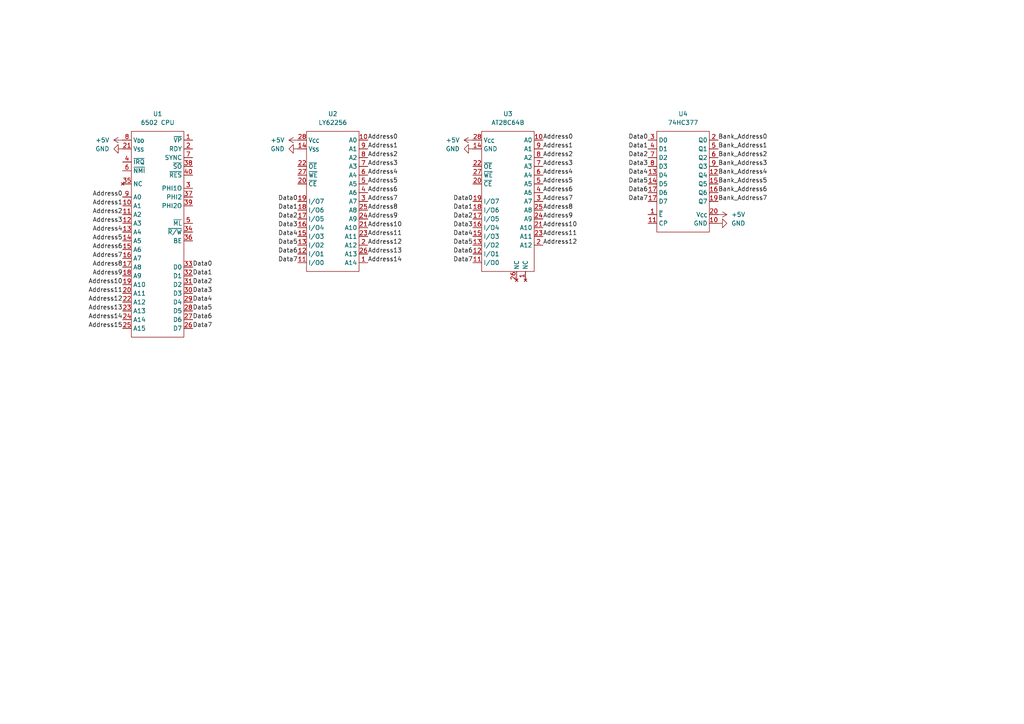
<source format=kicad_sch>
(kicad_sch
	(version 20250114)
	(generator "eeschema")
	(generator_version "9.0")
	(uuid "7997bb75-67c5-4059-a258-ca352fda42f5")
	(paper "A4")
	(lib_symbols
		(symbol "6502:AT28C64B"
			(exclude_from_sim no)
			(in_bom yes)
			(on_board yes)
			(property "Reference" "U"
				(at 0 0 0)
				(effects
					(font
						(size 1.27 1.27)
					)
				)
			)
			(property "Value" "AT28C64B"
				(at 0 0 0)
				(effects
					(font
						(size 1.27 1.27)
					)
				)
			)
			(property "Footprint" "Package_DIP:DIP-28_W15.24mm_Socket_LongPads"
				(at 0 0 0)
				(effects
					(font
						(size 1.27 1.27)
					)
					(hide yes)
				)
			)
			(property "Datasheet" ""
				(at 0 0 0)
				(effects
					(font
						(size 1.27 1.27)
					)
					(hide yes)
				)
			)
			(property "Description" ""
				(at 0 0 0)
				(effects
					(font
						(size 1.27 1.27)
					)
					(hide yes)
				)
			)
			(symbol "AT28C64B_0_1"
				(rectangle
					(start -7.62 -1.27)
					(end 7.62 -41.91)
					(stroke
						(width 0)
						(type default)
					)
					(fill
						(type none)
					)
				)
			)
			(symbol "AT28C64B_1_1"
				(pin power_in line
					(at -10.16 -3.81 0)
					(length 2.54)
					(name "V_{CC}"
						(effects
							(font
								(size 1.27 1.27)
							)
						)
					)
					(number "28"
						(effects
							(font
								(size 1.27 1.27)
							)
						)
					)
				)
				(pin power_in line
					(at -10.16 -6.35 0)
					(length 2.54)
					(name "GND"
						(effects
							(font
								(size 1.27 1.27)
							)
						)
					)
					(number "14"
						(effects
							(font
								(size 1.27 1.27)
							)
						)
					)
				)
				(pin input line
					(at -10.16 -11.43 0)
					(length 2.54)
					(name "~{OE}"
						(effects
							(font
								(size 1.27 1.27)
							)
						)
					)
					(number "22"
						(effects
							(font
								(size 1.27 1.27)
							)
						)
					)
				)
				(pin input line
					(at -10.16 -13.97 0)
					(length 2.54)
					(name "~{WE}"
						(effects
							(font
								(size 1.27 1.27)
							)
						)
					)
					(number "27"
						(effects
							(font
								(size 1.27 1.27)
							)
						)
					)
				)
				(pin input line
					(at -10.16 -16.51 0)
					(length 2.54)
					(name "~{CE}"
						(effects
							(font
								(size 1.27 1.27)
							)
						)
					)
					(number "20"
						(effects
							(font
								(size 1.27 1.27)
							)
						)
					)
				)
				(pin bidirectional line
					(at -10.16 -21.59 0)
					(length 2.54)
					(name "I/O7"
						(effects
							(font
								(size 1.27 1.27)
							)
						)
					)
					(number "19"
						(effects
							(font
								(size 1.27 1.27)
							)
						)
					)
				)
				(pin bidirectional line
					(at -10.16 -24.13 0)
					(length 2.54)
					(name "I/O6"
						(effects
							(font
								(size 1.27 1.27)
							)
						)
					)
					(number "18"
						(effects
							(font
								(size 1.27 1.27)
							)
						)
					)
				)
				(pin bidirectional line
					(at -10.16 -26.67 0)
					(length 2.54)
					(name "I/O5"
						(effects
							(font
								(size 1.27 1.27)
							)
						)
					)
					(number "17"
						(effects
							(font
								(size 1.27 1.27)
							)
						)
					)
				)
				(pin bidirectional line
					(at -10.16 -29.21 0)
					(length 2.54)
					(name "I/O4"
						(effects
							(font
								(size 1.27 1.27)
							)
						)
					)
					(number "16"
						(effects
							(font
								(size 1.27 1.27)
							)
						)
					)
				)
				(pin bidirectional line
					(at -10.16 -31.75 0)
					(length 2.54)
					(name "I/O3"
						(effects
							(font
								(size 1.27 1.27)
							)
						)
					)
					(number "15"
						(effects
							(font
								(size 1.27 1.27)
							)
						)
					)
				)
				(pin bidirectional line
					(at -10.16 -34.29 0)
					(length 2.54)
					(name "I/O2"
						(effects
							(font
								(size 1.27 1.27)
							)
						)
					)
					(number "13"
						(effects
							(font
								(size 1.27 1.27)
							)
						)
					)
				)
				(pin bidirectional line
					(at -10.16 -36.83 0)
					(length 2.54)
					(name "I/O1"
						(effects
							(font
								(size 1.27 1.27)
							)
						)
					)
					(number "12"
						(effects
							(font
								(size 1.27 1.27)
							)
						)
					)
				)
				(pin bidirectional line
					(at -10.16 -39.37 0)
					(length 2.54)
					(name "I/O0"
						(effects
							(font
								(size 1.27 1.27)
							)
						)
					)
					(number "11"
						(effects
							(font
								(size 1.27 1.27)
							)
						)
					)
				)
				(pin no_connect line
					(at 2.54 -44.45 90)
					(length 2.54)
					(name "NC"
						(effects
							(font
								(size 1.27 1.27)
							)
						)
					)
					(number "26"
						(effects
							(font
								(size 1.27 1.27)
							)
						)
					)
				)
				(pin no_connect line
					(at 5.08 -44.45 90)
					(length 2.54)
					(name "NC"
						(effects
							(font
								(size 1.27 1.27)
							)
						)
					)
					(number "1"
						(effects
							(font
								(size 1.27 1.27)
							)
						)
					)
				)
				(pin input line
					(at 10.16 -3.81 180)
					(length 2.54)
					(name "A0"
						(effects
							(font
								(size 1.27 1.27)
							)
						)
					)
					(number "10"
						(effects
							(font
								(size 1.27 1.27)
							)
						)
					)
				)
				(pin input line
					(at 10.16 -6.35 180)
					(length 2.54)
					(name "A1"
						(effects
							(font
								(size 1.27 1.27)
							)
						)
					)
					(number "9"
						(effects
							(font
								(size 1.27 1.27)
							)
						)
					)
				)
				(pin input line
					(at 10.16 -8.89 180)
					(length 2.54)
					(name "A2"
						(effects
							(font
								(size 1.27 1.27)
							)
						)
					)
					(number "8"
						(effects
							(font
								(size 1.27 1.27)
							)
						)
					)
				)
				(pin input line
					(at 10.16 -11.43 180)
					(length 2.54)
					(name "A3"
						(effects
							(font
								(size 1.27 1.27)
							)
						)
					)
					(number "7"
						(effects
							(font
								(size 1.27 1.27)
							)
						)
					)
				)
				(pin input line
					(at 10.16 -13.97 180)
					(length 2.54)
					(name "A4"
						(effects
							(font
								(size 1.27 1.27)
							)
						)
					)
					(number "6"
						(effects
							(font
								(size 1.27 1.27)
							)
						)
					)
				)
				(pin input line
					(at 10.16 -16.51 180)
					(length 2.54)
					(name "A5"
						(effects
							(font
								(size 1.27 1.27)
							)
						)
					)
					(number "5"
						(effects
							(font
								(size 1.27 1.27)
							)
						)
					)
				)
				(pin input line
					(at 10.16 -19.05 180)
					(length 2.54)
					(name "A6"
						(effects
							(font
								(size 1.27 1.27)
							)
						)
					)
					(number "4"
						(effects
							(font
								(size 1.27 1.27)
							)
						)
					)
				)
				(pin input line
					(at 10.16 -21.59 180)
					(length 2.54)
					(name "A7"
						(effects
							(font
								(size 1.27 1.27)
							)
						)
					)
					(number "3"
						(effects
							(font
								(size 1.27 1.27)
							)
						)
					)
				)
				(pin input line
					(at 10.16 -24.13 180)
					(length 2.54)
					(name "A8"
						(effects
							(font
								(size 1.27 1.27)
							)
						)
					)
					(number "25"
						(effects
							(font
								(size 1.27 1.27)
							)
						)
					)
				)
				(pin input line
					(at 10.16 -26.67 180)
					(length 2.54)
					(name "A9"
						(effects
							(font
								(size 1.27 1.27)
							)
						)
					)
					(number "24"
						(effects
							(font
								(size 1.27 1.27)
							)
						)
					)
				)
				(pin input line
					(at 10.16 -29.21 180)
					(length 2.54)
					(name "A10"
						(effects
							(font
								(size 1.27 1.27)
							)
						)
					)
					(number "21"
						(effects
							(font
								(size 1.27 1.27)
							)
						)
					)
				)
				(pin input line
					(at 10.16 -31.75 180)
					(length 2.54)
					(name "A11"
						(effects
							(font
								(size 1.27 1.27)
							)
						)
					)
					(number "23"
						(effects
							(font
								(size 1.27 1.27)
							)
						)
					)
				)
				(pin input line
					(at 10.16 -34.29 180)
					(length 2.54)
					(name "A12"
						(effects
							(font
								(size 1.27 1.27)
							)
						)
					)
					(number "2"
						(effects
							(font
								(size 1.27 1.27)
							)
						)
					)
				)
			)
			(embedded_fonts no)
		)
		(symbol "6502:LY62256"
			(exclude_from_sim no)
			(in_bom yes)
			(on_board yes)
			(property "Reference" "U"
				(at 0 0 0)
				(effects
					(font
						(size 1.27 1.27)
					)
				)
			)
			(property "Value" "LY62256"
				(at 0 0 0)
				(effects
					(font
						(size 1.27 1.27)
					)
				)
			)
			(property "Footprint" "Package_DIP:DIP-28_W15.24mm_Socket_LongPads"
				(at 0 0 0)
				(effects
					(font
						(size 1.27 1.27)
					)
					(hide yes)
				)
			)
			(property "Datasheet" ""
				(at 0 0 0)
				(effects
					(font
						(size 1.27 1.27)
					)
					(hide yes)
				)
			)
			(property "Description" ""
				(at 0 0 0)
				(effects
					(font
						(size 1.27 1.27)
					)
					(hide yes)
				)
			)
			(symbol "LY62256_0_1"
				(rectangle
					(start -7.62 -1.27)
					(end 7.62 -41.91)
					(stroke
						(width 0)
						(type default)
					)
					(fill
						(type none)
					)
				)
			)
			(symbol "LY62256_1_1"
				(pin power_in line
					(at -10.16 -3.81 0)
					(length 2.54)
					(name "V_{CC}"
						(effects
							(font
								(size 1.27 1.27)
							)
						)
					)
					(number "28"
						(effects
							(font
								(size 1.27 1.27)
							)
						)
					)
				)
				(pin power_in line
					(at -10.16 -6.35 0)
					(length 2.54)
					(name "V_{SS}"
						(effects
							(font
								(size 1.27 1.27)
							)
						)
					)
					(number "14"
						(effects
							(font
								(size 1.27 1.27)
							)
						)
					)
				)
				(pin input line
					(at -10.16 -11.43 0)
					(length 2.54)
					(name "~{OE}"
						(effects
							(font
								(size 1.27 1.27)
							)
						)
					)
					(number "22"
						(effects
							(font
								(size 1.27 1.27)
							)
						)
					)
				)
				(pin input line
					(at -10.16 -13.97 0)
					(length 2.54)
					(name "~{WE}"
						(effects
							(font
								(size 1.27 1.27)
							)
						)
					)
					(number "27"
						(effects
							(font
								(size 1.27 1.27)
							)
						)
					)
				)
				(pin input line
					(at -10.16 -16.51 0)
					(length 2.54)
					(name "~{CE}"
						(effects
							(font
								(size 1.27 1.27)
							)
						)
					)
					(number "20"
						(effects
							(font
								(size 1.27 1.27)
							)
						)
					)
				)
				(pin bidirectional line
					(at -10.16 -21.59 0)
					(length 2.54)
					(name "I/O7"
						(effects
							(font
								(size 1.27 1.27)
							)
						)
					)
					(number "19"
						(effects
							(font
								(size 1.27 1.27)
							)
						)
					)
				)
				(pin bidirectional line
					(at -10.16 -24.13 0)
					(length 2.54)
					(name "I/O6"
						(effects
							(font
								(size 1.27 1.27)
							)
						)
					)
					(number "18"
						(effects
							(font
								(size 1.27 1.27)
							)
						)
					)
				)
				(pin bidirectional line
					(at -10.16 -26.67 0)
					(length 2.54)
					(name "I/O5"
						(effects
							(font
								(size 1.27 1.27)
							)
						)
					)
					(number "17"
						(effects
							(font
								(size 1.27 1.27)
							)
						)
					)
				)
				(pin bidirectional line
					(at -10.16 -29.21 0)
					(length 2.54)
					(name "I/O4"
						(effects
							(font
								(size 1.27 1.27)
							)
						)
					)
					(number "16"
						(effects
							(font
								(size 1.27 1.27)
							)
						)
					)
				)
				(pin bidirectional line
					(at -10.16 -31.75 0)
					(length 2.54)
					(name "I/O3"
						(effects
							(font
								(size 1.27 1.27)
							)
						)
					)
					(number "15"
						(effects
							(font
								(size 1.27 1.27)
							)
						)
					)
				)
				(pin bidirectional line
					(at -10.16 -34.29 0)
					(length 2.54)
					(name "I/O2"
						(effects
							(font
								(size 1.27 1.27)
							)
						)
					)
					(number "13"
						(effects
							(font
								(size 1.27 1.27)
							)
						)
					)
				)
				(pin bidirectional line
					(at -10.16 -36.83 0)
					(length 2.54)
					(name "I/O1"
						(effects
							(font
								(size 1.27 1.27)
							)
						)
					)
					(number "12"
						(effects
							(font
								(size 1.27 1.27)
							)
						)
					)
				)
				(pin bidirectional line
					(at -10.16 -39.37 0)
					(length 2.54)
					(name "I/O0"
						(effects
							(font
								(size 1.27 1.27)
							)
						)
					)
					(number "11"
						(effects
							(font
								(size 1.27 1.27)
							)
						)
					)
				)
				(pin input line
					(at 10.16 -3.81 180)
					(length 2.54)
					(name "A0"
						(effects
							(font
								(size 1.27 1.27)
							)
						)
					)
					(number "10"
						(effects
							(font
								(size 1.27 1.27)
							)
						)
					)
				)
				(pin input line
					(at 10.16 -6.35 180)
					(length 2.54)
					(name "A1"
						(effects
							(font
								(size 1.27 1.27)
							)
						)
					)
					(number "9"
						(effects
							(font
								(size 1.27 1.27)
							)
						)
					)
				)
				(pin input line
					(at 10.16 -8.89 180)
					(length 2.54)
					(name "A2"
						(effects
							(font
								(size 1.27 1.27)
							)
						)
					)
					(number "8"
						(effects
							(font
								(size 1.27 1.27)
							)
						)
					)
				)
				(pin input line
					(at 10.16 -11.43 180)
					(length 2.54)
					(name "A3"
						(effects
							(font
								(size 1.27 1.27)
							)
						)
					)
					(number "7"
						(effects
							(font
								(size 1.27 1.27)
							)
						)
					)
				)
				(pin input line
					(at 10.16 -13.97 180)
					(length 2.54)
					(name "A4"
						(effects
							(font
								(size 1.27 1.27)
							)
						)
					)
					(number "6"
						(effects
							(font
								(size 1.27 1.27)
							)
						)
					)
				)
				(pin input line
					(at 10.16 -16.51 180)
					(length 2.54)
					(name "A5"
						(effects
							(font
								(size 1.27 1.27)
							)
						)
					)
					(number "5"
						(effects
							(font
								(size 1.27 1.27)
							)
						)
					)
				)
				(pin input line
					(at 10.16 -19.05 180)
					(length 2.54)
					(name "A6"
						(effects
							(font
								(size 1.27 1.27)
							)
						)
					)
					(number "4"
						(effects
							(font
								(size 1.27 1.27)
							)
						)
					)
				)
				(pin input line
					(at 10.16 -21.59 180)
					(length 2.54)
					(name "A7"
						(effects
							(font
								(size 1.27 1.27)
							)
						)
					)
					(number "3"
						(effects
							(font
								(size 1.27 1.27)
							)
						)
					)
				)
				(pin input line
					(at 10.16 -24.13 180)
					(length 2.54)
					(name "A8"
						(effects
							(font
								(size 1.27 1.27)
							)
						)
					)
					(number "25"
						(effects
							(font
								(size 1.27 1.27)
							)
						)
					)
				)
				(pin input line
					(at 10.16 -26.67 180)
					(length 2.54)
					(name "A9"
						(effects
							(font
								(size 1.27 1.27)
							)
						)
					)
					(number "24"
						(effects
							(font
								(size 1.27 1.27)
							)
						)
					)
				)
				(pin input line
					(at 10.16 -29.21 180)
					(length 2.54)
					(name "A10"
						(effects
							(font
								(size 1.27 1.27)
							)
						)
					)
					(number "21"
						(effects
							(font
								(size 1.27 1.27)
							)
						)
					)
				)
				(pin input line
					(at 10.16 -31.75 180)
					(length 2.54)
					(name "A11"
						(effects
							(font
								(size 1.27 1.27)
							)
						)
					)
					(number "23"
						(effects
							(font
								(size 1.27 1.27)
							)
						)
					)
				)
				(pin input line
					(at 10.16 -34.29 180)
					(length 2.54)
					(name "A12"
						(effects
							(font
								(size 1.27 1.27)
							)
						)
					)
					(number "2"
						(effects
							(font
								(size 1.27 1.27)
							)
						)
					)
				)
				(pin input line
					(at 10.16 -36.83 180)
					(length 2.54)
					(name "A13"
						(effects
							(font
								(size 1.27 1.27)
							)
						)
					)
					(number "26"
						(effects
							(font
								(size 1.27 1.27)
							)
						)
					)
				)
				(pin input line
					(at 10.16 -39.37 180)
					(length 2.54)
					(name "A14"
						(effects
							(font
								(size 1.27 1.27)
							)
						)
					)
					(number "1"
						(effects
							(font
								(size 1.27 1.27)
							)
						)
					)
				)
			)
			(embedded_fonts no)
		)
		(symbol "6502:W65C02S"
			(exclude_from_sim no)
			(in_bom yes)
			(on_board yes)
			(property "Reference" "U"
				(at 0 0 0)
				(effects
					(font
						(size 1.27 1.27)
					)
				)
			)
			(property "Value" "6502 CPU"
				(at 0 0 0)
				(effects
					(font
						(size 1.27 1.27)
					)
				)
			)
			(property "Footprint" "Package_DIP:DIP-40_W15.24mm_Socket_LongPads"
				(at 0 0 0)
				(effects
					(font
						(size 1.27 1.27)
					)
					(hide yes)
				)
			)
			(property "Datasheet" ""
				(at 0 0 0)
				(effects
					(font
						(size 1.27 1.27)
					)
					(hide yes)
				)
			)
			(property "Description" ""
				(at 0 0 0)
				(effects
					(font
						(size 1.27 1.27)
					)
					(hide yes)
				)
			)
			(symbol "W65C02S_0_1"
				(rectangle
					(start -7.62 -2.54)
					(end 7.62 -62.23)
					(stroke
						(width 0)
						(type default)
					)
					(fill
						(type none)
					)
				)
			)
			(symbol "W65C02S_1_1"
				(pin power_in line
					(at -10.16 -5.08 0)
					(length 2.54)
					(name "V_{DD}"
						(effects
							(font
								(size 1.27 1.27)
							)
						)
					)
					(number "8"
						(effects
							(font
								(size 1.27 1.27)
							)
						)
					)
				)
				(pin power_in line
					(at -10.16 -7.62 0)
					(length 2.54)
					(name "V_{SS}"
						(effects
							(font
								(size 1.27 1.27)
							)
						)
					)
					(number "21"
						(effects
							(font
								(size 1.27 1.27)
							)
						)
					)
				)
				(pin input line
					(at -10.16 -11.43 0)
					(length 2.54)
					(name "~{IRQ}"
						(effects
							(font
								(size 1.27 1.27)
							)
						)
					)
					(number "4"
						(effects
							(font
								(size 1.27 1.27)
							)
						)
					)
				)
				(pin input line
					(at -10.16 -13.97 0)
					(length 2.54)
					(name "~{NMI}"
						(effects
							(font
								(size 1.27 1.27)
							)
						)
					)
					(number "6"
						(effects
							(font
								(size 1.27 1.27)
							)
						)
					)
				)
				(pin no_connect line
					(at -10.16 -17.78 0)
					(length 2.54)
					(name "NC"
						(effects
							(font
								(size 1.27 1.27)
							)
						)
					)
					(number "35"
						(effects
							(font
								(size 1.27 1.27)
							)
						)
					)
				)
				(pin output line
					(at -10.16 -21.59 0)
					(length 2.54)
					(name "A0"
						(effects
							(font
								(size 1.27 1.27)
							)
						)
					)
					(number "9"
						(effects
							(font
								(size 1.27 1.27)
							)
						)
					)
				)
				(pin output line
					(at -10.16 -24.13 0)
					(length 2.54)
					(name "A1"
						(effects
							(font
								(size 1.27 1.27)
							)
						)
					)
					(number "10"
						(effects
							(font
								(size 1.27 1.27)
							)
						)
					)
				)
				(pin output line
					(at -10.16 -26.67 0)
					(length 2.54)
					(name "A2"
						(effects
							(font
								(size 1.27 1.27)
							)
						)
					)
					(number "11"
						(effects
							(font
								(size 1.27 1.27)
							)
						)
					)
				)
				(pin output line
					(at -10.16 -29.21 0)
					(length 2.54)
					(name "A3"
						(effects
							(font
								(size 1.27 1.27)
							)
						)
					)
					(number "12"
						(effects
							(font
								(size 1.27 1.27)
							)
						)
					)
				)
				(pin output line
					(at -10.16 -31.75 0)
					(length 2.54)
					(name "A4"
						(effects
							(font
								(size 1.27 1.27)
							)
						)
					)
					(number "13"
						(effects
							(font
								(size 1.27 1.27)
							)
						)
					)
				)
				(pin output line
					(at -10.16 -34.29 0)
					(length 2.54)
					(name "A5"
						(effects
							(font
								(size 1.27 1.27)
							)
						)
					)
					(number "14"
						(effects
							(font
								(size 1.27 1.27)
							)
						)
					)
				)
				(pin output line
					(at -10.16 -36.83 0)
					(length 2.54)
					(name "A6"
						(effects
							(font
								(size 1.27 1.27)
							)
						)
					)
					(number "15"
						(effects
							(font
								(size 1.27 1.27)
							)
						)
					)
				)
				(pin output line
					(at -10.16 -39.37 0)
					(length 2.54)
					(name "A7"
						(effects
							(font
								(size 1.27 1.27)
							)
						)
					)
					(number "16"
						(effects
							(font
								(size 1.27 1.27)
							)
						)
					)
				)
				(pin output line
					(at -10.16 -41.91 0)
					(length 2.54)
					(name "A8"
						(effects
							(font
								(size 1.27 1.27)
							)
						)
					)
					(number "17"
						(effects
							(font
								(size 1.27 1.27)
							)
						)
					)
				)
				(pin output line
					(at -10.16 -44.45 0)
					(length 2.54)
					(name "A9"
						(effects
							(font
								(size 1.27 1.27)
							)
						)
					)
					(number "18"
						(effects
							(font
								(size 1.27 1.27)
							)
						)
					)
				)
				(pin output line
					(at -10.16 -46.99 0)
					(length 2.54)
					(name "A10"
						(effects
							(font
								(size 1.27 1.27)
							)
						)
					)
					(number "19"
						(effects
							(font
								(size 1.27 1.27)
							)
						)
					)
				)
				(pin output line
					(at -10.16 -49.53 0)
					(length 2.54)
					(name "A11"
						(effects
							(font
								(size 1.27 1.27)
							)
						)
					)
					(number "20"
						(effects
							(font
								(size 1.27 1.27)
							)
						)
					)
				)
				(pin output line
					(at -10.16 -52.07 0)
					(length 2.54)
					(name "A12"
						(effects
							(font
								(size 1.27 1.27)
							)
						)
					)
					(number "22"
						(effects
							(font
								(size 1.27 1.27)
							)
						)
					)
				)
				(pin output line
					(at -10.16 -54.61 0)
					(length 2.54)
					(name "A13"
						(effects
							(font
								(size 1.27 1.27)
							)
						)
					)
					(number "23"
						(effects
							(font
								(size 1.27 1.27)
							)
						)
					)
				)
				(pin output line
					(at -10.16 -57.15 0)
					(length 2.54)
					(name "A14"
						(effects
							(font
								(size 1.27 1.27)
							)
						)
					)
					(number "24"
						(effects
							(font
								(size 1.27 1.27)
							)
						)
					)
				)
				(pin output line
					(at -10.16 -59.69 0)
					(length 2.54)
					(name "A15"
						(effects
							(font
								(size 1.27 1.27)
							)
						)
					)
					(number "25"
						(effects
							(font
								(size 1.27 1.27)
							)
						)
					)
				)
				(pin output line
					(at 10.16 -5.08 180)
					(length 2.54)
					(name "~{VP}"
						(effects
							(font
								(size 1.27 1.27)
							)
						)
					)
					(number "1"
						(effects
							(font
								(size 1.27 1.27)
							)
						)
					)
				)
				(pin bidirectional line
					(at 10.16 -7.62 180)
					(length 2.54)
					(name "RDY"
						(effects
							(font
								(size 1.27 1.27)
							)
						)
					)
					(number "2"
						(effects
							(font
								(size 1.27 1.27)
							)
						)
					)
				)
				(pin output line
					(at 10.16 -10.16 180)
					(length 2.54)
					(name "SYNC"
						(effects
							(font
								(size 1.27 1.27)
							)
						)
					)
					(number "7"
						(effects
							(font
								(size 1.27 1.27)
							)
						)
					)
				)
				(pin input line
					(at 10.16 -12.7 180)
					(length 2.54)
					(name "~{SO}"
						(effects
							(font
								(size 1.27 1.27)
							)
						)
					)
					(number "38"
						(effects
							(font
								(size 1.27 1.27)
							)
						)
					)
				)
				(pin input line
					(at 10.16 -15.24 180)
					(length 2.54)
					(name "~{RES}"
						(effects
							(font
								(size 1.27 1.27)
							)
						)
					)
					(number "40"
						(effects
							(font
								(size 1.27 1.27)
							)
						)
					)
				)
				(pin output line
					(at 10.16 -19.05 180)
					(length 2.54)
					(name "PHI1O"
						(effects
							(font
								(size 1.27 1.27)
							)
						)
					)
					(number "3"
						(effects
							(font
								(size 1.27 1.27)
							)
						)
					)
				)
				(pin input line
					(at 10.16 -21.59 180)
					(length 2.54)
					(name "PHI2"
						(effects
							(font
								(size 1.27 1.27)
							)
						)
					)
					(number "37"
						(effects
							(font
								(size 1.27 1.27)
							)
						)
					)
				)
				(pin output line
					(at 10.16 -24.13 180)
					(length 2.54)
					(name "PHI2O"
						(effects
							(font
								(size 1.27 1.27)
							)
						)
					)
					(number "39"
						(effects
							(font
								(size 1.27 1.27)
							)
						)
					)
				)
				(pin output line
					(at 10.16 -29.21 180)
					(length 2.54)
					(name "~{ML}"
						(effects
							(font
								(size 1.27 1.27)
							)
						)
					)
					(number "5"
						(effects
							(font
								(size 1.27 1.27)
							)
						)
					)
				)
				(pin output line
					(at 10.16 -31.75 180)
					(length 2.54)
					(name "~{R/W}"
						(effects
							(font
								(size 1.27 1.27)
							)
						)
					)
					(number "34"
						(effects
							(font
								(size 1.27 1.27)
							)
						)
					)
				)
				(pin input line
					(at 10.16 -34.29 180)
					(length 2.54)
					(name "BE"
						(effects
							(font
								(size 1.27 1.27)
							)
						)
					)
					(number "36"
						(effects
							(font
								(size 1.27 1.27)
							)
						)
					)
				)
				(pin bidirectional line
					(at 10.16 -41.91 180)
					(length 2.54)
					(name "D0"
						(effects
							(font
								(size 1.27 1.27)
							)
						)
					)
					(number "33"
						(effects
							(font
								(size 1.27 1.27)
							)
						)
					)
				)
				(pin bidirectional line
					(at 10.16 -44.45 180)
					(length 2.54)
					(name "D1"
						(effects
							(font
								(size 1.27 1.27)
							)
						)
					)
					(number "32"
						(effects
							(font
								(size 1.27 1.27)
							)
						)
					)
				)
				(pin bidirectional line
					(at 10.16 -46.99 180)
					(length 2.54)
					(name "D2"
						(effects
							(font
								(size 1.27 1.27)
							)
						)
					)
					(number "31"
						(effects
							(font
								(size 1.27 1.27)
							)
						)
					)
				)
				(pin bidirectional line
					(at 10.16 -49.53 180)
					(length 2.54)
					(name "D3"
						(effects
							(font
								(size 1.27 1.27)
							)
						)
					)
					(number "30"
						(effects
							(font
								(size 1.27 1.27)
							)
						)
					)
				)
				(pin bidirectional line
					(at 10.16 -52.07 180)
					(length 2.54)
					(name "D4"
						(effects
							(font
								(size 1.27 1.27)
							)
						)
					)
					(number "29"
						(effects
							(font
								(size 1.27 1.27)
							)
						)
					)
				)
				(pin bidirectional line
					(at 10.16 -54.61 180)
					(length 2.54)
					(name "D5"
						(effects
							(font
								(size 1.27 1.27)
							)
						)
					)
					(number "28"
						(effects
							(font
								(size 1.27 1.27)
							)
						)
					)
				)
				(pin bidirectional line
					(at 10.16 -57.15 180)
					(length 2.54)
					(name "D6"
						(effects
							(font
								(size 1.27 1.27)
							)
						)
					)
					(number "27"
						(effects
							(font
								(size 1.27 1.27)
							)
						)
					)
				)
				(pin bidirectional line
					(at 10.16 -59.69 180)
					(length 2.54)
					(name "D7"
						(effects
							(font
								(size 1.27 1.27)
							)
						)
					)
					(number "26"
						(effects
							(font
								(size 1.27 1.27)
							)
						)
					)
				)
			)
			(embedded_fonts no)
		)
		(symbol "74xxLogic:74HC377"
			(exclude_from_sim no)
			(in_bom yes)
			(on_board yes)
			(property "Reference" "U"
				(at 0 0 0)
				(effects
					(font
						(size 1.27 1.27)
					)
				)
			)
			(property "Value" "74HC377"
				(at 0 0 0)
				(effects
					(font
						(size 1.27 1.27)
					)
				)
			)
			(property "Footprint" "Package_DIP:DIP-20_W7.62mm_LongPads"
				(at 0 0 0)
				(effects
					(font
						(size 1.27 1.27)
					)
					(hide yes)
				)
			)
			(property "Datasheet" "kicad-embed://74HC_HCT377.pdf"
				(at 0 0 0)
				(effects
					(font
						(size 1.27 1.27)
					)
					(hide yes)
				)
			)
			(property "Description" ""
				(at 0 0 0)
				(effects
					(font
						(size 1.27 1.27)
					)
					(hide yes)
				)
			)
			(symbol "74HC377_0_1"
				(rectangle
					(start -7.62 -1.27)
					(end 7.62 -30.48)
					(stroke
						(width 0)
						(type default)
					)
					(fill
						(type none)
					)
				)
			)
			(symbol "74HC377_1_1"
				(pin input line
					(at -10.16 -3.81 0)
					(length 2.54)
					(name "D0"
						(effects
							(font
								(size 1.27 1.27)
							)
						)
					)
					(number "3"
						(effects
							(font
								(size 1.27 1.27)
							)
						)
					)
				)
				(pin input line
					(at -10.16 -6.35 0)
					(length 2.54)
					(name "D1"
						(effects
							(font
								(size 1.27 1.27)
							)
						)
					)
					(number "4"
						(effects
							(font
								(size 1.27 1.27)
							)
						)
					)
				)
				(pin input line
					(at -10.16 -8.89 0)
					(length 2.54)
					(name "D2"
						(effects
							(font
								(size 1.27 1.27)
							)
						)
					)
					(number "7"
						(effects
							(font
								(size 1.27 1.27)
							)
						)
					)
				)
				(pin input line
					(at -10.16 -11.43 0)
					(length 2.54)
					(name "D3"
						(effects
							(font
								(size 1.27 1.27)
							)
						)
					)
					(number "8"
						(effects
							(font
								(size 1.27 1.27)
							)
						)
					)
				)
				(pin input line
					(at -10.16 -13.97 0)
					(length 2.54)
					(name "D4"
						(effects
							(font
								(size 1.27 1.27)
							)
						)
					)
					(number "13"
						(effects
							(font
								(size 1.27 1.27)
							)
						)
					)
				)
				(pin input line
					(at -10.16 -16.51 0)
					(length 2.54)
					(name "D5"
						(effects
							(font
								(size 1.27 1.27)
							)
						)
					)
					(number "14"
						(effects
							(font
								(size 1.27 1.27)
							)
						)
					)
				)
				(pin input line
					(at -10.16 -19.05 0)
					(length 2.54)
					(name "D6"
						(effects
							(font
								(size 1.27 1.27)
							)
						)
					)
					(number "17"
						(effects
							(font
								(size 1.27 1.27)
							)
						)
					)
				)
				(pin input line
					(at -10.16 -21.59 0)
					(length 2.54)
					(name "D7"
						(effects
							(font
								(size 1.27 1.27)
							)
						)
					)
					(number "17"
						(effects
							(font
								(size 1.27 1.27)
							)
						)
					)
				)
				(pin input line
					(at -10.16 -25.4 0)
					(length 2.54)
					(name "~{E}"
						(effects
							(font
								(size 1.27 1.27)
							)
						)
					)
					(number "1"
						(effects
							(font
								(size 1.27 1.27)
							)
						)
					)
				)
				(pin input line
					(at -10.16 -27.94 0)
					(length 2.54)
					(name "CP"
						(effects
							(font
								(size 1.27 1.27)
							)
						)
					)
					(number "11"
						(effects
							(font
								(size 1.27 1.27)
							)
						)
					)
				)
				(pin output line
					(at 10.16 -3.81 180)
					(length 2.54)
					(name "Q0"
						(effects
							(font
								(size 1.27 1.27)
							)
						)
					)
					(number "2"
						(effects
							(font
								(size 1.27 1.27)
							)
						)
					)
				)
				(pin output line
					(at 10.16 -6.35 180)
					(length 2.54)
					(name "Q1"
						(effects
							(font
								(size 1.27 1.27)
							)
						)
					)
					(number "5"
						(effects
							(font
								(size 1.27 1.27)
							)
						)
					)
				)
				(pin output line
					(at 10.16 -8.89 180)
					(length 2.54)
					(name "Q2"
						(effects
							(font
								(size 1.27 1.27)
							)
						)
					)
					(number "6"
						(effects
							(font
								(size 1.27 1.27)
							)
						)
					)
				)
				(pin output line
					(at 10.16 -11.43 180)
					(length 2.54)
					(name "Q3"
						(effects
							(font
								(size 1.27 1.27)
							)
						)
					)
					(number "9"
						(effects
							(font
								(size 1.27 1.27)
							)
						)
					)
				)
				(pin output line
					(at 10.16 -13.97 180)
					(length 2.54)
					(name "Q4"
						(effects
							(font
								(size 1.27 1.27)
							)
						)
					)
					(number "12"
						(effects
							(font
								(size 1.27 1.27)
							)
						)
					)
				)
				(pin output line
					(at 10.16 -16.51 180)
					(length 2.54)
					(name "Q5"
						(effects
							(font
								(size 1.27 1.27)
							)
						)
					)
					(number "15"
						(effects
							(font
								(size 1.27 1.27)
							)
						)
					)
				)
				(pin output line
					(at 10.16 -19.05 180)
					(length 2.54)
					(name "Q6"
						(effects
							(font
								(size 1.27 1.27)
							)
						)
					)
					(number "16"
						(effects
							(font
								(size 1.27 1.27)
							)
						)
					)
				)
				(pin output line
					(at 10.16 -21.59 180)
					(length 2.54)
					(name "Q7"
						(effects
							(font
								(size 1.27 1.27)
							)
						)
					)
					(number "19"
						(effects
							(font
								(size 1.27 1.27)
							)
						)
					)
				)
				(pin power_in line
					(at 10.16 -25.4 180)
					(length 2.54)
					(name "V_{CC}"
						(effects
							(font
								(size 1.27 1.27)
							)
						)
					)
					(number "20"
						(effects
							(font
								(size 1.27 1.27)
							)
						)
					)
				)
				(pin power_in line
					(at 10.16 -27.94 180)
					(length 2.54)
					(name "GND"
						(effects
							(font
								(size 1.27 1.27)
							)
						)
					)
					(number "10"
						(effects
							(font
								(size 1.27 1.27)
							)
						)
					)
				)
			)
			(embedded_fonts no)
			(embedded_files
				(file
					(name "74HC_HCT377.pdf")
					(type datasheet)
					(data |KLUv/aBkFAQATF8OzFccJVBERi0xLjQKJaqrrK0KMSAwIG9iago8PAovVGl0bGUgKE9jdGFsIEQt
						dHlwZSBmbGlwLWZsb3Agd2l0aCBkYXRhIGVuYWJsZTsgcG9zaXRpdmUtZWRnZSB0cmlnZ2VyKQov
						QXV0aG9yIChOZXhwZXJpYSBCLlYuKQovU3ViamVjdCAoNzRIQzM3NzsgNzRIQ1QzNzcpCi9DcmVh
						dFNTRyBwbHVnaW4gMy4xLjAgYmFzZWQgb24gRElUQS1PVCAzLjYuMSkKL1Byb2R1Y2VyIChBcGFj
						aGUgRk9QIFZlcnNpb24gMi41aW9uRGF0ZSAoRDoyMDI0MDgwNTExNDk0OFopCj4+CmVuZG9iagoy
						ICAvTiAzCiAgL0xlbmd0aCAzIDAgUgogIC9GaWx0ZXIgL0ZsYXRlRGVjb2RlCj4+CnN0cmVhbQp4
						nO2ZZ1BUWRaA73udEw3dTZOhyUmihAYk5yRBsqhAd5NpoclBUWRwBEYQEUmKIKKAA44OQUZREcWA
						KCigok4jg4AyDo4iKipL44/ZrfmxtVVb+2f7/Hjvq3NPvXPuq1v1vqoHgAwxnpWQDOsDkMBN4fk6
						2zGCgkMYmAcAC0iACCgAHc5KTrT19vYAqyGoBX+L92MAEtzv6wjWc8+Roos+6Bgem3F5/Haiecvf
						6/8liOwELhsAiLbKsWxOMmuVd61yNDuBLcjPCjg9JTEFANh7lWm81QFXmS3giG+cIeCob1y8VuPn
						a7/KxwDAEqPWGH9awBFrTOkWMCualwCAdP9qvQorkbf6fGlBL8VvM6yFqGA/jCgOl8MLT+GwGf9m
						K/95/FMvVPLqy/+vN/gf9xGcnW/01nLtTED0yr9y28sBYL4GAFH6V07lCADkPQB09v6VizgBQFcp
						AJLPWKm8tG855NrsAA/IgAakgDxQBhpABxgCU2ABbIAjcANewA8Eg62ABaJBAuCBdJADdoMCUARK
						wSFQDepAI2gGbeAs6AIXwBVwHdwG98AomAB8MA1egQXwHixDEISBSBAVkoIUIFVIGzKEmJAV5Ah5
						QL5QMBQGRUFcKBXKgfZARVAZVA3VQ83QT9B56Ap0ExqGHkGT0Bz0J/QJRsBEmAbLwWqwHsyEbWF3
						2A/eAkfBSXAWnA/vhyvhBvg03AlfgW/DozAffgUvIgCCgKAjFBE6CCbCHuGFCEFEIniInYhCRAWi
						AdGG6EEMIO4j+Ih5xEckGklFMpA6SAukC9IfyUImIXcii5HVyFPITmQ/8j5yErmA/IoioWRR2ihz
						lCsqCBWFSkcVoCpQTagO1DXUKGoa9R6NRtPR6mhTtAs6GB2LzkYXo4+g29GX0cPoKfQiBoORwmhj
						LDFemHBMCqYAU4U5jbmEGcFMYz5gCVgFrCHWCRuC5WLzsBXYFmwvdgQ7g13GieJUceY4Lxwbl4kr
						wTXienB3cdO4ZbwYXh1viffDx+J34yvxbfhr+Cf4twQCQYlgRvAhxBB2ESoJZwg3CJOEj0QKUYto
						TwwlphL3E08SLxMfEd+SSCQ1kg0phJRC2k9qJl0lPSN9EKGK6Iq4irBFckVqRDpFRkRek3FkVbIt
						eSs5i1xBPke+S54XxYmqidqLhovuFK0RPS86LrooRhUzEPMSSxArFmsRuyk2S8FQ1CiOFDYln3Kc
						cpUyRUVQlan2VBZ1D7WReo06TUPT1GmutFhaEe1H2hBtQZwibiQeIJ4hXiN+UZxPR9DV6K70eHoJ
						/Sx9jP5JQk7CVoIjsU+iTWJEYklSRtJGkiNZKNkuOSr5SYoh5SgVJ3VAqkvqqTRSWkvaRzpd+qj0
						Nel5GZqMhQxLplDmrMxjWVhWS9ZXNlv2uOyg7KKcvJyzXKJcldxVuXl5uryNfKx8uXyv/JwCVcFK
						IUahXOGSwkuGOMOWEc+oZPQzFhRlFV0UUxXrFYcUl5XUlfyV8pTalZ4q45WZypHK5cp9ygsqCiqe
						KjkqrSqPVXGqTNVo1cOqA6pLaupqgWp71brUZtUl1V3Vs9Rb1Z9okDSsNZI0GjQeaKI1mZpxmkc0
						72nBWsZa0Vo1Wne1YW0T7RjtI9rD61DrzNZx1zWsG9ch6tjqpOm06kzq0nU9dPN0u3Rf66nohegd
						0BvQ+6pvrB+v36g/YUAxcDPIM+gx+NNQy5BlWGP4YD1pvdP63PXd698YaRtxjI4aPTSmGnsa7zXu
						M/5iYmrCM2kzmTNVMQ0zrTUdZ9KY3sxi5g0zlJmdWa7ZBbOP5ibmKeZnzf+w0LGIs2ixmN2gvoGz
						oXHDlKWSZbhlvSXfimEVZnXMim+taB1u3WD93EbZhm3TZDNjq2kba3va9rWdvh3PrsNuyd7cfof9
						ZQeEg7NDocOQI8XR37Ha8ZmTklOUU6vTgrOxc7bzZReUi7vLAZdxVzlXlmuz64KbqdsOt353ovsm
						92r35x5aHjyPHk/Y083zoOeTjaobuRu7vICXq9dBr6fe6t5J3r/4oH28fWp8Xvga+Ob4Dmyibtq2
						qWXTez87vxK/CX8N/1T/vgByQGhAc8BSoENgWSA/SC9oR9DtYOngmODuEExIQEhTyOJmx82HNk+H
						GocWhI5tUd+SseXmVumt8VsvbiNvC992LgwVFhjWEvY53Cu8IXwxwjWiNmKBZc86zHrFtmGXs+c4
						lpwyzkykZWRZ5GyUZdTBqLlo6+iK6PkY+5jqmDexLrF1sUtxXnEn41biA+PbE7AJYQnnuRRuHLd/
						u/z2jO3DidqJBYn8JPOkQ0kLPHdeUzKUvCW5O4W2+pEeTNVI/S51Ms0qrSbtQ3pA+rkMsQxuxmCm
						Vua+zJksp6wT2chsVnZfjmLO7pzJHbY76ndCOyN29uUq5+bnTu9y3nVqN3533O47efp5ZXnv9gTu
						6cmXy9+VP/Wd83etBSIFvILxvRZ7675Hfh/z/dC+9fuq9n0tZBfeKtIvqij6XMwqvvWDwQ+VP6zs
						j9w/VGJScrQUXcotHTtgfeBUmVhZVtnUQc+DneWM8sLyd4e2HbpZYVRRdxh/OPUwv9KjsrtKpaq0
						6nN1dPVojV1Ne61s7b7apSPsIyNHbY621cnVFdV9OhZz7GG9c31ng1pDxXH08bTjLxoDGgdOME80
						N0k3FTV9Ock9yT/le6q/2bS5uUW2paQVbk1tnTsdevrejw4/drfptNW309uLzoAzqWde/hT209hZ
						97N955jn2n5W/bm2g9pR2Al1ZnYudEV38buDu4fPu53v67Ho6fhF95eTFxQv1FwUv1jSi+/N7125
						lHVp8XLi5fkrUVem+rb1TVwNuvqg36d/6Jr7tRvXna5fHbAduHTD8saFm+Y3z99i3uq6bXK7c9B4
						sOOO8Z2OIZOhzrumd7vvmd3rGd4w3DtiPXLlvsP96w9cH9we3Tg6POY/9nA8dJz/kP1w9lH8ozeP
						0x4vT+x6gnpS+FT0acUz2WcNv2r+2s434V+cdJgcfL7p+cQUa+rVb8m/fZ7Of0F6UTGjMNM8azh7
						Yc5p7t7LzS+nXyW+Wp4v+F3s99rXGq9//sPmj8GFoIXpN7w3K38Wv5V6e/Kd0bu+Re/FZ+8T3i8v
						FX6Q+nDqI/PjwKfATzPL6Z8xnyu/aH7p+er+9clKwsqK0AWELiB0AaELCF1A6AJCFxC6gPg/doG1
						/zirgRBcjo8D4JcNgMcdAKqqAVCLBIAcmsLJSBGscrczWNsTM3kxUdEp6xipyRxGJI/Dic8UrP0D
						13sTDgplbmQzMjQ3MjRbL0lDQ0IyIDAgUl01VHlwZSAvTWV0YWRhdGEKICAvU3VidFhNTDY8P3hw
						YWNrZXQgYmVnaW49Iu+7vyIgaWQ9Ilc1TTBNcENlaGlIenJlU3pOVGN6a2M5ZCI/Pjx4OnhtcG1l
						dGEgeG1sbnM6eD0iYWRvYmU6bnM6bWV0YS8iPgogICA8cmRmOlJERnJkZj0iaHR0cDovL3d3dy53
						My5vcmcvMTk5OS8wMi8yMi1yZGYtc3ludGF4LW5zI0Rlc2NyaXB0aW9uZGNwdXJsZGMvZWxlbWVu
						dHMvMS4xLyIgcmRmOmFib3V0PSIgICA8ZGM6ZD48L2M+PC9mb3JtYXQ+YXBwbGljL3BkZjwvdGl0
						bGU+PC9sYW5ndWFnZT5lbi1VUzwvYXRlPjIwMjQtMDgtMDVUMTE6NDk6NDhaPC8vcG5zLi5jb20v
						cGRmLzEuM3BkZjo+PC9ERj4xLjR4bXB4YXAvMS4weG1wOlRvb2w+PC9EZVJERj4KPC8+ZW5kPSJy
						Ij8+CjYxMTg4Nzw8IC9VUkkgKGh0dHBzbnQvRCkKL1M4QW5ub3QKTGluawovUmVjdCBbIDUyLjIg
						MjU4LjY2OCA5Ni43MTQgMjY3LjExIF0KL0MgWyAwXQovQm9yZGVyQSA3L0ggL0kKOVQxMDQ3Ljg2
						OCAxMDIuMjA0IDI1Ni4zOTExYWNrYWdlL1NPVDE2My0xMjAwLjQxMTU0MS45MDExMTNQVzQzMi42
						NC42OTcgMjQxMzU2MjExMC4xODcgMjMwMTU3MzYwODMyNzkyMCAwIFIgPdluK7uR7/qK/oHT4b4A
						gwC2bF8gb8kcYB6CPDmTBAN7gORlfj8skkUWu6ullmV5wZx74KvuKi7FYq1cpH8e5CTSvx/wEYyc
						Q4jT8+vhnxUuJysm40aQFGoWxsXo0+vza4b9KMj6LqbXycRZORNjTG8v5M2kN5H//4/pvw7/exCz
						kDJMYjbaavgIykx/+u3w57+kYn+dwvR/B67B/zz8cSDJJZIKPQT8w5BambJE52dQuoNWHVIt5YGr
						A80/yAwRonUQs1dWCJc7oa+zspny+rCL+Fw20z/L9DS2n0FlIGwz//r74f7n4XdP0k7p7effulD5
						OeokKDFMSqfRqfRo/fTzdfrzfwihjulPC6HTn/JCSF9h6c+I9J9kytzTcr//y/TzD6VjqYeOw2xF
						qiKUm4xJUi1Tz7H1LENCPeQOhIjp7672BgBV4DL1IJ7Snys46Wq5xwpXHSZlhaVP/VDKAEjbAhP3
						pZ/Wn6zt+gq3tW3XRw7t5XaPvT34VA+1rqqfwJFI6IRyodaJBBcKtx5/DtIoirTZt6i4NFn20seb
						VaU2saUjHG1JqVOtTW1+X6JOyDsna3EOJsQs8EnUimBKEEwo+vOvhyR7Wv1++vk/h6QZRjWgcBno
						ZildA6qHDLSzFqSkyUBdTUgFSgao7pg22ZKmAKU802DY26B+YsYoTa3uez8yMjCmnDgyXUtRu3ZO
						n6ZHKqa69lybXEmlM3ChOSqG1LMkMnrOOBZRaHIT/exAUYWWC8HJNuqx6LGs9kMaYrO2bMqx2hxX
						/hKHOJ3fp91OUy/W396sVmODex14r7Wp8h9A6cI8pahI2kVYpKOdlU+1zKT8bE/4btNLloijv87o
						ui/w3Oi4s98eGtvttuXotn8kWZqUmJ2yiQnGokxmM2eykmW56hWCmQ2UjSKwFUE4UTA9OqTR+WaB
						dtXhPXQnlh1hdX5ZGXzpXEx/B+LjFAfa04Sn/nXuUK0IR4eMdFAaXHeobBm9KCcJrZIEBtUJA61S
						Vbp1hZs6lodSN+OPNQCw1anbElhAmIP0QrkctBwLHHEZVsvncrEGJvB3V40GtnFf6ThWuOqwTK+p
						QY9c8yu3byudxzoPpN38/Fj7feh0iYeFoIjJyiSEAqIx10ydJFTIavrg86lwHpiSQzPCZUnDssfO
						6SZpT+VdqTpqpPZpQZGUeo4hy6bkiEvGH21oKyohqFQaGDbZueqadtO//nv6W9WppVhKGefok4l3
						KrDd4Phq2Jln46GO66HPjDJkZp4YVUysnw3YLhftufFgUX9mPKRxl2pk4THLxvuge7BTvbGaTSQu
						ujhzOYO3a8AS7JhkzU5WVrYGRYkLHYjhU6QlDQYhsQchynMEcR3VSGBR0jC9C44kvk3BlJQPHJDr
						XXK976++m8WB4aZ42jtI8ciVZPpeg9ixqFjn0UT/Fp7fYB450tluOFbwJa+UofuPEmtOd2URGGLk
						nUr2I5mGZO8GIy+Ka+jugbhENOpoAD1xaU+njSO6yGwY0RmAsYy1H9thrRyGAg8Ej+7L8M5GVFqz
						s3KkvSPpS/bxqbvSXnaZCMNyTwv6RR/nkkZYh1GuGn9076I8Q3ii7suKCOb4ZCZ8yoTyTCj9Fnfb
						Ag8MbpaBC84cuqd7ZoZWLkpAZggRYgo9GQKpi2pFJ2fnoM1+f5t8dXFUhusDxSNPTyO0xAtUNDCu
						WMUROF07xIgVESN6RFfVojFcXCsGl0zeSmSCTozO1Xsyer+gEqnH2LPGhKe4hbEoUnSRCGGMjQYA
						RfhBtNg091PhmYZIZsD1vlr5E4bjZAS5mBWUoGGs94SeGg83o/fU+8F4PEsGmZliAFczE03KbJIc
						u3ElEwdz7CLbJosMsq0cHAkRdUIywZhg2UW5DWvbxNSKbhUx4fFiYDK2hcyFVczW14MYrCAyTz22
						9d2k/bO3g4IrmZyQTt25YKboZg3BtW8SmzO2SBoYzYNScnbepwjHe46tx2aB2AQ/DXUGMRLu26f5
						UmlY6E+8iy1dbiJ+Ms/najahdqKtTmUlDKIn97JOD8gIKspicaCldcDk4+Y0JvJNIgKslQqy+Y+n
						vkLQHYKZpQfKtOErmaqCxJxkbcIYxVQJv9sh9RgDYPxA4fdV40RVe1mybTB/WqLkr7UMRH0sUwe5
						MeeUR9bNuZ4Nbj+PmEowa3knxkGRPtt5xYA6NnxHc09McNN2XIZYuYL943Jh1qC42tn942IqCbK0
						IjD2w2UnpJlYRZi3Fjw8ddMt7/bTHsTS6JwnnalDF15qhLoKP4jjpY48Sx9KKLX7S/uMTr7aaO2K
						FDZJBKnw675y2VD370AqyM6XxucomsOmfiCHMugHkAb8rItp+gJuR5WcxWIh5Cy7mUpo0zC4QAdO
						fZ3GRbJmRTsfgAfw2VbsSYjZMo3HOleV5/p+5zgp8UokB7HHLqqkDiYvaXq20nIG88xV6iFjQNuF
						S6Kc7cp7pMdiw7CMkm8ZlfSz3WPJhlExlVZy6YgMk1FdZpEvGJVIIUhMcfaF1ourRGVS4Y4QZpLE
						QtNcb5nZNluA8kgtN40xc4qzf4xGzfJCK8fVwWXrap9b+HxuOV1269V8MCZOH7CcjsvfezhlzXqp
						9iyruEpsBi5aCjNY0TdbF5fi8dRx8Pa07A56yFTSi/T31MaMxo2ZjShkHN1bRuXjvjhpGBVT6eyo
						9MbIdPlT9spRJXmK8vLYiK208N6Y+ufxoaXAtJik82+SKy103ruTMu6fAa4ScFrfFTlB7oJ9h9M5
						MBrQEv248Gy+wLZ8NcB11XSMfzRaCpytRRyj0QOei6kEafPSCH/goLT7Ip2Bg0wlUc8O3ZyD4jQH
						hy3iCyLTN+RJOvFE7bFqA8OZStp0X4FnuPKqxnHhX5hcMC/m+U6/fur8o9EHNA+xmGHKrTZJr+3H
						1R3hoezpJRLtzJxdj/r2SyTa+lkrG0PwfYWopYqnlki4mi2kgj8884CLBb4b2vbuqhCFEoS0Qz+L
						8xALmoMcVDoPbrE7W3eNzAw8aDs8kdtfwr0gE3vBO24nye3eQ9NcSbN7H4vdpAz18JcV5OzYPUM7
						SyZb+5GjyK+blJHp5sT+6I4WXS0YycanlEw3HOGyTE9IQ5RnJlcw/bBUsp17PBxHjm1pOyfhT5oQ
						Fue5kiaCNnYLIArsZQqePIn6kd+xzm4zYNpBrtrUeNYsuLkcu5uS2zMnrBMS0spXet6VmjxoJGTj
						SKsFDsChVns9S1pjyzO3VnIzJjamy3jyJOrHdewxHHsS8Mws3aJ/SkFkJXmLLyl0n5UEu8tAxOL1
						OnoXDY98I8gz/PtI+iiF2qTASV4odDmkEHIpeymxBI97Ncm9A1YSG1XcedlMUqUrKxl9vl57i+lc
						KvBVivJ2I7KhKmj3beZTQtTSWswBQhVbCOivEqYe5qs9QIFCTIRT77D5L/NHhCgN8Mvq+RDAH3OA
						jkHcYq9vinndAS6fDKerY8kc8NxDWQdkT0z/iHGvQ6Ni4Ax5qmeTR0G9ShKcYeRg7GL77kaXykbD
						e3mVi5ybIHpiTujMFZTxd0zKnKYQHoWV4eAu/r0DhRzvOhmy6NOWXr+nbA0t8nOp9s0lZ//eXdI4
						HV0Yn8QWWy5WVCbVNy3ynNWP82ZnqDnanE1LszvpkkcuH3nam7iwaQaXURgGxuUJbL53Imdamsvs
						B5JqtYlIE/gKgTROxWxKYF3f86RmP2CbLplzU5JKkBaIKzhlnrdi+pvlGHut8M1s8NXpzjuz5lMT
						nrXGSlF2m+rF1P3rJJw68En3bj1mFyB2p+ycdvNN7jciuynavSTiOINhZZqjlb0wC3thrrYX5mJ7
						sZVhvEvsTKJ3d2nUdjN70UnZmU/cmDVfwV6wWcXCcuTdAlFTibvNVCIGTtSViS1FypJMAG8VdtrE
						Tmln1gLyGvM7xG1nVytIR58q/4SWy1dOPoRb30ojcPt7563OhbbAIpGR8pdvOO8bziVfvxzGV1QP
						/BaPehrpjDrUNQvZctxt4fygVYGdy03KVRP5btTUFreoUQ5Xcr/GwslAz5nVkzS0/nQ7thXq2t73
						6ooEJ6+nzmfJfiIg1402wL1iK3dc11LwrQGrIyhnjk0NHSo5ewtcmsANw9a8ot0yyxN7tOhrLRd8
						kBZ1avZo0UcuG+zQohurzGXa8n5nbNbZ8h7x/VoRygeJb6dmj/h+ZFDyzcQ3H/NzeDjxRDa7RxS/
						emr5QcJJyNkjnZ+aYn4zcW33ceg9BvyyGllgeM8hn9LHL+WBD7w3i/d5yNXudksN70/Qm354MlZ0
						K98uCz+S06l4lwnv5jrRbhK2+0JODHeGcohz7B6h3O84nSZ/P6fw0VHvLz9xm8wAnQWoQo5lVA3W
						4ay3YzIDOZt8vWYzSi+5rpG/ct13yHVFP4ky1y9DvcHRFGQedvF2+abHaG5jGdoxmhumxPnLQMxa
						+C1ss/mF8L9jZrzql2THfo7laO2J1HiP0v1Kjfcr3fpw869s+WOz5T0S/bUCoy8ZBZ04//3/IzC6
						TKLr3TiMjZTYkUzvkdRfyfSSnIuEd9ch/V959hvz7JbD0u98eigwvHWft38fO+7z8vLF5Tk23Loo
						a/claxd+f9b+/ZwTydoXVzJuIaknLmVc5L1oUnEbB9aSiq/sw65L7iHP0PUC95XJ/SVXf6LBw0xr
						iFi8znju4216MTa8+94AqXfmxP4nk75eJFxw/fPpc5us7UrxZfm7Nudfi7+Jvuv4+xW1cnn1rA2N
						XBc7+aMMm5fUriV8bJgnvJ1v25KYz6JuealmcGVhz12goMiTqB/XER123gBiFm63Q5qbU7cloWdZ
						eWvK+k3ctfac/ImYz5hjVJd8vI9fJ9wm2JFCL/TtOlrHZtcX62fFUZw51qtuTv+XIppEyV+MzXiw
						/luxeYtougDxxfhMjmR/A1YPMi0mb9X6Ny5F/nbpbPmGgaZQSEbfkXD6/DfyTVCpiJwlfIt0TMFF
						eoKUR9Dbpwepw5x/10vn1Z/hXdsEEPgB2H8cNkecj6n/luqXrbUYQEbKd1ALHXJPPCb16dYAqeb8
						xVsi5X8ZEEtSKnzC6dlOlZWAl2J8fz6oEZAamPPiPAyewAX8/qPA1D12+p4P8IWH9bh9cjEvqcVi
						VaJdIPQsYk3wCVzPihTXebPRywVYYOnnA0HE0lNQmRMwtBGSYmMkkyASvxo4VeLh8KsY8CiARxRD
						iXkBTGMRUh+dgp+wpPO0NaHPSUxKMn0bEfOy85lM5usBftQjE5TKDrPv+BoJ3Ebtu7hRMIyGvmtT
						BEYmqlK7ugwkT+2IqTvM8BtHFJPgGoduZo8SPYINln4+EATkPVj+pTFBBLPEmDyvIWo1YLwvw8g1
						dNemAS46/PlAMaiPUhrow3eWELVJXXN83pgwkBOvq0WExE706XsdMamBySsCAAVPzZavuJflPXMr
						8y6CRQHQywCKVCZI7RFOuiEISk7SLx6ugGkbI3q5sVbAD5FQwlFpU0/C0aE2bRa2gWFELFxV62ZA
						GCkmSVaTlJclxuZG+lQQKQSE7CUbvLTOYaD1Kny6pv8bqIXPoCjqPYTpjBq8iGfhiTLZZWX0KpIK
						UbOTSwQxwHKQxsZyKdvQCfh5c1JvLkwydt75ruCvI8bRIcQ2BEdHHChTGxyYymOAeW4NWHioAml+
						Nb13e0v9MCBGCPS8hL2MwzqBIry4+Rxo3Wz/4OY2EOC34SY7mBvtT2BiNowLUJ8xcOXoP6iMJjgO
						Z5RRQs4golKb7qNoS9p2+GB5BsRoegaULpRHUQYScrgTUpy7QpGxUBT8MohqdWwJi9aIEiYRCPWP
						LwuU7g5S1jXKgqDWj9K6MH/ab3l0kCTFNqfH5hSPMNk5DrCFqSSiSty51G4RaPOSB44cRoZNJNdL
						437li3Rl3SQoqRxByC2E6IYVZoOgZKhBeXavI8oTG0AJkI4iOs0UXsSNrfIyoiDIIKiRBwTzHpai
						XAzOP7U9S5UMILHVOcoIKQlUxb8INNUNkSQ1aGetLzbZwktOkmdRKoAJr3wKloKLwQzSaaNSYjpU
						cCQyph0QeKeoNNQQKaaDNo0J09ABBlfCDxQRcHEebQhDBTLkoQOWR7fOVJK6tFhegha+HpKZiAPo
						ZQSpmqjmPHjAiJqqWg8a3eCRgF2prFSk4JRdShaRktchRGoIrUlQJTbghNLn9UiBPUgPFBnXArTt
						mjum/gNGLwGqP2vipKlV0SQsoPBnIEdwNRKfTc/jKEaR/I4aqAE+2CeKacIbXBkHtU4UQ00SwejR
						nkkW7opTKyn9gKnJcFk1oJhImiJpquuLBiAvDDizkENkSc28ddZTBPzSdu9WcWBKZ+qAYjQdwYCJ
						fY5HTHpuBBYMmbPmHtMzK5hbAvt8UysRzcpKBLOyEgNosBIDhmhrsKyVCEPuTqxEVCzi5RDrRFij
						KCLR3cC03wE+WInVSIE9wQ+hO7ES0XV3OhgJitCLd2IiouMDj+h65DuaiEpLWTsZTESoQeKyDjC/
						weUGfDARFDMaglg1JzNuxHjeeCQ4rSFZ+GAiBsxgIiiGmAj4knoEE82OigVnFnKILKac7QiSdqs4
						8GgiBsxgIgbMYCIoZjQRQRIZISYiUdudBRG+LWl9DxOxFeGZ/J0xsiuG8V3Ikx41Iozp602+K6Qx
						ZLWPkgy/PFtRKTIwJNpwpDbhiqP2wpRV9l5QdKpGcO4Sgo+xvujWYCzfghXfR20EzcLN0AxB2Iww
						mRd9Yc51vmzBgRsbNcSwNNA0YwueSWpDoIsJdMQ1NcWWHCnvhpYC6aPXUGWkuq69Nzj1cmNLZHaH
						GjkCo+zpDRi6X2CI8VaGNECF0ffwB6TWU9NjAgn+q5XwWk+wXde8QrUMDLypc26pY2xPRIcebM9w
						Fwr0PmH/lrYWahsTX5cA62Htui8WLN+fDwnSdwbqrKX5t57qSyD1iX4G2sxQzK42RzLYUO2ktQdr
						0MuT5W38LnKVwa0ZVMJoSzONaE+aEbNA+R0sWCQ6aGuqmRtKmMwUY8s3aOGQE5zKgmfhjk7+AmMn
						bDqvnPiRBk83RAaqySRZTbSRqAnlijJ0tYeyURHRtKOW9pbMYCHIDpG1gxXqNXyndQGnFoK25Afr
						RGt4UmMUZJqK5iaW4xllf3xFRcR//wb1X/eJMjUzNDYxW1JSUlJSUgpdUmVzb3VyY2VzIDJQYWdl
						CiAgL01lZGlhQm94IFswIDAgNTk1LjI3NSA4NDEuODg5XQogIC9Dcm9wQmxlZWRUcmltUGFyZW50
						IDI0cyAyMUNvbnRlbnRzIDE5NWN0aW9uR29UbwovRCBbUiAvWFlaIDUwLjAgNjgwLjQ1NSBudWxs
						XTAuMCA3MTEuOTY4IDI4OS44MzUgNzIwLjQyMjc1NzcuMzg2OTcuMTQgNzA1LjY3OTM0My43MzA4
						Mi4zNiA2OTAuODkzMTY3LjU1IDY3Ni4wMzIzNTIuNzQgNjYxLjI0NTM3NjQ2MzYzNzIzNiA2MzEz
						ODM5MDg1IDYxNjQwNDU5MzAyNDQ1Nzg2IDU4NzQ0NTYzNTcyNDQ1NDk1IDU1NzQ0NTM0NCA1NDI1
						NTE5NiA1Mjg1NTA0NSA1MTM1NTQ4OTYgNDk4NTU0NzU0ODM1NTblnVuPJjmRhu/rV3x/gMTng4SQ
						uqu7kfZumJa4QHMFWtCKQYIb/v7Ga4ed/jJdNe+gYRC7g5rqyvaTmeH0IRyOCP/txT6M/O8X+FGC
						PUqpjz98//I3vW4f0Tx8eL7kkjlccbU+bD28i8ZYKdDvYcYPuYAf3y+lzeMv62+HdVGumPm3Pz9+
						9/LXF3MYa4tcDD56/CguPH77m5fffydF/ygXpOw/Xnb3/vblmz399z+9fPz68ssvNj6se3z971Vo
						aw5vcq012cfX7x+//5Uxzsh/SX5+kZ9f+t9NkT+f5U/99XePr//18vnrrUJ8k3q97MNRq9wtcBV1
						Fm81tfz6U1TV891RV7NO0lOdFNRIgMjyT/7IAX8PftbOq/zxxnj547KIlPWa/EFJYzdlPq7lZg1+
						s1SWQR255woc8v6b2tI3m0/MvOTP/R1v1RjwNufnNU+f11l7pBhqLbng+8baPloc39eipX9qn1Fa
						u/z5oN8UF1y/bl+XniEXbNJyn/W6O69Zq9fkp//Uy+CSj/2a+difM59n9b5Zr0e9dzrbF+7X7vt6
						3g8/3Sdlnf5Eu6vLe5qzJ+P6/LeybZOhxsNlqSquAy/F8WnWX3+CD3+5+7c/vvf87O/33DRlJim2
						v+I6RtajePnU6eHldhX/vTtGzuK9b52/HkOAH/H6+vYQ4/neR6sEakIJlwnFucO4KGKYPIfMrM01
						axNMy991ODSPP/Ub1sv9Qj6MN9Jd3RyC5ffeF+yvH78o/rDy3+NX/T6TlIkte0xs1W3v8S7rj5rb
						uFC3bFy66Jgc51Cx3le7d9Ku+mmZSL+c3bbXzeUdaj1swoPeeP9wkxfjmgicrSeBcNiIR9dCAulI
						weMJ+2q5AyKDbx86cADGZnSCLO2PA0QGzLRS2Vx5EcFK68yeBUSENgyLlkABTkSQgVWeQNaqC4ep
						GFod+aFdOmLBhw5krbp6SLOr1SeyVr09YpYOFtmmJJOySfjQnnwlLzJgkMiRrFYZnEyUpuFz5gBR
						5mOQjhfZphREBo8vHchXCiKDx5dO5JcOIoOTGcKT3SeKCFBHoidljuFog4m0cBIQEQx6NClBLKJ8
						JZnjDNlWkz0CRkZRuEhAht6CDp3JDprSETJ6NDtOJpEhFZHBkm01iwxJNKqYyCdkkSGiRxey+2SR
						IUiPLoZsq1lkCFIoOLKtFpHBo0dnUmiZwmqbtyv5SkVkkM5QiyUbaxEZZGiqgR0oq8iAqTQWUujq
						D/nO0IbZJ6TDV4tCZGut5SgFOl/kWquTSdpndGlyznVGZMhYfnBtz8kc7ZP06BLYNxIRIrp04hor
						1k9t7ZLIB4gyVQIWwp4UQeZo76VHl8i1VWdFBIcenbm26mSO9k56dHKkzE5kwELMkVOukzm6mVVK
						4tqqcyKDQY8uXPdxMkc7GQNM8qTQMkcX/44W4C+AecjgXTymE1fm6tgtqrdMxRutO8GIAHPSBn8T
						k/pNmCeC3z7VqxKt62QbVJEeivW4rerhWfXu87K9qOxtdf75eQmyCFEO6drQTrZC3JVEkRo2Cag/
						HCALBIwbUH84IB4J44ZlHyASZAPdxHGAExFS6NoPB4gIGDeg/XCAiNBsHnH7jTeAyICBA+oPBcgK
						OvnU1R8OEBkwcGRSBC8iONvVHw4QEdD0oP5QQBAR0LKh/nCAiIBxA+oPB8Qjigba1B8OKLJ6yF39
						oYBoZH1iuvrDAf4w2XX1hwNEhhS7+sMBIgMMfVB/KCCJDNF19YcDRIYQuvrDASID7BNQfzhAZEAh
						qD8UkEUGF7r6wwEig01d/eEAkUHaXlN/OEBkgPUG6g8FFCPrh9TUH668k+VD6eoPB8QjFNvVHw7I
						hwzbTf2hyleRIJWu/nCAiJBMV384QESIvqs/HCAihNzVHwaQfnC0XRCoPxwgMnjX1R8OEBlgNYTM
						11B/KEDm6ADtxZFTrrMig9F9Ag6IsnqQHs2+UJbViRRKgRRZpmhf0J8T1z2dc7J2QH9my4sAUrxG
						yzVV50SEJN05kROukxnaR3TnwvUeVVrfnkvuSquspRNU2zTNz9h5O3XWKgO7NIGdubgpiN5vbvE+
						KktlG2BpTrunF9VVhyF4GICz7r883Xr5t6SGYWgDH07d902DMey50x61EeFunc2w1HeFjCovL2lh
						d5RJlCkvHWhao6jyYRqjqOLpkLKoqMiVrzLSw+RYdp9pa8idliiqfDgNUVR5eX+seaysUKjy9TRD
						MeVlgTitUFT5cBqhqPLptEFR5etpgmLKB3taoKjy4TRAUeXTaX+iytfT/MSUj/a0PlHlw2l8osqn
						0/ZEla+n6Ykpj+FWLU9U8XAanqjy6bQ7UeXrNDsxxbM9rU5U+XAanajy6bQ5UeXraXJiyhd7Wpyo
						8uE0OFHl02lvosrX09zElK/2yFg1Qt2iyofDYbe2kKN/TUfGmpF8G3n7lLquRZSHmTZjvQhViyov
						bx9t07So4gluRV3RosrL6/vS9SymvJXXh6YENYsqL6/vPPbsufeRqTdjoSjLS668vH9za+GmUthn
						M5aJrlKdxcnUK7OEvL+lmgOsswmrxOipxulk6pWVpbx/4eSVqTdhjei5qbRrubCs5q28dyUXWyEo
						JLreKOWenCLC204RASq+zMGbe7zP+r739wYLG22zy0Lb/nTVVc3FQSI8O0h8Vv22mulMYT9cni+r
						1jRMmrt3v+ur5rDDpMkB7kjDpMkB8SJDcF2FpgD5YHaYNDlAZFCTJldeRHCua9EcICJgtQM1mgJk
						2WqHSZMDRIRh0uSAeBjMTdCkOSAfosXhCWStyrrVDJMmB7gjDpMmB4gMw6TJARkeFF2dpoBg4EHR
						9WkOEBmGSZMDRIZh0uSAjBVrV6kpIBp4UHSdmgCRYZg0OSBj1drVag6oGEebXk2VT07WrWrS5IAg
						C1c1aXJAxsq1qdZc+QoPiq5bU0AWEYaMxWtXrzmgYvXa9WsKKCLDMGlygMgwTJockLGA7So2B1Ss
						YLuOTQFVZBgmTQ4QxaSbNLniGUvYrmZzQMUatuvZDADDsleTJlc+YGO5a9ockLGM7ao2B1SsY7uu
						TQEyQ/tmiDLkK4l2XmDZgLbNARlr2a5uc0DFYrbr2xQgU7Toq13h5gCRwfqucXNAxnq2q9wcULGg
						7To3BcgU7SpcFRzXWJ8cKHYKsLup6fCYdWMhNvT0surpTlax0hm3zsswKctgs7vJ+zC8lyFYzFvY
						fjbTytz+XK3R88bmn7dGS8+OsM5Ktewl2GnfBt0i+cASQdS4vjvAEvkwsNEm+hEiRnNMcSwBq3ey
						eMQbn25r94ah1njLEiIGTLUpspUrPTyGFnaybxNbLdx4j2ewlSt9PLq21+JZQuSwrZWzteuwB9FW
						upUkpJtDOcN6mgTCEeD8I4MDSyQNSfL0S2EvQq2ZHAFreMYnL2zlwh6O9bI3bOXCIo4Fc6CbFWzi
						MXfDBUdEkaMNbDWyBPYl4Plt2Q4VRQ4smgPdrEQnl0eYHvNHEQm7E9hsM2y7StifgPe3Y1tJEjkw
						4IbMSp6wR6EhHRwBO3nVmA6SCIeHTuUD23ZhK2+zXqHfCnsVPayDA2AuTxrXQRIiRpRujrAmksCO
						BTbg2PIiRNDADo6o2OHWyA6SwLaF6iQkgY0Lje0gCZHDanAHRcB8XoxGd5AEti80vIMk0pGrxneQ
						RD1c0QAPjoAdveiOOkmEHgTIzgTNlJ40xoMksJeh2+ocAXN67BvrJCBSBA3zIAnsaJju6EgS2NPQ
						7XWO8CKG0w12kli8R7aasGqtv/wio9818BAOAFcnaahQCP5tJtnheAwFbq+IlyO2YHo0uM3d3qeh
						gAVsamCA2tDtziMQ+cv5d3tVxaPcqG1O2bC9kb36P8uMOw1/HJC74a84srxocaMMBSQElWJz2e1r
						8g6E0+7HAVBFoeezlSRTbcSIVXzkAJlph92PKx9Oux8HiLqAXSrHVpLMsgGDVQnkd5ZZdhr+OCCc
						hj8OEBkiDEK+kIDIgKGqkDJXe9r9OCCcdj8OEBEcvjPZLmR6DRbfOZOVikjfafcjiXAa/khC1ISK
						T53otxI1oaJQIWsW0b7T+kcSYZr/SEDEwPrEZfJrYKXsEYNcKlu5UmhaAEkinCZAkhA5Aj55Ibsq
						VsrTCMgRMr9OKyBJhNMMSBLptAOSRD0NgRyBND7DEkgS4TQFkoToO0Um5xjYDiVLZYecAoluV7JU
						ztnBLMS+lUzcLmF17dn+IUvljKQBMbGtROZuh6wB2bCSy1K5JdHxbLOSydupIzJLiBjd4kk/o8Ll
						RcRge6BM3xlWUB9oQsRQiyZLiBgwiMXCtlyZwi2SB2R2RsZKOWE17tkpGStlW9TWTRLpSBm9vLIt
						tyDbhfTyHFjJZSJPzV+bnZexVrZIIVAL23IrEl7AdmjY/oSsHUgikCMpOdbKCb4/np2asVa2rHKB
						ZXKC03Zi1U4sk61M5tUFstm2jErY0vCV7K9YJpu5O8ARSHoxdgc4Alkv5HO7yNaVQ9qLlmaJlRy5
						O+b2AEeIHHN7gCOQ+UIGdZfYBoL0HQF2Q3Zaftra2q5Ur85YpnmsTOa6PDbL8rjG3cLYN19tzNCb
						+7zFIbdKS8uDJfGGe1oSj3v0zauWs+dT36xqIRmv3V2tBTS/6mbWl/t6J7acW7A4bJ63W+8YLBaQ
						g4cDpDm4pAZbCpDWgNVCs9cyQEUSkZa3LJCAyIC1AnLwcEDChkk31lLlkUTEqK2WAbDgCVgoIAkP
						SWAPNPUsPCSBPCJGrbUcgUQiTq21FCEDZcBKARFMJCFyhB6JTgJIJaKh6CQhYniNRecI6YbB9WB0
						EkAyEdNdN0kC2UTUd5MkRAyjzpscIcMkfJ6bsswByCeiAekkkbBXorZajiiyYO3+mxwQkFFEY9JJ
						AskWNCidJBL2StRWyxHIKmLUVksRstrxQePSScL3fHWRblURmUWGPZgjkFpE/Tg5QlY73qojJ0l4
						7JZ0T06SQHYRdeUkiXLkOky6FCHrHVfUmZMkPHZLujcnSSTslnR3TpIQOdKw61KEzOEtHSEcOknC
						Y7uke3SSRMJ+STftcoCI4YdtlyJkGndenTpJwmO7pLsYcIBIYYd1lyNEDDvMuwyB1Y4z6thJEl50
						PvXsJIl02DpMvBxRetaaZuOlCJnJbVbnTpIQOZJ6d5KEyJGGmZcjypraliFkKrehOXiS5UWKoB6e
						JCFS+GHk5QiRwqmRlwJkIrdWnTxJYgm42S5AdL2zzUgKL/RLiI77sDj15Xg4+W+bGwljV9smu9/j
						fRZzXWPrjv1RwTfzGeafz06KwJSKjlxh1dsIc/dA88iOoNZMCojIxq76GQXIqhLbvd6Rr+SM6Fp9
						biABjwQJ3ZJJlRcRklVDJgWICOjAzY7JAF5EwFI/75vUvbzHylutmBSAzuHViEkBIgJ6b7NhMkAQ
						EXpXJF9J9FePBt8smBQgMpioBkwKKIeDC2CzXzKAlMnwAMxsSxLd1cEBsFkvKSDCS0CNlxQgMsD9
						r9kuGSCJDPD+a6ZLChAZ4PzXLJcUIDKQ9SP6qoPTXzNbMkCGx3RUqyUFyNvD5a8ZLSlA3h6Rcs1m
						SQEiAxz+msmSAQpykGS1WFKAyIBxuhksKSCKMhXUXkkB5bBw9mvmSgaoUgbNtFkrKcCLJuXVWEkB
						EdOo6a7MFCAywHbcPJkJAOmOEhxmHFteRICjX3DcGyHbUfLNI5Lrm1BQrZahykPVgL9M82GmAGQs
						z+rCTAEiQtMQEtd9oJta+Ms0B2YGkNk5Iqi7+S9TgEcAgbovU0A8YhlaIAWUw8BhpjkvM4BMzxHd
						ofkuU8BqiN/oeVc9zLRR9RYL/rqoo72/bFN1NhNNxQfZ3OR9GHuboWfX375BUOVRT8UYyuRTnMm8
						uZ5coUpqU2SbUnq1fUttTsv07o2v1YlscMMyTZWPyFatlmkKyEedhmkGQDa4aZemABFhmqUpICJN
						kFqlKUBkmEZpBrAtHZwapTlAhJhGaY5AoWGU5ggRYxilKQAJ4aZRmiMcEn2pUZojInIGqVGaI0QM
						9BWkFOAIpIWrmlOAJJysrIZVmiMicgd1qzQHZFlaaVoBjkBquGmV5ggRY1qlOSIih5BapTkiI42Q
						WqUpQpYzflqlOcItXsocEZFMSK3SHJGRTkit0hQRcQzWsEpzhMgxrdIcEZFUVtEOrhpWaY5A+OOw
						SnNERHohtUpzRD7ytEpTRMahPMMqzREOyV66VZoDItIMqVWaIzISDalVmiJkDnfDKs0BIsW0SnNE
						RLZGviG1SlOEzON2WqU5wh1p6wIpcoZVmiFcy5EzrNIcIXJMqzRHIEvOsEpzBNLkdKs0VR5ZcqZV
						miNEimmV5ggkylGrNAcgUc6wSlMEMuVYzT1AEkiVM1yPOQK5cobrMUdkWYdp+gGOaNmsy57dcuKe
						AquNJJd4Hvw61z0+vhlb75vXD1brm5u8D/veClq8we4Nxsl7w9Xog66BxtkDw+D+8fogc54UuBwp
						tl03Lcx4zrz3staa13fOrwluSs3rd1cFu7nEwk+pef1yREDz77ZyDsjICabGco6o8DtUazlFyGRi
						qprLOSCg8au9nCOyNP5hMOeICrdDtZhThMwlPXmDZ9+qihxp2Mw5QuSIw2jOEcgxMKzmDIG5xIRh
						NucI5DgednOOQJbjYTjniIqwPbWcU0TLdDxM5xyBXMfDds4R9K3rEeownWznHIHcAsN4zhEJSUlM
						t55zBPIdD/M5RbSMx8N+zhHrPvCG2M07NZ7nMIxRPyzzDlzy38q9qNkutjd5H/bdu61CNdjAbjlB
						ds4Zn6437ddaGt0l0+LcMF6zk79e7nP3fhR9CE613r8hzs5CE5FMquWloQipMjNHX45wSAmjoy9H
						SKGMnohIHo7IyAnTcliQhCh2Zo6+HOGQE0ZHX46QQjhqj/4c0Ot6wmy2cqHXzcGXIxxSwujgyxFS
						aA6+HCFyzMGXIpAJcbBF2/nUOvxyREYyGB1+OaL282nb8EsR0cmAPYZfjghIBqPDL0dkJIPR4Zcj
						RI449i8pAskQw9jA5IiAZDC6g8kRGclgdAuTI0QON/YwKQIZEe3YxIv6NiYH1KPUsY9JEaJP+zI2
						MjkiIBdM38nkgIxUMLqVyREiRhp7mRQh+jQyOnSrFEcE5ILR3UyOyMgGo9uZHIHzuMd+JkO07IhT
						neGIgGwwuqPJERnZYHRLkyNEDqxFWzomikCKxKZPFfatkEQDyalbOibpmDiiHhmG+sDOyTDPuDyi
						ezgiIB2MhvdwREY6GE3HxBEiB/LNBXZSbqkSg+6jcsBqz9mpq+WmV7dmcnXDhM60nt4jQ/PePRKH
						2jVnwbK/0btw6R7GJm5Zp0Ftw49ybGlP9Xre96dUr6Xp5BGSvpVopwA67Op5a1kiHzmX7sPJEaIB
						uhGSThIOXmXdi5MkItzKunGKJLCZoiHpHCEaoNOQdBIQMUZIOknAy1ZD0klCxNCQdA6IIsUISScJ
						EWOEpJNEhItZN06RRJbupCHpHJHMYUdIOkm4I42QdJKIcDPrximSEDlGSDpHZGymmL4+IgmcOKAh
						6SQR4WvW10ckIXKMkHSOKDh0QEPSSQKnDrDVVCJ8zfoKiSSwlWL6CokjsD83QtJJwp0Ja0kinglr
						SQLnDmhIOkVgf86MkHSScGfGWpKIZ8ZaksDZAxqSzhGw5ICeoRlrSSIj+rqtkDgAhpx2AjY7K0MF
						nAlrSSLOhLUkkM+EtSRRz4S1HLEqdFslSRWYbSY9aLUXR0af+m7dLZke5oKdARTOnd52A+jmfu+z
						qZ+t0bTDZxYlvv7xBRKEXz++/s8LfIXDvGg+t4v4IudFG9vFcMSzXNyV+9guykq/+vOi2ZUsWlIm
						tPOFaruIj3teNJ/uz7btEurnB17cfNk9O+1K7u5p3UaereSbt9zD28fYu4iv7RIS6JX3K20D20+7
						N9zesb/jolgi0kQPYds0uk30NiJN9BQ2Diiy0jXdY4MCAiJN9Bw2DkCkiR7ExgHYXa7dXYMDEGnS
						jmKjiiNWZpzFxgGIM9HD2DgAcSb9NDauPIJN9Dg2CkCozDiPjQP8ubXEAQg20RPZOADBJnokGwUg
						YAbTK5w0KBsHINhET2XjAASb6LFsFCCKahrnsnEAgk30YDYOgIt61mU4BRSsAXpiOApAwAySzCAv
						HAcg2kQDKTkA0SYaSMkBiDZR9xAGaAEzwzuEAxBu0p1DuPKINlHfEA5AtIm6hlCARbRJ9wzhyvtz
						a5ID4rkzyQEINlG3EApAwMzwCuEAf25LckA8dyU5oEDt11U3AyBgZniEcMCS4nkDhPsGvmsHEZ/+
						ZWeM96kMGj/UCFlmXy5eFInwtl6zmiebaQ45Ya+Pn9orjn+S/7ZZpKf2uoHt58XO+MWcBymm643V
						JS2o7XHYMdFm0uWhwpTmb+Ds/o2vK4QKd3GjIysFrAZOCljtmxSwmjcZAIEtp3mTI1bzJkfAvFl6
						lDpJwLxpmrM4SdjFvMkBq3mTI+Arbrr7B0nAvKnHEnGEW+2bHLHaNzkC9k3X3T9IAvbNfoQJSfjV
						vskRq32TI1b7Jkes9k2KCI5Y7ZsUEVf7JkeofZMrvNo3OWK1b1JEWmK1b3LEat+kiLzkiNW+SRFl
						yRGLfZMC6gOGgNV8HshFEuE8kIsk8nkgF0nU80AujpCJllMvt0TTb+7rB2RZv3oWI/9S6ziqc1f/
						pqNC0RSE+xu9CyNJdvMucFvYI2tT7H+ap0HSwPpxvLox7weGwFHY9WO3ti93rULkErd66hYHBJm2
						ao+X54B0JGw/I16eA6qsy/XQLQpAftyiZ25xQJBp0fZ4eQ5Isi7H8UuRLC8iJD1viwKQH7cvyyNZ
						rTgQxMSWNIwFRAjoZYiWJwkRw+txWxxhLY4D79HyJCFiuNij5UlC5IByhmh5kkDGZduj5TkCecRN
						P2+LBDw2MXq0PEmkox0gkgtbuciPW/S8LY7wFseC92h5kvA4H6hHy5NEQraKHi1PEiIHvNeawYci
						gsXZ4D1aniSQddn0aHmSSMhX0aPlSULkcLlHy3NEtEf314d1giM8Dgrq0fIkkZCwovvqkUQ55Iv3
						aHmOQIZcBJQiWp4kR8uTBBIv2xYtzwHZ4qTwHi1PEh4HBfVoeZJA4mXVSjmgIF9Fj5bnCJnDPRKn
						IVqeJDz0ph4tTxIJ+Sp6tDxJFOSr0J1XipB53M+tV45A3uWx98oRCfkqdPOVIwryVejuK0O0DLlz
						+5UjPM4Jquw4gvy4bm7AckRBtgrdgaUIi6zLugXLAR6HBOkeLEfgPMexCcsRyLo8dmEpQmZyN7dh
						OcLjmCDdh+UIpF02uhHLEVi4jJ2ht1Yj90xhgtxdt1vRZeEiXXUfgBiPrGdv7G/0LozybZshbeER
						NT8XK6+XhcrTzdXFenGjnifTb07LaP73ONVx+9abXQkX9VRHDggzyQpXPp85VjhARPB6qiMFYE/C
						OT3WkSTCmWOFJPKZY4UkRA6jJztyhHWHrf1oRxIIZ4oVkshnihWSqEfK/XRHDnAiRdLjHUkinBlW
						SCKfGVZIoo4MK1x5784MKyQRzgwrJJFnhhUSqGeGFY4I7sywQhLhzLBCEvnMsEIS9cywwhE40ndk
						WCGJcMQ8jF0ckZFkQt13OKIiyYT671AEzvWNergjSYgc0eg+M0dkJJnQjWaOwPHEergjR2ScT6yH
						O5KEyOHGVjNH4ITisdXMETiieETSUATyo5gRScMR4QhVt5o5AKcUj61mjsAxxSOShiJwyG/WSBoO
						wDnFY6eZI3BQ8dhp5ggRI45IGobAUqCGEUnDETiseOw0c4TIMezeJCFyuLHTTBEW5xWPnWaOEDmg
						03l2XsZqoJqx08wROK947DRTBA76LWOnmSPC4cvYaeYIHFjMVtPTDsab2v19IYAV/NXlvxkN1oWA
						e8MdKcJVBAuBtL/RE2x6JuCkLknrMRRLmZnhKi26/Aez2bS4KsfxPFxk+zIb9XucLUKVt0iQ15OF
						RZZwopXoAdIkgVQqQ8fgiKzxrtAxKKKlUtEDpEkCqVQw32Au4AikUhnNkSMyXBZVx6CIlkoFX7yy
						X7ClUhmubBwhckwdgyOQS2XoGBTRc6mojsERyKUydAyOQC6VoWNwRMulojoGRfRcKqpjcITIMXUM
						jkBKFdUxOAAZVYaOwREto4rqGBTRMqqojsEBSKgydAyOQEKVoWNwREuoojoGRbSEKkPH4AgkVBk6
						Bkfkc2+dJFpCFdUxKKIliBxTtIwqqmNQRMtGBFKqsNXUs6moNxtF9Gwq6s3GEcimMrzZOALZVIY3
						G0e0EJpNRb0gm8rwZuOIliiiZ1NRbzaOQDaV4c3GEflwvTeRzVbdm40DRIxm22Zn5Z5MZXizccRq
						i39Tr+7U568vf1MU/+9xSLFMg9Y//tAjUb9vfkjtUNMkv/7l6dfDRblixl/+/Pjdy19fzOM3L7//
						Tq7+sV//B4IY2vHwz/dql/7y+Pblm+UVlgJe/grVQvRieZdfLIsF87O+3MevL7/8IiNNxLbZJYzY
						YxtK1FHRTM+Dya/+WQHe9bUltfM9pqdryV810EMUnEuoh9UADpOX2NsRpYseMEsmDQqxS8Ev92tm
						XIv5fdjMCNb14ufN+5i6oXcvHuLuxcNORKe39Na/X3L7IOvub+Tz/dqunPMbaegn+y87ET/s8O3F
						3T35L2Hr5uP6uLmokd7uOX77lfyQ+zfaNaLdHdnG5j6R8MfngCbpjDIa+5HVq3eu+kjPXcu/anh3
						Stda8QcCRy6h3M/R2COICpsh5wuP6n+K2+bvGTcltw+aAeKiAlx79uVBHzc4/0pbibTpXXDHvuf2
						6duXd3l3z12F2LB7Jb+rpW0l7yTSPAG3bALE99EkDP4HPtjtAdvq2lWs333WfVPZ1szunvuLO3z7
						dP+ZvjgGpFXM9y9KWzhf6XUn5q79bD+Yu9b6VsQtuu+120+77SK7F9ecELccHJeXrvchrh7RmlqS
						b/rGv3Rgu7fUrXx8f7vdb9uLti892l6Mt2QmzOBzre4fMehuZU70RX7Iv9UONxJdS/3HDp8kup3v
						dlXPf879MLLFt2MLPV3uG+e2xrcfbDtW7/rLj5gp/uWd/D+tA8V+IR1rnP3/i4mmrUbTdYnrE7Ky
						dL8qXeI258CxEdZi+jWOX/8+In3MOGYG5qTX/vegZbBJiJ8tQij0zbh2zObIQ2p7/BIW5Pi5WCye
						DAYRR/NgWfCH7+Uf1n+K5pHhQt0MCE9mDpcOkfTpYtsvwTK9PFJb/L9tc1iKwuaw/qpmAzP/plYH
						hGvgn4OPHj+KC4/fbiwR97vDAmEef+pWCFnPxMvnCYdDbJFU+bQ/jHN9NNlrXBO/+uWjpG2F9ufX
						XR05RFtj3+qH62gp2uwyy68/QR1d7v5+HQXpO63Rpbyprda8fP/T2h2aKZrkR/XjbJuHpu/3uqV5
						ftEmGnqZVjbqv+NpcekOr0v5EZKHa5/0Wjp9Ru0nfV7U93DLPbR8S6uBci1KRZ9lz7L4ObuQ13/P
						KoM/nznuaUc59V8dz4dc7d9fty3F48RARM39h/Ym56Q9yLjz1Fqw3QjveHmA72F70kbeNu0hN4zv
						npTPbetsiDe7nrTHshhqPg3F3V6nB3fkZVH+Sa8t5pxwL7ZD58SS0iaBnV2e+3lzw+1Lf5izyH3+
						WQu6cceymqF2JffPMfcX8nZzbVPO5E1N8E/OGwn9vcp217Y3pD+C3by32XzpqQ0+yXJvJT/ibTZt
						Z3dDtonZyLFd77uMLljs3saVMRT8G0ePHf73MffER7nMz+10PngE56k9texIpQ+7OCCvaT0jI7te
						m9pVPYf/HnbV/4ga997kzVTdzz9Fv111s8Jw3mvReNtL1Z3Vu1g9eh9AeshFuR7W4hBuw2cLd7t3
						K2dvC7/ni+7D5p7bkqFf/IFSrrD3m3sLq4g68mOb/bxWN9c25aZ1fn303BlI6ZZy9fl95u7Jis9t
						lqd77krqRssbqsT/gS5vl0SCm87fNl+vR03Yflpfd3LaQdjUaMrdDSzyxXBLY3/oabfxdaO3BWQ0
						ywhr/UG9bSmKilp//Qk+w+Xu316Wdtzk8G94RfzvfwESEHu1OTMwNzFbUlJSUlJSUlIKNDQ0NDQ1
						NTU1NzY2NTMyNjM3NTU2NDV9267ltnbl+/6K/QNW86oL0AhQrrINBOgHxwb6IcjTCnIOgr0bSF7y
						+81JSeQYc1GqXbaPvcR1DspVS0MSOeakyElykPyvF/tq0v+/k7/mYId5Xl5v7y//tV23r9G8+sCX
						3GgGN7tlebXL4F00xqYb1neY/a90Qf56h7vN6xv+GqyL6Yop//r76/99+X8vZjDWzuli8NHLX7ML
						r//y08u//lu69d/ThXTv/7y03v3Ly8/tp//7by/f//ryv3608dW611//A0lbM3gzLcsy2tdf31//
						9X8b40z635j+/jH9/eP6bzOnPz+kP8s//dvrr//88sOvdwbxmTVe9mFYlvS28DFD1duzpeDnH2Eq
						frvYqthkJJvMYpEglBPkhynIv4Mv1vmc/nhjfPrjpkRp2q6lP3KnsY17vsf7igV/BmMZsZFjA+58
						/6Ky9HPDxR/J5J/txzszBslNda8h9zprhzGGZZmnWfwbl+y0uPvXSkn/kt2YSnv682nzqVxw63X7
						Gb6MdMGO230/bNddvWbtdi397b+s98glH9dr5vs1nZKe3d47bdfj9u6xli95X37v5/o++dt92Z51
						299S7hbIp6lfslwv2Nwsk2GJg5uSqT72AcPt4hr8+Qc4Xr39l2//ev70/HHRTI58nS3n0deH3DTE
						32jcPevfkPEt30KA3z1k+h9qSgJ9V9+lwvXqzDC6mFqTUL4nqQdzwbVrGasPzCF9qenexcytB3OB
						TQ/bsH0MX2pBz4V/4g80f0g/bB/NshV0+fenRpP13bIM86sfB88O+S4ZQIxQDZ+v5P+kuixMw+jH
						ZfGNK0b9zPj+ug87JiTHrJmQyo7fzmVewCDgmAr/OBifbDCeta/3Wd0e37L67Rltvphzmblw/nLW
						VhyyZ3aTws3lShxmb/ayLz9H+Tn9HiOvqUJirebEZmpTo6AYLiUGC8TsJ8j9P9TuW1Lt0gElMWfU
						7mXCtIs32PkfaflSvNXbDwn81uL9+7/EwwL+c6sumdYiYl5/Sn/+VgvRGIcppsptTAVpsNMsdd5W
						mgap0Iyft3vp55CrtSnVjuneXMDKhfcXO/rBjzlStwS9MWQnO6T3Ja6pwL2l19xd4If//iLGWY2Q
						wH9Of/4zMfmfl/D6f9aq39lXDpitm4clBY6LG1NENaXXyQ8Jr/aQKnJ40QVp74dFWiDrXJu06ZH0
						lN4oxdcvTdLm+w5JByOVXgpi5nbx1j26PkiHwUjPw5vYJv2lR9JT6uRK6Xbt4t2Bp+3yOhHpJQw5
						WnYhvE6+/nunPHZIeRmiuHn0Tcpx7o+yNSF1sBLnKfXvGpyN75FzikuC+HlpcnbXb6HvOVt/6ucu
						y7adh3GUmtpOT1O2nRsWqcOmeWxx9qE/zmEcZDwovWN6TUm7PHC7uEK5w8Y5pm6oRGFmGp+Gchgm
						6VeZ0KbcYTwS50EmJFIHOrQo7yOnPVEOS6WcXj7V6RfXH9mYXihk5zApsh1GIDEOPs+ReUW2y2IM
						TdJsBme26Yye62dokp6FMjRJLcpLf5StX2pM6Ub4jF2PPYgQ6ogAsfUdVlrkW5/6yFl1MM5P4+EG
						5x7DSvJzikFCrrfm5/mSG5x9hxEX+TmlPeeIZPZP4+cGZ/OpQ87o52kcjIx5LePyNH5ucDZTh5zR
						z/M8iEJimeL4NH5ucA69x2HpRcMklZj3z+PoFmnf4QAQe9qmxJ+tiW6RNteIuUXKpYkPCV+5iw4o
						FqGEmyrLd40NeZ3Fsrj06lTFBZ/52VME3vd2ktY59suF7TuFYd7HTpV5GUIbumWYZBJ0ieEUISsd
						pnQKXc62ZohhL7uYgJuHmFf+hHEvurv6BaGOGAczzPu/FWOEOmIc/ZD9KGO3ijFCHTEeYwLk3+nr
						V4wR6ojxNA2zDFa7KWrGCHXEeIEhecUYoY4YW+NqY68oE9YTZxtkde6qPdacEbs25ykOdtdvcZMs
						gaHUV3lGppsWGflyg4x8+2mPkS83x8i3n9YY+XJjjHz7aYuRLzfFyLeflhj5ckOMfPtph5GvaoaR
						cEetMDHmRpgYX7wNhjGHsAzTXlqtT6YweWGyNEoM2WGUfPhxFFnMuCuBrE/Ol9XHMkQQbRWPEHB7
						iW5Y9vlJfsYP87rWP6pUCICcpZch5JZB1isu0bpXSsWJxzZJPOUMgfQyZIMQ8cdUDm12OzbnBUsJ
						RqfWwApAGRWCbhdhyQPlM3mThaejvvbYdvi2Yd9UEHOxCm7Kw755A4t0tWupRZzWccU4+Sbp0OMa
						BPJ0ayqne08/y/wVeloa/X3lybM4usG5yxlp9HNDbdG9n1uce1SMIeeGeqrP1go4t5SBXdbbwLmh
						eu2zDgPOrOXu8UuGCovI2g4XJTg75I2/8nR19yp98Gzj0+3dv8+i0QcvNxql3r38LAp98HIj3Ord
						y8+izwcvNzoSvXv5WdT5QLMxLNC7l59lJAS83Brl693NTzOyiX5ujNt37+cG54vo8r9xVGBViy0y
						ah9NXZiwc+7Rz4lmKdsNzl3uf4Z+9tPah4yhrpG8xsjmV9acJGfWOajRpfeZdXvSd8bMpqoyoqqy
						bp3TTykfA/S2t5OUzrHHns8+n9c3SnfpliGsYryeVkIYpbZElv2oLY3SWCLLfjSWRikrkWU/ykqj
						9JTIsh89pVEqSmTZj4rSaO0k0uxIO2m0YpJ4XlwxCTyjrTuwipJxtJss8F1ByzDu66CzEm7R1x7b
						Ct8Wi67E8wEtT6KDi6tSNDm7TbnDXhZ6udHJ6tPLtb/wJJTdehaAnHzT6lb2SBkL9pOIO7H6alDu
						cmCsevlJhJ3g5AbjLqesqo+fRNQJPm5NS/Y4+Vx93Jhu7zzwashIOq+rG/KozmsuEvxd5Av+2vYG
						Qz5sOO/05G3dzuD9xRm+svaL65HVCwenr3YxKa9rp7tMXUodsB30ux7AKknJv9VBrKks1d2NDl70
						Bx7Cen90ovNuSHT5gM3v7k5i/epBmn/oCY/Ng1ZPj9J0JhU88Whc85ciyNlOf8wJlPzqw/zJfU7u
						c992UuafYsfsUc6hOT8KFmjfX/lTbKzP8pxTjbR/s8GmUpvnvLbTPM2Qq6rRjSsj+jnILn/jHEeo
						huTCmJeOpyZbNimTNdaIvBEiQ2XGuvSdLmsdpH7zk7/hALxRVq1KpmV3tNTNHcM6ONk+x/P6dFNo
						aHOe23RNZ3QXWK1/T1ed3Xl5upOrn2qDrgqJr083FeZlb8Xv6bofOqO7DN5v444t7366NN37QDi9
						b5/GleOW9x1C2zK1y9N1YXA59Ha+RVet97k8XfRuiirKYVFP4N0GXTUgdXm66N19gbUIiJ7Auw26
						/tpR1al3c0ApzG14Bu826JqO290JduZ+Au826KohxsvTRe8upo6CPYF3G3RDx1GVNT5x3/r6T+De
						Fl+1fufyfMm/NlYV2TP4t8HXdBY3i85Guvjz6PN557qfoNZyXJ9vHFzY5vTkSPscOJs6v9dZcQ5y
						kKxk2jTpus76CdENNtOd46tb6gq89glA16c7DVEqKzkGukG3txEc9G6Aidsn8G6Dbm8jOOjd6Idl
						P//6CbzboNvbCA56dxzrNr5P4N0G3d5GcNC7UwoznqjdbdDtbQQHvbvYVaT/JO1dGdEo29A/gXtb
						fHsbwSH/2ljX8D6Dfxt8exvBCW4I+wjOOEx5retytLjk+mzHwcnaXjnz4QnYgm9FgHPXw398vue7
						rIxhWEQdmBcuu1gPYXlnyNS1B7IpCojOjhF83dtxSqfQL1eyK8jeZzNM+8yEG4c59y79vJlVTCRL
						7hDpg6ucAT5vHwxzRaQPrpFWMyDXeLeq4epcZblV3uBg0X5FpA+u04h7kyBXRPrgOs+4pw5yRaQP
						rrLauSTFZAnqhK31NVJTbBG6LlszeKsaV4w/+mhcM0luVZFkH61qJsnNKZLsoznNJLkdRZJ9tKOZ
						JDegSLKPBjST5JYTSfbRcmaSqsnkjl8XTeZKk9tKonnhthL6+X4e8grm9eDUeW0Z856YjCx11x9J
						c98GVE40XezWKw8GBjQRuL0EO6w7CLmgnnHVipQKAzVj6V2ETMO2v0WWHtREZMX8tLUNlDEEbi9E
						BiGmD6kcWex2aMuLlQ74CJLh3G6Q1W3LOhrzrqB5taKcnNcHW7NtTrgsmmt6bY4e7fLQVL9pOHNK
						X44MZ8pWQHJ6790OKo8/nPltfONQ1z43+IbOxJXo32X+2p5116cL7m3R7WwiEb07j4PdNxx9Au82
						6PYmA0DvTv5+NXDH3m3R7Ux+h3RH2V5lWcdsem2IgG5YhqDFlb3VzEDXT3WIo9eqCui6MCy5z9Tv
						t2sHv3YR5qcImuMge00ltr5Nt7MVOuDdJwiZwbkNtr1Js8C3TxAwg28bbHsTRYNvnyBcBt822Ha3
						nKGybQTLvbVAwLYRK/dWJwPbRqjcWy0FbBuRMn23ZxvfxmEJizHR1jM7Gxvf2jw2f7rx7f2LZDW2
						yFrzi2RT2y/ry8zn9Jf8+SQTHdtGuO0Nbm2YUpg49bLFrVnz/Ag7s3a7++1fvcXtNA3TmNKbptRj
						H+KEm9vOeV/oUt+Un+mtfrFhdLW+kQujkTnjxQ7TXpch8kaIncaUWIJ8nNYKR1/gZ3/DnpGpCamT
						WKmn7uS7Hae6m1Njf9trM44h1Tq5Yl3ajBvjERdnjEtsGoxbu9xemzFt2txg3IoJL844gPyhwbi1
						1+3FGUvDcvIdX8LHTenB5Dbizg3ryQKyu1H0g6+HJk52iPM21EYQqQ+uzNfPKPAkvgh1w9f5eiik
						4otQN3xN6mlIYlMcNV+EeuG7eOlLrWIxpotIL2yn1DHeR4uZLSK9sJXGdz8Xj9ki8thsv2mcYnaw
						zWCchzBtocfJeOrFGY9Noq2Z+IsTRdeGMOTTjCbfuWtbRBuqg4sTRde6ed2GXMS5Xbu2QbSlsLg4
						UXStDYNV+6D26doW0auP3rSILvOmO6+HuXTY8Iyvc7jbgPsStfBXNs1IvXPRP8lpq6mdKVv2vhPi
						x8HsUeMbxZDHiNlWjuWsYEB6CPC7vKxg2Ja5HCOY58eOYb9ytuTg42YUu8sBRskSdUsBuRxZKHTU
						nx7nejAU90/Yt2iIY4Re93ac0in0yJb91mprXOrKtW4jDBRHDXNe0Haue7s23bidc2v9U9BNQXKp
						9qyHU4X7o+odHGGMVFubyV+c6jSEdeWpV169QpT84dbcjampWnmq1hyRjtocqJxcGKa8vDn2XDvF
						6sZUU9mw1VT73Obn3gin8HvK9fE0tQhfwsPnny++P4WJyz6umsPTMtkliHR8ZZXbY3+/X6ms/JA/
						WNlcKNVJJmsT1p1AELG4E0j6Ne/tFD7z2Hb41tN7xrzNwhxeY3r5vk3ClVqpbw2z4u7HBuHW6UzX
						Jpy+2+iGMS8KMtOlHPvx+iumNjh/w9Oo6i9EHvu7/TjbeRzW3W5MVGwR6YWtNXato2RLaqaboV2B
						1A1fO9YjqBRfhLrh620VwCq+CfLdlecwDvuu1IquIDIaHe2jBxnfQFeUoGGbIlJ8EXpsvt84UJfH
						XI0JTyLNiEPcxq7ahLsLqtDDT6HQQA83CLfWvF2bMHr4KYQa6OEG4dY6v2sTRg8/hV4DPdwg3FqT
						3A3hhn6jv1YJ+DZ0HP3V0cC3MQF8iRrrPI52ti6i4iFas+57mv53oRHa3+rcxvjVJSqrjzuXx6/A
						ub0MXyFZHr4Csr2MXiFZNXoFbLsZvCK6PHiFdHsZuyK6PHaFdHsZuiK6NHSFbHsZuSK2PHKFdK8z
						cPV1unm+M4rIyuwN7vuLSx9rjpenKQsy67ks+EjqRYz7xPjb0ctOgF/+mF1Uclf1W3dRSYzcKNXy
						+hLz6XfvqvLdsgzza/Be1AK/YU+V/eeftaeK82awY+4AH29MYta8rzmc5VjuEa+c7lnyewhsSR3t
						WEJZN80dS/KNe1blBAO5f2pcMdvPSVqn+Hvsv7pZGPDb13LO+++MfmqXFfPVgvLHWfm0mEB5/MDW
						O9Uj/0gLb1mviZ1m/UMlnMpJffa4kP/+77SWk3sftGuUuJcSvS+OC4MfpSL07jUVpvV8161ADbnn
						MM9uvRd+DnKWR5hCyIaQ/KwXUiRq5FwFac59SnNe9+ThC86kvpm0SiHKGRr48AlkPtQNdNLxC7w/
						jgnD7LbxZpd+OOHoXRnIURvkdEN7GfwpbdMlbesGL73AMM9N2mqrnG5ox0HCEZP1hg3aSmHZDe35
						vJCrTXN6oZ0i4tNC7r5cgnazc7Hsist5GNexq1nUtLDaC5EQ6zK3txcvi2jlPpf3ZZ+rcvzobWfI
						L9c1no+D2ffXSf8ufdL3F1kluG8lhki6XmY45N92vwevg0lvL4TMVepKKSx1/JHyBNfTmwLf6Otm
						xvRivM5ZQQQzH5jjgVVuh/a6ZCHwY+sTAoOlT2ibDUj9V/WhPDrfn17iPGwKXBlj8XUi8v0lLvVw
						eoISsFTADeMRUJQJtxeG7BCkHMr2ZJyKWXspGaCcAXCTTNtyxCA9M8HZg5QKAZwzBVU2lAryP7LZ
						7dicby//8fBlIXVw4MxAk5hI3rIuX/o++2pVguQgS4+IayN2qVa+vdxhRjqjsr8VJZQ+uQhAzRwC
						txfZi3/Zh5fomeTBfYiUU1EAZI0g5EOpoAkOzXY7tugVisMY6srAfFLyZqP1OOx9+hORMVa5WWpr
						xoPrpUG7vRAy1e27KYVxWOC6h6axXL/J5gFTHoMcZ37CD65cxxTwOueJETxjuKaArA/sdDu04BW8
						HwJshkDeT0gNVQBJ0aOHEGY8uA6WJgR8QymALylP5P3gh3E/vJSe8PVQU0oBr3OeGKksMAVkfWCn
						26EFH9/7J7Fwam2LGexUd9l5F2dOdevkiry9RDgE2MtgXDHE0dvOkEePqc5iSLQEWw+R1B7liGgc
						H57uV1Qk4+B4IiksdbfpcWtoYUJpuURP+1tJJ9+Ox6S97ZL0Empf0y7jncLRzX3STl3v8oU3aF/E
						26dtwGKHWA4GjmHVhsmA2TtDJjWfMg6wnnE/jhDyn0D4wrfjtE6hvirNccbNj+0qBhCFYd/V5uTX
						UXhn14Udd5rh64/CN2lPECM8D+3ZttmOfbINQ5C6K6+8a3zSF2kdz6NdqtbtUg9MfM/jZJEvvu0X
						TarKpZ+GYr1LGaBMupgxdWLMtuHQuAx7PLSqzEpnCZA3HjKa3Tp6HifZhfDwfafQBQ1YSpAYo0ju
						FjO4uL3unSGxk94z/pqMZdBavhk5sU9kq2FfSFG+GbxYvhkZ0r5K+PPhiUoJ6uAMCIJSEYd4D6cq
						xRa2fhhH7zuFLmxAnHyTuREX1TzldhEnHGWqpOx2ykC1Jc9R5skNGciRWXN+va/zMZwZj3M4Pqhb
						YdaRX04A5YcQpBAKy3tr3FomuqTLm1OTaCKemuQP47H5fms8ZdemYcl68LDuEFaDSNNnByluSm4z
						tki760vSvtoZ9v5+5Wyfvk6dYXNGu1NvQxEXUcs+nbKT9pcgfb7sQ9aNSD5FbePrHmip7jYwEwXI
						o9fdH5gCEVay0tLU3TrfCbm8dqzwDXMtttNUP+J3QlI4W+bBL843DH5XjLF/EZE511y0w8XDbeVE
						2Fc+uhQtm3WhNCJxrB3X1IWjn7YG2LcXRMSS8uUHm160laCPXktvLdIrhaS4XTwiI6zJO2XCFbN7
						RPB2Za8l4mVoWdY3wRkUiMzgwVjnrcNSFwKmuKvsKY3Xs4zE70/TE65ua0op4HXIU3oTIqkPVtyH
						KaSWUhoIEadQnuD6KrcpLPAJZI0pHNjpdmjBS3/MyTzb+SPbOMs+9vauIFcTEo2PfB8uj834+oGI
						d3YlKAHZoeWgE35mS3NdzoypEAA5u70wZIawD4RRKm4Zxn1NMOUMgVWxVNjQM8QfUzmy2e3YnJcs
						JKWFk1B8FxJyC4dI+ryi2+rNt5fZ1fHeY0R2IbB1WpSGgk8gGQurlK5s2hE0lhwsISJ8dzNfnC/X
						1KWhfSfET8OyTxZdku/ScC8HS5ODBhKQaawiqRQs0U8KlhDZg6B0R+lAffQaB0uEQLAk3tln7DC7
						RwQvGSzVUgrjrHNAtyEi32v9Kkc4k5qRK1sihioNZksgwnx1B/DSloAAuuj4UgsGszTyycinIRNY
						M9wlvZm9paTrtqpk8U2p/wPIYqoq/42ROJhxi3JiPtRlmavOXqbHyixhakJLzLou1WhCb1KsS18I
						34asMV26Djm9Hdrp7QS5YLGoHwgZdVxnn04sfWWui4Upd5t6eDutdw7PELo2Y1HW70FJnnKu8ZmX
						dTPCUqalCeuA8lYV5IUC2yefcmX8MI9b9wihxyf804s1Ux0GUuv+BCtqCsJEthkqAmvl7hBYYKcw
						WJWnUoKFfCp/tPpP6pWqseWnRuwWUUqEqPwpDFhRSmSJI/vdTmz7+Cs/UskIU1aU8Po/m6IYvxd2
						XgAoY1iIuDaiFgBqrIRFnBKu5ttzxov/5GppSNX9Y9XdqzQUQjlDjPlgSmyDe5vdmpa8RAmwrr3A
						S+QEfoh7Jwgh2cO49I5w2ZQGYKUVQ7A4i1OB1VycM1oAJpCTYiNqcH4GpHacCgIqZwwBG0yF+B/Y
						7HZsziuUhSXl3WxfDReFxVcFKyLpehmsQNOp62BtQsBBlAJ4lPJEhSAhpa6lJ2yt0ykFvM55YqSy
						wBSQ9YGdbocWfHzvnypbF2gLaSHbEmDUmRbuSeif6kNeAXj4plPo0QOsU7HWaga22nax45V/y1Rb
						5qdZ+WdNai8kZMgDhfdL//pc3GCDrxvxPtHaPwlda4DYWvx3DX+fV/3BQCDNq/8Y4zV+Eu3NZWrx
						DOOlfMfpnWN91Z72YJ1Qr/Umnvb6RIvgrIvQ+Xwm3nXFUpN2n+pW0X4YGV+Ss526XQbItTuvA5Sx
						shoq8HJAxvpZFRgjdGtoVaC0Z2UHTrXAbxtMUisCj951Cl3QeLUwiR2k35RS00sCGetnTaB0hMtu
						WGpRIH8kvDaQsSstEfxN4dHzLAaRpiJeeRnIB0ZI9lFWVtgR1M8igWWq59Ow7g2RfhYJyKBo0cOT
						gxHpZpGAciLIhqQ8lxobIYl3pjJyNKrfJH0jaNe0zUuNuT56jbVvhID2bfFV1Ys5PiJ5Se3bArFr
						mbzjlQIMgZBfpq+W/XAtVP7LTFA5qYgXC8iMUzkzkZ+Bdc2cCgKkzWcI5PycCuj/OWe0ZIDZ0DPI
						n1I5sP68xUTlA1TrBhQGkv5sc2GX1TS4CkDcNE/b6JhaOmCtgbOU+KmU87IfFqdECGn0FQbCfk4J
						1wJw/ngBAbPip8gSlNKR/W4ntr1kkakxjoRwe+OmYhyEeLFANsCy9XBOILVaYO88tq/2s3wgdQMq
						QY6jCOpnAUH+3GBFF6wgIKibJQTajxhLpe+mTrZhLOXCEKtWV/3mWAqhPUaS/ve4hzwfv8jhFEMQ
						T0kNV7YjoWwfUb1kRAVF1lZDsIieINbKizGKwvLyMnro6sLyL2UMhJix7i5e2hYYahedDa8pkG+n
						6DBx8UDu+uzaagTkGIHdQryqABFeVUAIqPvzJP7uCFwOkMfXSmzCqwuOsbdcM5cuFL0QTUBZIIBW
						GBya7e0MumA5gW+GTLstMjgz+KXZhuRuKX1unPUyg6KIvdQKg5/y3ERV/yr1eRxrjM+a64QsFUGd
						tkZQ3c0YasI5JdSRc/5YfZ4wp9XqcjK81rbv11RuylXI/fZG4npkoduJ9R5fU5h8v4z1hDWtMk9Y
						2WCOBNbS4gHgmoASciuoCkUwFRKMU9aUzDxVx6X+VE9F2IaOE1II5Q4xpoQpsRWOTHc7MeslCoV8
						OW6r5JTkHOetSHIt22IUYOZDnBBAYTdBKAanVFA+TjljyXmqAppCZAF8ASgVBFTOGAI2pi0gPrQo
						C3mHmi0MVmUhQXXDSLRFcLXmJespAC1OEHqJUkG/Us64LARTI1R+xsDhJ5THLwunIoppHTLLbTdL
						qZNfZ7GyaIlYUJ666aWOVDL0o/edQo8eaZ3GlWgMZUGEOpaky1Kvsmb1eTTpybvjMetepXaLXefO
						ZEvhZ9KkJ6qgl2po0q/h769sGj5X4aDWpBOmdOejr7Pvp5jSnR+md451Vn2OsYp2n0ibPhlQ1T2R
						RnvatrjJNckz8Z5BpN3gbT71yXu2MHnfrTidqnklTpeBtiLHVuJ0wroRpzvjcccLEqenhq30q1hq
						TmNPrFA/fOEpdEEL1hIl1pj2+kIp1AnrSKEeZ5AbKYU6fSlKoU5Y1wp1DJaeSKmegiV7QrsPvXo0
						dT5eabkQ6kevbkOsMm0ltEKoH8V6Hkbdxw+UjxHqRrOu/YjKlLDUhosUS3KEw9685W4z/mahFUJF
						PpWsV/aF/OA1pbJCBEVWyUdlEJeyfETzkiKrBaLasgWZkq0ThIJymRtj7XneWnz7fJVefRT9rrmX
						stsokt+txqfXE8CqcIJQSU6poPaccsZ69ZUG3YyM6fUHVrodG/Da3/ToIPxUQnXGUD4uxt69wJJz
						8U/pPCmhenJqqRX5KQkW994Sp8QIC8EZQ/k4pUSSc8qfEqoTK36KLGF4Y8O2DZ9EcPtZfKrhQ0ip
						0aelVqsnkJak5/7RPrZ2hnUkWh9B76FiKYQ6Eq2r2htF6wj1I1pXfsRYatyONcshEgYmky89J6m9
						8CdHUoCUAClVlm4Pdz5+UcVSBGEwle6re3lhno94XjKYgvJq6si3EmkjpBTr0OO/vEgb+rq26pSU
						LRBSttD9xUsbA6NsJx+FCIWUYl2+ncha9dTjKUMBBMiOt7txWKxOEKvVGUKtePq0y5gaqctj5KNm
						UK5+iL3lMl76TvRC5E9ZIIDl6kc2ezuDLlhI4IuJtYavcnW+2o9cfU4FZHeilqtTBHc10bozoeqJ
						WbMu76hThIjlt1cEVN93CKjEFQaqcpUSaNA5eyRZzxMtNXKmhzzM3HBChKjsKQxIUUpkiAPr3Y4N
						+/gKxVQqZEK4zGCwnN2lVg+6mIAJsiDi2ghrxu+w0oxySqhO5/yxpl0wV79VesrzV2wOEcofYswK
						U2JLHNnvdmLbS5QM2bWpJVZOBcOaeog1Qg53bkDlrwZALcwQKIw5FdAkc85IxyxQU+LszAwbs2Aq
						BHDOFFTZUCrI/8hmt2NzXqEsWNlMpZwVwpr2FB+Vdfuk6U7AUgBUgSsAleMEodqcUkF9OuWMNe0J
						KnPX/Exq4wuAqRDAOVNQZUOpIP8jm92Ozfn4ZeFUezFWSyhF9iJTTHsbyfL0FJGXSpJF7YcvPIUe
						PRI7116AMbQJAepZ1L6E+qE9j6h9gVrknnWnEj0XQF3wRKJ2CXfroGOD90X8fd4cpJbVljkpFrUz
						xsJ1iQdrL+EMY3H6cXrnWF/Vp5NDic62ZO60AnV2hvUxz6Puds7V1VBPxXuEGe+Wqn3qk3cKkYvI
						tFtVO9fzrGrPw227jptF7QT1o2mPDvo6pGmXdq1KR1idToNPStR+9MZT6IImrAVKrLHP7SlRO2P9
						iNqdmaCqYFE7fSmsaSeoZ0k7h0rPo2mXUKnsUtevqH2Zj/boJqgjUbscXbiPKiohFkIdidrnpe4H
						rXyMUD+iduVHVK+kQl0kmwg5Y2vzNo7qN0mxCCoKq3mssdjHLyotFkGoxZK2uKkfO6J6SS3WAoFt
						ORiMhe0MgfI8T5DtG6yiVt1Zo2TtMmNV4jy6NQE2rH6md+N1UpATAqJzTgJk6jk3JGXnjNOtSBVf
						fmSe27HlLv1Byxxn2bRTKdoVBjpzxwfqePzYZ+g4saJd4sGiR1VPSWuxf3icEiGkGFcY6Mw5JdSm
						c/5Y0c6s6Cm2BKZ0aL/biW0vWWSgczzXIR9u9Qhi2bpzc91I5QRSqnXuRp5h/SjapWNQ9rflQIqg
						fhTtW90NQna50o1+XXsNwib5Yorol8ImZ+tRlhI20W8OmxDagyGZoS7zmB+/yGETQxA2Sd1W5PSY
						6yOml4yaYChjrmpTVm0TxNLsbIx9fc/lVdvQz1vKRhZKwQ6IErDrvuGlTYHR9BSVdD1/M7u6E3Xq
						uXezR5okYJcNdXfjKAE7QkrAThCqx5MX9gE0lJvngbUyzsj69WPsLcdFpYtEL1zpY9r7JdKsN8z0
						1r54wbIAdQSZcNOpnxn20mxT4+yiVqgrtezVFOoRTvHSEvXoYfksKbNjSNVZQVDNrRHUgDOGynFO
						CdXmnD/WqCcMjr6lpyxGyZSSVbvHYP4UBqwoJbLEkf1uJ7Z9fM1hKhlL6q1GCYp8vFOpJwy6jajN
						To1eQMS1EaUC11jVjlNKpDen/CmV+uLWE8CM8/optx75sCKUkkIof4gxK0yJLXFkv9uJbS9RMuK8
						ToELZ6VSj+mn2YiRSjuu+skVQF23AlALThDqxykVVJxTzlilHqcqVuFnYD6XU5l4jxbMGUPABlMh
						/gc2ux2b8xJlIbEvE5mqLKSfZa6PbJF+lKVKZD0FoMUJQi9RKuhXyhmXhfSCEq7yMxPs9k2pIKBy
						xhCwwVSI/4HNbsfmfPyycKqmCNUSLLEW99VhS9abh/SR7aPPSqV+9MJT6NGjsXMxBRhDmRChjlXq
						slSsnGr0NCp18W6Zg2mo1DuV3MnGoTBU8Cwi9RQX5u7jMk1tkfo13H3eGswR5LNKpE6YEqLLzkyz
						zKEuyzmmhOiH6Z1jndWe0p8925q51/pznKBkPJFYe9rG3XJV8ky84xoczTE0eQfbKe9UISbeNoyx
						Y5E61fNKpB4dLEdRKnXCjO1Em5Z6ROvQUS7sLFNPLdviJFQMXuvNafSJZeqHbzyFLmjCWqQW3GdS
						ydQJ60imHtMr9oFvLVOnT0Xp1AnrWqhO4dITCdVHXLXZq1B9HTLZWCo5F0L9CNVdcFWbrfRVCPUj
						VM9DqSiXBh8j1I1QXfsRBTupUJv95aRdkrMGylbmo/rNiiuEio7Kx1pePn5RKa4IQsVV8k1Rk1K2
						j6heUnK1QHC762OUTh0RlJLHpbbjpD2Xna/3XpDSq8dpiHbrGPIz4zDu46ucCgKsECcIVeWUCurQ
						KWesXSc2+AzSx0QODHY7NOW1P/CIazWUcJ0xlJOLwXdPsAQ94tCIEq7LQfcxf5JWPxUxMqKUCGFh
						OGMoJ6eUSIJO+VPCdWLFT5ElKKUj+91ObHvJIgMd5mnYzsuyuhVESKnTU4RQdt08gbQ4PXcszbYW
						/BjqSLY+gvxDhVUIdSRbV/U36tcR6kfIrvyIYdU4tg+CcXLKwbQNvkhYRb85rEKoBEuptqTToT52
						UYVVBGFYlfw07hptyvYR1UuGVVBkp6P9xwlSSnYZAdgdc3n5NnQE5ypdUsZASBkjBdx7mb28LTDe
						Lk2ZErTLt7MLPknQLr2gfeCTANlOd++SsKCdIBa0M4Sicolad4uTAF2G4PAoFFS0H2JvuaSvXCf1
						QrQCZYEAVrcfWe7tDLpgUamfzYyb3SsFOMY2VxOAewOnpygBuDcOVpsiJkhM5pjHqPYov0NAYK0w
						kGWrlEDKrfJHAnCZkajHy9JDBqJNSsfwRiuYOYaAEaZCRjgy3e3ErI+v5EuFIqQYZSmTiaT99qkp
						gJ4XYKmhXIOMHXFthLXVd1hpXDglVHFz/lj7LZhLlU7CrX7K8DdZgL7vL8B6X4HKDDRCPm9rsAOg
						kNUAqGoZAiUupwLaXc4Z6X29GdtS4BQZw44llErkrUwwZwwBm7Gt3T1XKAsONxhR2u95gu8Otc/z
						DJ8dqqUVgAprglCVTamgjptyxtrvBHm3tUH8jJwrvQMSBV8toYTLya915I9V3CkQLZUka78PX3gK
						PXogdq5QAGMoEyLUs/Z7sbURfh7tNx5+dM+6UyWbT5XvU21NLnFu1WM1eF/E0eftgA+Vl1J9M8bK
						bm8W6B6cYazePk7vHOur3vQ2dVG2SZ5nUn17G+v6kecRP3srm5HsNckT8XYexM8t3q5T3jAW363o
						m6t5Fn3ncbYic2bRN2Pd7E3uwwK9HBJ9S8NWe1Ss3qZhJyX6PnrjKXRBE9YiJdYoQmYWfTPWj+jb
						py+g7JqgRN/8qbDom7GeRd8cLT2P6FuipemMdx+i76XGhEoJBUhHku/FVpWz0iYh1JHkW0ZQd8Gg
						cjFC/Ui+lR9RzJHKdMrCOt9PIp8FTm0SbRL9Zm0SQkVxNIfDfysB0sz7jstwvW/KpY5oXFJ3VEe+
						52GREqhl0+8KAql1nvbaIizUZud5opbQe53cMruj+Zk4OPmRQj6VCAKkm2YIpNacCmizOWek5yYy
						9Aiyp0QOLHY7Nualv18xXtnPUim6FQY662zyssQZtdnZS02t9y2Hf8u+zZR6KpRt51VCCJBemiEQ
						WXMyKMzmzLGcmynxU2QGSunIeLcTw16yvNQYXiI132zhCGLNtnexCj5PIKXZ5i7jGdaPoDt3AXZN
						BwdNBPUj6NYVOAi6CepG0K39CEGTfENFAYuQt/PasEq7KPIO+k1BE0F7cCQz00Uo8PGLHE8xBIGV
						+Mnuu9hwtg+oXjKwgiIbq86VNcwEsVI5G8Nsg2OXFzFDN2+sGz0oQTdCStCtO4eXNgaG3GUHX1Z0
						549nnxoh4fZStxrj677KcZSgGyEl6CYI1dTJF2UUDfXXMrxWz5NkQfcx9pbj/uJrfiGeWg9ZYIAE
						3YeGezuDLlhSoA4h025bl58Z/NJsfYANrFm+rsS0V9OvR3MnW09taV1rSortaGF3CxJ5awSV4Yyh
						nJxTQgV6zhar1WUqpYbMeLP0ziuCCTDC2dJYJcMpkQHMnVJdX3p8uWHyeqq+wj4coAXqqWmDviTK
						shMSEXFtRAnANVa1qJQSSc0pf0qgPi9w9i09lZB6cAKlpBHMH2HEilLaqKU8lnphrBvIkkAbdzEg
						SbcCUAZOEErHKRUUm1POWKAeQ/6ZQ1N+BiZ0OZgK8T+wsrFIGfTnspCsXBYckS0SUDQE1FSXQJWf
						CVUmyNZnkFM/imaK1NXivjqWyVLzEGolqQTqR9I6V1OAMZQJEepYoC6rxOrI0bMI1H2W2h2y7lV1
						R1trPpFOPQWGS9xGNlu8L+Lv8+ZgdnUaRevUCVNadNnwqvQFzjClRT9M7xzrrPqUo37Odi/utQId
						w/BcSu1xhu2jnoj3hCeINXibsVPeeMBCtwp1quCVQj0stdetFeqE9aNQXybo5rBCXfTUpUvFUvM8
						7rSHVUqhRUqssYuwtUKdsI4U6tFBFKAU6vSpKIU6YV0r1ClOeiKF+ojzV70q1PNgSXvLaoL60ah7
						Of5vH1JUciuE+tGoyyBq2dRI+RihbjTq2o8o1kmF2uz7gZFuKUy1fhe5Ff1muRVCRUQlKtY9Hvv4
						RSW3IgjlVslPRVxK2T6iekm51QLBbfn4lI6dIJSYy+xYUZyiKF32gTZbtKaE7DLAsZcGfsaLs/j9
						6yXWiG8XUVFO70QNOuWDZeuUd3oG2VIqBxa6HRvv2t90hK2utG6dMZST86kzqEAXN+2rC7RuXc6G
						t/sua/wUaB5USoSwNJwxFJRTSiRCp/wp6TqxDV8K4YoWVTV8CCl9+hSqtPUE0vJ06kueYR1J11Pf
						oOzwqmIphDqSrqtKHKXrCPUjXfTtI1G8bPNfNvUe1W+OpRAqEVKqL+mspI9dVLEUQRhLJT9tzSMr
						1A+pXjKWgiIbqiGUdB0hJV0XY+AxA518v7L79T5uo4yBkDKGRNl7SHV5Y2CUvW8/rJTr8u3sak5U
						qOeuz66tYMBVoQ5L1wli6TpDqBsPoBsjpbmMu5VQRUnXD7G3XNJLB4peCEagHOB1Fq4fmO3tBLlg
						KYFPhsy6y9ZPjH1ptslxZettpVqnKO5qqvXg59rsKf1y8ErPWzBBSM/r2gjrg++wUmFySqhE5vyx
						flmwMmqjnppgf3dOSSGUP8SYFabEljiy3+3Eto+vU/wpFfk8iKHUqjPKOFGtOaOME/WdCkBNKEGo
						I6VUUHm65Yl1qumi3YdJ+G5Xx0/4/QioPDEEPDAVYn5np1vLeI/v85OgIBhT2Sth5RzhfHdWmS6u
						fgCsTT184Sn06PXp+TwqnrWp81wHpZ5Hm7r4umrrnnWnepvgoRv1RNpUCWXK4u4W74v4+7w5SHW4
						kqTmS6w2DbIEvsyVn2GsKL17e/NSX1VjMPP5BqqdVo7Bwkl/TyTDDHaEaOCJeKduUD1Kt8W703Lu
						fN0HvFf1KVfqSn26zLClqVKfEtaN+nRNae/IkPo0tWfQaSKtKI8asPr08I2n0AVNWIuU9MH3RcxK
						fcpYP+pT6QAvzT2Q9Wek1KeE9aw+5WjpedSnEi3FM959qE/zcMhSNy4DgQZCHalP51nmT5RWYr3Y
						keJUBkWlwO66R/ArQv0oTosHcUJ5cWU6kHQGS6ytWT64EX+zPAKhInqYTZ1d+fhFJY8gCOURc6jH
						YFK27zleUhixQAxbOqQsMmUIRKBBtprd22EUjAbZ621fls4i02DqjCI/ktrtXfvHiSBA2k6GQA9K
						iYCAlPNFolPmQs8ge0rkwGK3Y2Ne+rMWE9W4k0WnCgMpaLb5PoWM6tHsJFxSAh9SMLbWi+opXAPP
						CRFCmk6FgRKUU0L1KOePNadEih8iO1BCR9a7nVj2kgWmRvRWKf5ry0cQ60plzMBOWz/gBFKy0twt
						qofYnWD9SE5zh2CfoOcwiqB+JKe6CgfJKUE5mBLIXrRbvLRczCGVfENlpzOEgoWFTNKe0W+KqQja
						IyWpLssqx49f5JiKIYipxE9FP0jZPqJ6ycgKiqysql0NziJLRFhImU2xu+XyGkvo4vp60JESnCKk
						BKe1m3hpM2CsXSIG1prmj2ZfU0GS0iXWEQAG8qeoVKbrRaUv3S6irjMZ3e0b3JAQNP2w2JiisvQQ
						e8t1cOkv4QuJM2aBAdKWHtrp7Qy6YMGA72OuNXpVl/LVbtSlMhtQ9/VleSlHbPfy0p+30cJUyvjI
						7lfnwhCkHZq8LbPI0mn7QWaTJTzIPUvj8qzBOm4IUp3aWWu9yEnZttuL0gvNl/Vl5vvt97Jh8/bv
						Tzwwubrn9btlGbJoz4tP6vX03yH1L97zT/nvd/L7LfWUwzBLj9I3rhj1M+Nm+/vvr9kPqTGx86tI
						0aLcEWYXXv/lp803ciG5ZE1TvXi1dSPnE+ccHrNLPtIk2U2YfFdsa3IJfG0m8yfn36WOoxXF4onx
						//ocRp1DeDK1lMMslYJ/WCMHGagPywMbWXIYdQ7RyKlrP0nIEU+MfKGPNGdrdOMQZFPcaeWQ+Kx4
						ixPcfH/FqJ+/j5N6seZkw5RqlanBymVkXI2RKdjdSY9N6eRLF05BOI1nnKQSGKUSGPP78efvy7h6
						ccsXc/JFM+vZqPCCw0L25+Ye8x/N6zTKGPNd5ZQcZiNftG4aoqg28g6r7qwqgFslYfyZn1w5rf/6
						IKt0705LvV1oSXy1z5pGioPMaxjcuiRgrhJMGc2swUmEQMVINPRpu2dsBi1r+kvLRiksStfGj9gI
						bs1eh59/gI3U289tFOzgt5MeGtby0xo35thRQrzP6c+P6Z/frz9lhYPbwkDrVjz3XX5c78/doHm7
						N264pBa3v+Gd+X63xaafa1gp9+Xn5d9ftvTilg8H79jD0C/bfQmLe1q23it/rzrsjZfg08bB1zT3
						d9r9vh/Wa3v6eXWH4J+bJUXWMU92vOzXJFuFyMyS2klxiLOUidSyDmYtLFXN7lVHIpXDGLwsn3aq
						bNWCKLf++u8v8rj9p9df//NFzr6J5aL/ki/6VJfVG2O+5oZpLtfcl+1afdSG+9taj9p5S3cc68Pm
						83bRQro/NF7YzPSnLdPe11Q+N250+xvnKZ7f2U7H3GfI28a1xn1malji4ylPDYb+3mSta80XftgJ
						tpFv0/C0dS0u96XkG3LTKDutF360iNn4sWfHfE3VLuZVem/xvl+xVSd/Ve3Revy//1bGKWbVPtvU
						O3Iy+jEVGZP9YW2Q7TaiIE1IrmYNjDIs2++lVv+rrmL9Y81p4/0R0/35TfSx6YrBpji4OZlrylOk
						ZLpq3lqj+vUbkAmisZaxtTzJTn531adM6MKd+2flLFy0jYvuU+OdzTvDevErd7n5o+/zPzYobjW/
						CMzrtaVxrXHfVudw0navQMcxnOdnq3b48a22VO9s3el862PfQ4kOPnlr0gvGdfa6+fU7FUNYK/qW
						csjz3QPy+Ycc2d09OCd3edFF2uaD/l55X4zaCNrCkj6+KWUkfDVog1vXIY/68w/wgXq77pd+rGX4
						C7Io////GTdZGjUxMzgwNjM2NDQ2MzYxMTQuODE3ODQ4Ni4zNTM0MDMyNS44OTE2NzjtfduO7LiR
						7Xt9Rf7A1vB+AYwG9tXAAOehpxs4D4N58ozbMGofYPwyv38iKCkVQTGYSmVWpcqTNnZXSkskI8hY
						ZIikGP/9ok8K/v8J/ySnh5Ty6S8/X/57uq9PXp2s47dMUINJJueTzoM1XikND4x5qPkP3MA/P8nT
						6vRKrwZtPNxR519/O/3fl//3ogaldYKbznqLf5Jxp3/788u//wc8+p9wA579n5dW3r+9/NpO/Y8/
						Xr78/vIvP7Q/aXP6/a9Uaa0Gq2LOOejT7z9P//4npYyC/wX4+wP+/hh/qwT/vsO//Mt/nH7/15fv
						v68qxBat6W3rhpwhN7etopbHS02Ry3tUFc8d6+pcJ4HVScIacagyQHaIDn87e66dr/DPKmXhn4mg
						UpzuwT98UunGM1/oc+ca/JVUlsI6MrwCZ30fZEu/Npp4i5Dv3Y6ranQozdK8ijWv0XoI3uWcYsL2
						9bk0mp/bV6OlfyvNCNYO/z5PbYo3zHhffyXMgBs6TM99n+6b5Z7W0z34a7+Nz+At68d76stYzrk8
						PeUbp/t+yjss9oX5lXy/LvnhX/NtSmumv2h3mcipFibj/TOWmjbpsh9MhKraRmDyODYNvbxDw1e5
						/3Y9e95dPm6a0JCnpLmMdklk4uB3Vu4s+hWCT3KjAjzvoai/aShxjFefwLhORg3BeBhN3JlPBu0N
						DVePNrYkSA6YCs9mlVoJi8F+n0gVp3/Tbz0TZb4OEyGgMP2ZEOr7dD+OhbfHQJ+HhGNgCmEltRWk
						N3awukifWun7wjfG0E8ZMjlFM0RuIZ+gRbBVFksod8p/RjNwEXgZ6J3KThQ8oMdMXk9zdpstxYGl
						jEJMljKVtyZhVVYRWM+GrNoK6GQHE6CCE72jgs3ZlyJ0MkPCy3QXBUh5XQXIczInD9sS5SmuQpH+
						+E2hTn+Gf38snSYQwiMXbTzBWB0n71wNyDwQKI0akUuUQYVsfdETnowKQdRhiPrE7ugI/l0ZK30+
						vb4YC6XpPPZCPazk9Pryt5dR6+I8/1FkL49hKm3MkgVekIITR14pQn6+8txkpORW3IYilizDrMb0
						KEv3s4P10vUxNRYO7XciP3/S+3tLIllI5by+/HW0KtFcchyShlIyvqSgeUcbfShW9gkwhX26tRbI
						YwbtkzMRTLrCYPAZktc+xhigSI0eqtbWIhd6GMtztqaRK2BL/wr//g48+J8Xd/o/50E3VUOXOg9Y
						+hekrT+VwYf8/gG/NY7qfypvb4Xb48W3X6aawCv9Y4TceHl+Ejy+P5Uhq+Qyo4H5i3L1Jj/YYKLP
						DoZ4M7gAZAKVS/XC8B8cVGGwUBVGI8+dCSGeKkx7FB+qUIdShS5CntqapG0XY3neXL1jBZSK02mp
						Xv2FVq9ldWg+8zqMtL6VKSCMD4kmnZ6dWxAew0v7+ZfTVGBDECgulkvD8rCRX37Z2GZBg1W6aB3k
						6koXnTK+FmKbBezb0eyhPT85M3isX+gfK0hbuIBmCam0SgR5Ixi9S64H0Qw3tVc+RbG97EZtdQC/
						C0zSg7Gt1EVQK+wUdK0uhbhOwQxZgUoGrmTkrsp+36psBJc7YeMa8HaAY8FBv2RHXbGrjaCQNiid
						HTJKB2w61aA2eVBIOlc6ZZ8GY7EJodvsQCzLjRoHSWPsntRgsfcdr7bp7wOqr7UDETx4Z+DMaGPH
						7giuIzRTyNh1eEfbmkLQcTP7DUB30NACyToQzfDm1k5jDxDhBQx5rfdYeq09s3SuPbN0puJkz6YM
						niJyd93hHd2Z68YhaPgEznIy0IIhguomm5j92PABR+EQkgdXOATW8AQCp5K1rsdxHVo3dCGa4a3K
						63FMTtDy+xu+1p41PNeeNTxTkTW8iLyh7rsaPmZQXWfo/ey64WOSGj47qXFlhGZ372bfqjpr9lp3
						1uxcdwoxDWnbisBbam52dPMZnLOgMviAZt3NZyV18/CqK3TlMkKzu3cnv6vRa91Zo3PdKcQ0pG0r
						AnfXfOnidzW6VuDIeZyQ0+tG18pIrR6V1LYywvK7d7OrPc1ea8+avdKeYrHhq5bmFYH76740vNs6
						vNEuXmuPqivlXV738WAcUifvk9SVywjL79593b6Wr9XnTa9Fv85LzpsIvKXy+5regGfjkzIuxUbT
						G9Gxc6LzJiMsv3v7Np93NX2tPm96I3p2TnLfROBNlY97unsL3o2P8OKZGu9y2o4eidM61B2+ndwY
						lWPdr3cgnuWd+/ydzV9XAW/+qgooyPWk7Swjb1AB5KVuswmowUQfTNmJgxOBIajgcij6u4wChqiK
						uPAoGLKzfpxepCBOSzrQMrjSzqOPY41zoQfxLG+uga/c5/nGOKG3Tm9wi6hrhFtEVSMU5GrP7a5d
						D7lvfSjeKZitg6Gw+AOdxIn8ZPfHFQa4sGyZJ/ncx0gW54Wg059fkoYWQHlCxgm2FHC9JuOKR4UE
						PSGvL+BeqXARsWHA7URKJ0QgN38ZoRK8irKtECJBJ41hUguIhUFzkQ2MzF9GnB+0bpcjI/s0Jcil
						lSKNywkpx5FoMPo4l6AvmFxsABXOjzqLzkGAIcZB72jH3paCOP2iofPxWCYY65AtUEghG0SEZbiF
						W0Z3pk6//HIah9ovhWQBl0calwYewxnWMiiZbww0P9glvJ2OWZrv/P7n+f6PD0lgdC/bBAZEoKmM
						uDTYOX1FUxGhEryKsq0QgcBVGsOklqgdl/QVTUXER4mmHWSfplcQGGzBRRuNUwkXenBgVGlai4xl
						mwHYbc5lZcaCb2MDgBWG6zkBfSLvPbLUo9cFLI1edzGW562j4+bJoGOxKSR4WcOOJfqKTYAEMyGc
						Mx1ESZzpIESCV1G2FUIk6KQxTGoBwZ1iAmdEBD0z0y5HRvZpSpBr2ARvVLhNyMTJ02Rs8k5mk04y
						mzoYy/NmNn1M5zIpiU1JSZyREWgVgTMyQiV4FWVbIQKbqjSGSS0gUUuckREoU+BMB9mn6U42hQgl
						G1yqcWs2geMpskkFmU0djOV585vb1tmLY7EpG4lNgAickZHkRM6ICJXgVZRthQhsqtIYJrXEMyty
						RkSylTjTQfZpupNNMUPJGtfA7JpNMYlsyk4kTAdiOd7Mpa0TYcfiklZOIhNCAmc6UA4iaUSECfEq
						y7eGBEbVqQwXXWKbF5kjIlp5iTpdaK/CO4mVNRSOe2C1XhMrK5FYILTEng7EcryVWJvXlw5GLI3L
						XfA7mhWxAAKfYYQqYnUglaSZwx5ExXiVJVxDRIxeKsOFlyAVpQnEHqQjMEgoqwPtVZlA15ALl/DL
						h3ner8mFi+4Su6I8B9GBeJY3v1Ft3bJxMHoZeAEun32lVNMLoGAnqOJQD1Iih3oQEeNVlnANETF6
						qQwXXoJ0ljkkQyYP2gpldaC9KhPoKnppPyifcbG8Mf+HOxskfnl5VqID8Sxv9gs/5vyfdkrkF0AS
						iToQCCCRqANRMV5lCdeQxK8qleHCS5DVIok6kNMiiXrQXpX38stE4FdSzpnY4JeRJzGcPE/RgXiW
						N49fW9fbD8Yvb0R+ASSRqAM5J5NIhqgYr7KEa0jiV5XKcOFF6lmZRDLkrUiiHrRX5b38sviZTVQ+
						KNPglx0nIUzKoeaXHecuotWpJlEH4lne/Pq19dusx/MLF94TvnBHa+oBbIUR+9XeDeNn/5cwPlBh
						nn4TxjtnWc4GRmXppgtcBxHj4xUSxW/C+IhVldfD9ut+DeGgU7M2pZh02UyFbIt+2vAB/WTSKURT
						vuP1ihOOgMYwVuHHlRkqxcUOwjO8w3IxfqWffLzqq6H7kS8ma7vYJvLx0W2FiQTrYXwUqwjWwXjP
						LcvZwETy1ekC10Empu0QrIPx4awqr4ft1/0K8oGfN1gTsrferYc77f0QgGEhhvVwR0E+pkXIEymW
						wSuVkfsOdhX73n+x+T7s41OPK4zM7HGG9TA+xcgZ1sP4tJosZwOjsnTTBa6DiPGZRs6wHsbnGqvy
						eth+3a+YiuTsq8c+zr5q7KMgH+Eox2Tk2rGv5tzCxnLjP18mDv7+9xc72Ojqmx+OiXyWcoWJY10X
						UzLbuliS+/sLmDgO1ukC10HE+KRkxbYOxqclq/J62H7dd4+D9bQlZ2I1bUlBPjdJ+SYj95205OPg
						A5a278K+sg+hPQyWzRjtka4DJdnL7EBUjFdZwjUkjX91qsCEl6Aku5cdqOwMEcrqQHtV3j3s1XOY
						nGzVHCYF+UQlpZSM3HkGk5Pt/fdk3WeoK5sTBKez7NSQHEsZy0EmlQwxSeoO/QImupx1usA1EPno
						ZWbJ0LhzRCqth+3XfC/z6p0ljHjVzhKK8e0jlF0yctd9JdW73vsvg9+Fdnyffg2R7VGMWD2Ibchn
						xOpBbDu6KOEaomL0UgUmvATxffmMUx2I78znZXWgvSpfsYWLj3HVNhM+xFXbTCjI95JQQsnInTeZ
						MK49YEfXXbhWdom3R7iyVV5wGmWIb9dnhOpAVIxXWcI1JA1udarAhJcgvmufEaoDlX37QlkdaK/K
						e0e1els/41qQvclq6z5lVAe666b+alx7/+Xxu3ANP/fFF2+tYs01/ObZTlBFqA5kZYexA1ExXmUJ
						1xAVo5cqMOElyMq+YgfCD7CtUFYH2qsyga7iWr3pn3Gt2vRPMb6zn/JJRu665b96cXv/jV53YRp+
						lyswDT9OFujUgZy8GtCBqBivsoRrSGJanSow4UUSyssAHQi/lBbo1IP2qryXafWH1IxpTnYgq4+l
						2agmQ/f9jFp91HVxsBOyrpoGh80/njFfYXHIM1a2LJ0dwA4E1Z/LziarJ6O0c4YdiMnx2pFxhTFB
						+ulcpzyCmUzFBCfwrJuMYH65U1YP26c3wy6R7vFWl+jZLWpwczX+ZAiqFdHl9hG7tMx2GooQze8j
						1IXGsBQocAiuqgwO6cGU8FK5tD+DYHhLU9df1nWwZjAkFbqOY5wnX5aCz689BcCHXDz95QXX5UIJ
						cRM0T2PIt5KsFAYQyTAzCrHGQMhugbiqDDIDxtvK2bhyik4Ks9h2CAk1CrYAY3wryADE9ljvyZpJ
						VTOHsADnlFRPXtRDr7Vdbwgs9aYDP4NoSeMHh8OqwkPRWCmO1DSXDOPDxbnhqDYaT5Kfm5rqzwDe
						CAziNS3ZWxc6Po8CtHmJ1QH3LTka5udLIJ9HWnZoDEPYUTcsN4Zc5dLUp1kwl8bLa6zViRXMpZGh
						+55lwSfF6D7bX0tYnTmHzEPiuTDoDA3k8HT/CANyBnv1GCdrjmZFIlaVDrAkxZSgGFLIR/eMz/OM
						z3P/+DwOj6tXJpSvSqr4PGBwGCRGmSqWToWtYvCA5xUwKoVpxO4h2F3j8+jvJPSOHc83jEu0Ho2R
						YHIzYM9YG3PEHhJfZg7ZM8eMuU/IHqC/T7jvGcbUOmRPxAO3EtzIcRWyh2J1WB7oJbXT2MP2oPcP
						2KNjL2CP5SieiDcHVboYrYeE9tHjwXr4WB3ApyXklEmxF42xffwc26c0UuSShatC+3gMweKtMT6t
						Yt0AZjB+D1h7HeuGQnX8HvDpMX6PjrkHPSa0D5gyOHAmeOPWoX1wEFZgr64Sr8a4Vnh4cAnho3rI
						Y4L7wOssjMUpYYXXwX0SPBhBIwPmtAruQ8E6gg/4VBjBB/yhHnSE4D4uF89HGRhI6/A24KZgM3mr
						V+FtKFRF8EkWj7u1YDKhBx0iuA+19VVwH2brVXQfZutMycmiTclfRI4Q3geaPoBbEHJ0qwA30L5g
						mVAvvo5vQ5Aqgg/GvcSj3sGt7UGHCO5DG34V3Ic1fBXdhzU8U5I1vIgcIbwPbfg6xA1teB7hhiA8
						hA9tXBk5RHAf2uyr4D6s2avoPhRjOtK2FYEjhPehHX0d4oZ19DzEDYV4EB/amcvIIcL70GZfhfdh
						zV7F96EY05G2rggcIcAPbfY6xA1r9irEDcV4GB/aujJyjAA/tOFXAX5Yw9cRfigYGx5raWAROESI
						H9rNr2Lc0H6+CnFDIF+7b+fuXEaOEeCHtfwqwA9vei37dl5y4ETgECF+WNPXMW5Y0xvJuXOiAycj
						xwjww5p+FeCHN72RvTsnuXAicIgQP6zDr+Pb8B6/im9DwSqOD+3ZO9BBQvwwA1iF+OEGUMf4oSjX
						lLa0jBwjyE/ZYBKMtqoV5McM1oGKPjZi/CxYHccHupQwxWDvQG8Q4ocM/CX4+ny1PcIPM4hVhB9u
						EHWIH4pyvenclYwcNsYPWXFgq5Z8lSLXK5PlsocJq5aRHBLLY/xUCF2bNMtzMsK3jUJuyxq6iPAo
						NpJsK4QGKemlSWI5y4YBHskHeHfWR0R4JB9Wjozs0/SqGD/gNaSM57A0g/ykweA8aSgx4OogPwTk
						oXzAW484Uapg4JaRDx/k55azLR7IYB7kp0IEnsoID+XDeCoiPIyNJNsKERi8SpPEchZm8VA+lKci
						wkP5sHJkZJ+mVzAYOGuis0AxvdqbinuDPVnxoRs5KFYH8glhifvXww4T5Gcnm/YekkZbi388WCHk
						yzzKmQ6iJM50EPY5nCTbCqFnz/fSJLGcxcqzyBkR4V8FsnJkZJ+mV3wsSNlUb4tibKq2RTE2VYF8
						GJs62GGC/DyQTTzIT4UInJER/gEg5YyM8DA2kmwrRGDTKk0SyzlfVaF8CGdkhIfyYeXIyD5Nd7Kp
						/hqQsan6GpCxqQrkw9jUwQ4T5OeBbOJBfipE4IyM8FA+jDMiwsPYSLKtEIFNqzRJLGexcityRkR4
						KB9Wjozs03Qnm+rv/Ribqu/9KFZF8qGE6UCHCfLzQC5VQX5qSOBMB+KhfBhpRKSKXiPKt4YERq1T
						Jbmsxda9yBwRqSL58JI60F6FdxKrPoqFEas6ioViVSQfyp4OdJggP48kFj9ps4bIgQuMWB2IH6XJ
						+SND/MBIUcI1RGMNdVMluSxi8FGaQexB/ARNXlYH2qvyFUdCUHLVp68wctWnr1AwynMQHeg4QX4e
						SS9+fGYNkVMpGYd6kBI51IPYKZCihGuIxmropkpyWcTks8whGeLHYvKyOtBela84LpPRqz4tk/NL
						y1MWXp6V6EDHCfLzSH7xGAk1JJGoA/EgCIxEHYgf9S9KuIYkfq1SJbmsBaoi+VASdSAe+4CX1YH2
						qryXX3hAZkjK+db8ejnPEteKUzQ1v/AYTFxits7UJOpAPMtHBvl5JL94GIQakkjUgXicA04iGeKn
						+YsSriGJX6tUSS6L2LyVSSRDPLwBL6sD7VV5L78w6kGIuIQVG/zCIAUCvzC2gUCiDsSzfGSQn3fm
						FyYpH47jSb91kJ8aY+eWa2itLVgVyAcDMm3CqmA2opwNjMpyIZ3plEd04IF8gqI6dLAqkA8vr4ft
						1/0awmEX51zUYYxzEILC/U0j32z5tt8b66awBJRvBMRoBpRUqXzej5+0ygjP8Dgxfh7KvSrGT42J
						/OphVRwfzq8OVsWyEeVsYCL31ulMpzyig+3wq4NVcXx4eT1sv+7XxDYADnkTbDDarEc7jV4KMMxl
						0xjuGMoHNVwwz8sOXwG572h3vyg/D+VfFeWnxthpr5RjPayK5MM41sOqaDainA2MynIhnemUR3SI
						Msd6WBXJh5fN8bSMf/XoV/GvGv4Yykc5yjIZuXb8e0Scn4dysYrzU2PieNfFlMy3LpbkPv8CJo6F
						63SmUx7hRu7wrYNVsbvHwlWcH87FOtAPRfkEJWWcjBw10s8j+VdF+qkgabTrQEn2NTtQFdtGknAN
						SWPgOpWRy1qEl53MDlSF82HvHvpWkX443epQPxTlEX0oqWTkqLF+HjrcVbF+akx2L2WsCujDaCVD
						dVQbUcoGJjqe63SmU96igZe5JUN1PB9eWg/br/le7q1i/TDq1cF+KMj3kVB+ychBo/08knhVtJ8K
						YrF0CLV6EA/pQ6nVg3h8G0nCNUTF6KcycllnqArpQ1nVgaqQPqysDrRX5Wui/bBxro72w4e5OtwP
						Rfm2EkopGTlqvJ9Hsq2K91NBousoQ1VQH0qpDlRFuJEkXEPSALdOZeSyFuG1SKkOVAX1HdlW8X4Y
						2+qAPxSs9vFTTnWgg0b8eSTbqog/FcSifBBKdSAru40dqIpxI0m4hqgY/VRGLmsRXvYYO1AV1oeV
						1YH2qnxNHBLKtlXEH8a2OuQPBflGf8ooGTlozJ9Hcq2K+VNBEqE6kJPXBjpQFeVcW6cyclmL8PKi
						QAeqAvuw93JtFfOHca0O+sNGNit6ix3ooFF/3pttc3iD8spdRf3hGIuoE8nXJB2oCu0DZunnDDtQ
						HeFGlHGF8ag/F9L1yjtjPLZPdItuMlJH9qnL6mH79L416s97W51yS+wVx47KwNfJc/04dkoDh2h4
						IEWmaT2+kpLvcb0du0KM3/GXl5yXcDfeQ9XnMcxKDkMup0voyE7ByERQeh9y0ktqiiSMHoNyWcdK
						SHEZXrhMCTfZofQ+oPTJLY1JtWT3ScVABhQBO8QeGOPN0IwdnoLPhLBgv1hp2TvMg4ht06I0VZOG
						TKEVQ+9DxZCqZClI1dMSWGtxoVjDjhpwIyDKiobzF9ncXgvUrNUaAh+ixOFQCRU5C2UFW7HMVlJa
						GoIiiYpMSkiiKhTxhlgXKcELzeR5MxEtKMLUpkWIVXWxggXo+P2UJ18v80hCuOw5X/FIQgxh5+mw
						3K6LJEQdpVUkIeYo1aGEmKOkxcXaDvR+sYSwEuYYQJ/QPnG2KY6xf+b7WC94MHG5xP9ixIrTK/SU
						uFzg60tFfxdETX//dhrD+Cg8lU8NznoMIuOkH94AzcaiaJa/taW1g+bSzmmgFcHyLbQ3iv6J1cxH
						0aVIg4qE4IDOo9ygw4i39CAPr++o6vI2haqMt7cPkCl66JxmBfTcLEdUaI5PgzG0GL9MwnPiDA6E
						cTkbEx0M7HjHv3O4rXMyYwercdAAq2xlAG9xSn+Hv/gvjtfqC/a08O8r/PsG/9KE/xhh/K3xR6wK
						+wQ3T1ZDDWQ/Dgbjdis/Rg1btlthYJvf//4C9mmW7VZ4rCPchMZSy03tp5suLw9+LvcM3LPLzdBI
						jeF1Vk9iQJz1k66VZzP59yl5ziT591by2JC9laX60niwqc/X1s1vrZtp2tDmi3H1pPyxLlyr6UGM
						GtRNrXVD9Djvm6vJaTVkGdwU6a1w4WfZT2wVeI2FLUiw5QYeWl0Ydv4xPjJFZ1MYOy07r8uffPrH
						H1OuNAuwstM//uv0V95ZIGXZKFPuzIxH512VgErrO2q69Hh57qWn7K7qBUYhpioguf/GRK3KEnuw
						UkWjcLcIVWUmyoJBLzsD3ZtUWDPr39YNO8t2aezCx5bfd609d5ZtiZ7o6+iJ4G/j5By+Ci1degZW
						Qc+rP2PvN/W0fG/OrCsG5VJeYBV4nwZn+vzMquXGblaRLDayaqlr9IZLkNLGHTVdOszc3KH+edaV
						DfOCHsunRZZLfHpQbW3g09tV1JXUWRyZJl00hiLBWOQtvhh4h/U2L6MQubGXLzSLa/licLsVps3L
						HQfZq7nbw8uIl3eodFLY2gKqgkS+8AG0+n27eZDBskklIuYFKr1pRbKsPy6VjL7uHaCi2uTumTTo
						mWiyzT/KVXg6Vm/oWN2b/l2TXoWlbpr0MhFlTjAC4Nz9+BI3GBvWnfPsXW004qc38/Rm7mqv1Tne
						Ky9mm10+arDb6jW8c5/x9Bfexlh1mHwCM/kJ6Bv40V/Aa1weKttQ/IR9nXwJnLz8NqXDucgfi29R
						7n0d34LndAZHJyjLOPRRer6Hs4N9+h5P3+MQ9MB5eovmO02xl+tQXSt+rT5X15Ffuzo/Uz3fHj9m
						t2YjP55uzdOtuSsVqJlTE6bm6yy5H3gavGbpAk9bcNt3nbbZ/tN1erpO7+E6fZlco6+jO4Rb/uZ7
						6CmVe3r6PblKi9vUc4E8BrN8ukBPF+gQZp65C1SuQ3Wt+DV1gcp15Neuzs9Uz/ddoI38eLpATxfo
						rlSgZk1NWhE62MxdGpqmXMfqOlQuUe67QNts/+kCPV2gR80erWaIeq4O7vt9ujpPV+cQ5my+Yphu
						VQfnrt2PjTb7dD+e7sddzbO4B+2587N7sM02n+7B0z14D/cg4tdsywxIcQvCsmBk9TTr/f3SolBK
						y86vp5vQ7XKfbsKbvwbiK57quggb7fXpIjxdhLuaZnERLuw/2WabTxfh6SK8h4ugyYLJ/E3bhX0m
						dC9JWXQx095WM+53NV/GV7nye56i86PrgS7JvCelpEvTAk5csHJver7rljhohec+2Tu7JYTYOJg6
						+uXJ21bkVNguQj1kE/210xvfR1suzwc8sIEmiUPO5VMC/OB8SBEPnIia+jyqOy2ylQxPn+cKn+eA
						n2F9pNEF1yUvzJhsNNuP5A69w7eRe9wh2kUSnd/yK6lzt/lP4y/hNz3FH3LTPzt+cVr8GT/5UXZZ
						kRl9mt7UCv2oboYUN/7q8AvIOjfuqOpyrKa9lVRl3D40wurGhjCSUvuOPT5Y9NZnAFW9P17C1VLz
						B6nc1kbBY1Wua0zUf5DKbW1BOFbl+sYUxwep3NYCzrEqNzYcpg9Sua2pr2NVbsofdUBrOtKHqlyU
						cPeA9rF8oNGlVWHLEgs8RX6q+e9tos9ZXSEznc7pvJ+/vYzn41l2VeyDBaTzAA+txeXUjqNWY1dC
						+gK65bX7XVlks8eo8fgRvPOxHDmZ+yPD+fmxh1ouBz8J6LcL6EcBBwxpwjPDoBlF2vNpeI6905aT
						5pyH91qcTzTOnecm8R22dRDeJzxA109nr7ZSqnkFwY2ba8sbslLkpItp9nJ6S77tlDwH3k/MHkp0
						9pin5MXbTsmzjVPlnHhWHL/XOtDuLkfSXT6Kr13MPeocJ2j+5YfR1ezMaA0pDgENSJOZcjvZ2fT5
						j5q/ng4Ei5PdzXb5hdijnu5/W+y5XM8rYz/eKH89pikcmJ4rPPg25TGvtM1lfJ5moDx53k6rbG7K
						KyzPqkR+/yBp5k1CeSzj/Kxp61Zmu/KUP8rwhcgTRl3Pq4lukfOs2/cWr6GQweAjMWm6fYnWNJP0
						1lbMb5D3/+4W1GZIKuZkz0MDHsfHKvnbkklZaP5MBPoyFf5taSRdUe29FSWbjJaxH4Z7Y0HbhEfQ
						Xlq2OPsnGc/BNtWVIj9vndQmWfLZ9XLkPB5ee2l9gAp1TnOjAyVK9dA5f+aE4tH41rcbVN3Wmvdv
						yxG4oiHfQh6+/KQHhfEi7lN9b253pEIeugR9Y0verZ/4tdGzYWCv5ZRHXL2DF7WMW9vGQ9HJZTme
						sZzwOP/AB7rnO66STweISYfs5SGWNTh4wZrfVfw07s77k3BM+tpcYzMZw4Zlbp6qVMhPtLaIwQlK
						xY3WN13rnQdXkhyuPbcS2sVi0rCFFjc1/1RMb6To0uPB51XeZTx7g3H2oSPaNYe9JsKaywwaJww3
						ujvMNFSAF3CDZFjfmeZnhmDQ372PufDcqx0/vKwtXf9wh85WMOE7nrV9g2TLbpJGe1u3DAKtSrxq
						9Lxz9RE5yhOdLetvYXHNrNsNbLY1cKsLvbv5tUi9GulRK4daxXOFTZdWlZac/lwe5XnSq8f4sgf4
						x/Q6N72Hz7ODOPbP7+nltY7NKjZ7scm1sXZIR/QC3nmo2jjQv4sf/BzN19VzzXnTyIXv7R2WuCCM
						b7ZPq39a/T+Z1bc/scLJCIOTEU+Lf1r8P5nFkxVRaY7jafXXWP3DPmB8UuFGKnwRqTC917i8fnlt
						fAn1oJfDHXMRb2aL/FW6+/X3g1+lj3NawTVf19rlrXVeyXVuOmvX9d5Ut5nwMXvWZyf60E50k2W6
						9jdJ53fGp/097e9te8b+G9zT/p7295b2p9qj7/ld6iPb3/PN5qMaZeq91QQ3mOdbzRY7fL7VvPHY
						LbzV6EtvNdtM+Ji96rMDPX4Heumt5ml/T/t75FvN0/6e9vcI+5vfaj6y/T3faj6oUZr2oDy5hDEP
						7qOa5NP6jm99l1zCp/097e8RE42zS/i0v6f9vWn/J2yVm13Cj2x/T5fwgxrl+ayP+Qt5p5YzQC6d
						mLnRZD/QRPhZkvtb6h0nmu8iWaM58ZCtj/+pETmJqLzZINHf8ru32RLPhclt3/kKacO3nLcZZ/tr
						zjapJyuQ+pH1R0Jq+nRxPjRjPjOiHKAxdS9zV1MO5HVqCWwQxeAC05sp2OWGTx6POTIeahDc8d3/
						/+KxUXDYzi+sT7N8muUjXLb23oTze+zTLJ9meZze8vx6+5HN8mExJTbbKnUf39Zcz37kh7fY2959
						rzlmaTy+WJMgH+SOqi5ve32qMr7iUAmS8sIb1oOFb+0IrWr+8RKu5kVY9R63clsL08eq3NAYSD5I
						5bbmy45Vua0poO0dwwE7vMZRajOEQRCUS3gkbtdoyHNYAr28TfQqY0F0+jGxYDQPlnCZMfpwldvy
						Sg9SuY2jgZiHldWAx/GAN3d5Qnl5dnVD8avbVOLZXqHRtmnmh0jd6UG2tsND5F4OBG1Ifnbej1XX
						yymRH662e5KTF68NL5nHIOs8+jT8wU3qRD+UYAXjUgu5uk1onu36DOH5pCVpf+WSXrSf40l+3Apf
						Dvr5GBVOZffqFEMaUsr1+G/CUJwW2j4mDt4nzA1A03NpyKNlioNclpSjSuOvjUoZv8x28NxRLRo5
						k4cyVidoloyn9Kp0nvYIih2q7/Pyu5zX/nl6Rlj+KOXnVh0ZB2r5sKWOyKOoBb28Qx1VuffryOnB
						uqJvbNSWjdOq5hwqYF61nE+sx9DqUziDsrL5dTnQVU2n2ev5pH0/4ViaJyEFvpLn6eroHFYgkNPx
						v03l+UkOQ/KYQyJMoVENYH4uSy/PnsPET2EOCh4nHexS5pznHJq+TI59XcovR0Mi3j7q0YY4RB0+
						LJuMAXtQms8kWng+legHJzuo0VjsEvGkiscAduidhdyjqWxrMUR8lMVzAXtM/nzTjrFk7BD08qCf
						orTEdL5nvk33lqTarR9rJdVpKjeEJbH6Ot3UpNzvjQybQn+ehLZ2KeVr40Ez55ii7z/ZLketBbK6
						ca/x3BRRh9fE9pJjQ0O7rrLWvWaGmxtBN+RWjZbWpqXL2kqukKZhO60Mt5qY9tvSjuGHqt5FnaxZ
						9StzV/DA3qOV/B9/nI/VStX4rC2UrsFLiUuwlu/jgDyfplsCocyxvOYTdudTeOdoN9At2znoShku
						uoP3lqp7/yFarrpzhYFPZxJUFzhuddUt1bv0qNZMIa5iDIuNhSkqmXOr7tMOyZMnZ1oZTW7qxk3z
						uZFn80k33rzwlElb87M/GipOPb8D53a5lxv3Gs9NfQ4v+hxVDGfLuvJM3Q5PPvWWVZ6tJ41tkX12
						Jf4JKI8bBX0oXqVrsr+Otqe1gQIcPGRzK0H56L94dquEuERpMXqSbia0xc5a/UTzFYjEN7zktPXC
						LN7eBlXu9TvptpHhASLi//8/oSF9VQplbmRzdHJlYW04MTAwNjY3NDI5NzA2MC44ODk3MTQ0NTA1
						LjEzOTQuMDI0IDY1NDQwNC4wMTQgNjYzNzA3MzM5LjM0Ny44NDU2MzU3MTE1NzZdya7suJHd36/I
						H3hszgNgFHCHvAa8q/YFemF45XKVUXA14Nr07zcnSZQUkqhMZUqqFy48p8RLUsHgYZA8weE/L+xC
						/X/fwo+VjFjrLv/47eU/OZxdFL0I2Q/imhJuuXMX5ojgilLmI6Q8aPPjA8LPb0Vsevl3+UYYVz6E
						tk//uvzPy/++UEIZsz5QCiXCj+Xy8t9/fvnb333Un3yAj/t/L1Def335EU79+y8vb18v//XJ1IXx
						y9fPZaEZJYIa55xml6/fLn/7E6Wc+v9p//vpfz/TM7X+39X/cz/8/fL1l5fr10ghIpa6DBaSOOdz
						k3WK6qJHTRWvW6iqn3vQVasT3dOJDRqRocj+T4IYGZ6laLXz7v8JSoX/x40vkslh/l+ISRkQ562M
						12rwx0JZNOiI9xXYlHcnLP0IVHGNkM+ux5EaZZCmq17aq17OGNFKOmeNDfWrXKw01dQvC0j/iNXo
						0e7/veY6DQE8hbP3omX4AKZzvGsO510YYznM/4qPFCcECZXC6Fv6Tvs9lvM1OVzlvHWHr5BfzPe9
						yy/88o+cluffgDtXyEm7lhzC279ZEJPSKcKNV1VdAy6ih6opXzeo+EHuf13fep4uXx+aviIvlvVl
						FF0iboi6UbmN6CsEz3KHAvTzJrH4VV2J7LWrbx5cF06J5sr3JlKV9jIClyWMdQms9C3Vx3XUQglj
						o5MZrK99oIfGwXJjiaDPDZXJDOj34ceCdNIXU1Df8r2R8x+JpXChECHS108vofW//XD5+vVFklDY
						JtB3eiFQkWR1ckyVA6XrIr7GMO7DRBeogdReG+OYXEAxJZQnmFwCEl2BiCyJaUloz/MxaQ50zszH
						pGb8ceYAgUDJP6CCQ1oHNcyggoNaf4+B9PLLABnK60KK0CfwhAzOhsigalo/FXVL3yAMvWa0qbkg
						b52BpBqoGQbqEfwyJDj0bTBHsA5ToPaBdlgzzEtp5+uQflZrsj55vfA8x0z2daY5MlZXPxm9/ZIz
						DsUEy1MvelKx8YFmvs65GqMNqp9s2fo5gqKDMWEpNYAOUMq5Fj6QE2x879WKM1Cd27GOgBqvrrIV
						GnKQqYWMDn+FBH+DFAx+CNIQaIH5FQqEWpqAqkIwoEScQqqD5BQN4rQueqnqtgbXEYg4EDJgbQJQ
						qDf2kMWub+f1yYWoRmd1nnf1F3C3VG/bwToHkzdWxpU4kkDLEKq6uYDtEoIMrE2w8waNKajietU1
						gyAulyxNdZ4C6hZzs+4xQN+cI/aiBcnsWZhaSD+zEH5SE0b4cRrh5xXdO/OCxmlL+5BipNmLo9y/
						+8kAiz8uzDtSjCIHP0i//P7Py8+9WdY3P4MJs5hu5hRD4v/579viiSaBAvkVOZQoRk5dPZGSfiKV
						vhmKmzLtz037n4hisWZ6V0zwoh5Caj8puUOWQWZTovgIcma2uaV26LRqouIaUaIUI7XQpsJitO55
						U12NOUHX54wCTcrC1NEp005sXSKCwtw0kDSRkHkFiZRvmoHNw09XidSWRrQH9BcBtzaQMovKFtLp
						2Ke12le5BkJoftXhdQNEDLLuI2PwoV1bTSHLQrPZS1sV7ehxilrRZNg1UzU2c5uZ14y0zjQPaRyh
						Gmw/WhIWOCTdtJ8u4Ob2U2Sxuv34tCKkFUAIHbzeXQn9rAeY7SliFrNjCVuVNnrbXr6zIDZ6b1hm
						49/6JGQbDnt0uBSEMwnBlpNmQBQfb4ZqTAyClE4hVBRPtBHg3poGESgOYLnFIvqzFrZoj50WejBQ
						fpIBwsD/QbMGCPnlVig0yddaLGVI9HjxcQBNUtnwxu5XTz/jfj31P7MrZDpRFpCzi6KOaDYpUTr0
						6T4TyIBeG48NaCQFE14Mjq0DW8cfsnUwR5QKhIXRk63DRVIVbB2GhsUM48bBJWmGvPHx1oaREq9t
						Ftx/JK5E6AKiGnxuW9EF3SfG1dz/zGR7KHmfqJZtyYOW9JloKp2UC03lEco7R+MAR9yC5lF1HGnD
						dEpkG/2scLCaYgzZJ/FYSPFtRfFt3UonseiqZn/XhL8YXxOjeklMcDME1XkTyog1Npj5dhVl5Dnc
						DB1Yg1+k35B+2w7OcVnjR1olFf+JTMGxzGDTHMaz+TXRAz1DyVVhGCmw41FgEFE1rkw6qEmkjJ5K
						GdW0LpyR4ox0Xc9ASZyQOmnAPoIHD3/ybEo2y9kgPBGe28NTEGbDHFCBhEncAaHnyJIaVD5pyl1J
						VDx5/oMUxVbTQpCWcH7Ih7QE0hKPxN/bHC0hwxK+YCYFREvwN29EYV9MoiVq8Iu0BNISG9ISeTdl
						pCQ+Mv3A0vqKQEfEnY0ub+5q4poiTkhj0z+q8t/5HG1RhXGkLY5HWzyJu+0Z2P63fBeveUgIQ9nD
						Udr0259J5b2KV9puxGW2CZsTVAuP2NAguFkpqa9EF8WDXY9RVFcjgmWEKRO+CvYoJdENKSz4H4Oq
						hZgUg6bfsbZmF1aNWzEdNGHkqx7GV6Wvt9uBh7XuuyUGzt9efTWHnexvcNVm5qvGQCO1gNTCum7C
						l5zOMV+zbBdCEiH5CDLWitB/goiU72k5hJjgYRPhVQNMJLwG8iHhtWos7SEqJkiDSHox6uLpJch6
						Iet1SNZLL7BeVQBG2gtpr+3wHCe5me56HvVVB3Tkvr5f7ktPUjl+JsSFeSb5pb2StBdUrhXVMKLt
						JuSX1xa9nfwyRKuHkF9AO6aDRozs10nZryobjVwDcg1PpL8Qk4jJY/JfVchEAmwgHxJg2xJgQVNI
						gCEBdlgCbI78qgEvkl9Ifj2R/FpPbFWBGImtUxNbc7SSrKKUJCc8gs6uZJSk8YPNcFYZt0vk1+KK
						Lh3u2bB6cd8wRGz56RiPR6iprRmlcQOig9aDjNLDGCWQB6oxaTjnxjn3M3kgxCRiciceaGo/auaB
						apCJPNBAPuSBtuWBhCNuCYTIAyEPtBMPtHgqURWAkQtCLuhJxxLdxgVVgRi5oONxQSAxMa5NOqhK
						JCaeS0zUtC+cBOIk8JnEBGISMfmI44hEHHMIeEEfW1ydUgNLZCUG8iErsS0roRSelYysxGNBeM/q
						lEDwhlneLDNRA2JkJpCZ2HCVisnMQ16tEpkHfRczUQViZCZOwkyMa5MOqhKZiecyEzXtC2eBOAtc
						1zn48QedvsUnrEqbmwk2DAViE7F5FNYssxM1kER2YiAfshPbshMei3hkMrITjwQhFfMnIshASDgD
						nrFJm30KswfI1IAY2QlkJzZeN8GL8zTaK5syQ8HTc3uAjCri8Y69mL/iqQ7YyFichLEY1yYdVCUy
						Fs9lLGraF84KcVa4NWMh+OINT4hNxOb22GSWMDO9hTGMVOIhSctrK2rgiezFQD5kL9YMssXn9IL5
						xF5YhUff3sFetC1C2MGt8o9Q2vSt8hWA3OVG+TVMG7392Md2IgnzxZnkqME6khxrSI6uQ+jKNg5B
						/gNandFCNnMaIvMeMoULVXAeLK/ceE+8Sfz3nnmRzIfE92AePmf5kKo2cHg+pMNdl9845HuhSp7F
						JOfjnDmfPN+D+0YeAUunT4z96M7YpSad8xHP+/jM+/tY1zaa80DCgDptoS7jzp8HMgY6HaAcqaJe
						SxLF0wPYoyTQbYfO0uVDZ2vsGs71K+f6LSi6go0Cvm8W4M7dPohWROsz0eqtKw33PsKUVT5ta4Gu
						qsHscekq+Si6Ss7KtwDdck7uS9o9babFdlp+ah4rDjvlDI+lxcIm6xYL0kliw9xKAyF08HrfsHCQ
						8dCHliUfXYBWJGNqBjz7yu0nlPOLx3cXT51RrYvXwu4unjmjWpcvHNlfPndKxS6eu7m3fKM1widR
						7OK5ITvLJ0fuy5ModnHb0/7ynbLrWl6dtb985+y8FrnM/eW7sfM60bA8zZWEJtENWbWOvIs8DqGD
						1/vKNMi4tkyFd3qG7NlL6Oi1vaMijiZ46QM9nrqzh/CE+m58PoDGxRE13TgtzqjqSdELdvV4Gm+I
						9xNqfFr0Y2s8scZnVPiU5AUfW8M579z5N+yq7bGr3xilF858t2/iZSSTl3t2KazvzFTYhMM0mDK5
						Z7uNO+1Nz4OLccLygd4RJJROX6Kj8t9FsUCm3BxUbATq3SydFxfEO0au3UGsnBfyhU1FH+kIFNos
						stHFby4De+sWI2xevsnjV+rKF/9mO5niegqe/54XDbGibOx9WKsRB9wQYZjHDeVT/vYJHAApxXux
						mSu4k2S6uT5kFxdwBPlCffD0HuX+7OKluxL9c17k0S5uCs/XPgZErpv+msEe0oXrrprh3BLHlRfX
						Auuviiz6jUVqQm061x8qcLsqa7AzLVZKrqi4qitXYAzPFVeeEhxXer0XQGPdipdwAw5tQBydID7c
						5yFNBwTelER1gIjpw+qZvKqsWV0zBkKvWoUlKjRvzUVNtQbJRL7UaFitsdplF5/TzatYSeJ0LLCv
						Yj+2ZuE7htoVVexH6porsOAPr958wVGzAOqW6h0unmqq9/pVdmhOEW5k6B64SRM+a2fJjjZ+mnh3
						r0TlfkrV91Mq9VPEq7mfdwjJa4OgPNqlQspPnIBOzHfTwzYd1RFVPEK5JGHpnnMeHVDKqMRQQTpV
						bkTka67EEBYq5C0/Nx0DyxUfwmyuAJo7gnD2Vl7N1uTX5nHt4rXhsIH22lKhUMrqIGlURnSXhlhf
						P70EkL/9cPn69UWSoLMmkLoYqIhXRxdT5UDpuoivMYyHA+66QA2k9jodx+QWiimhPKHkgsdAP6Vw
						duHrH1CB2LhALBXI+ohsPhD+jgF09AaEgYmhiFC5IcHpZ+1Xks4FUWVhwAqn+dvOmS7mFaodoNjM
						VZamum6qlQuJWF+Y6k+/xzB6+WXQ7AS1REg/og4z3djsOBs2uwxdRbRmw6oZ1FfSI/OCFyAH290b
						lPx9ZXOQRC3UF/QZpiH1Qp+BEV2dXIhqCFXnmbExCHwdqwNMXF1IuNLAOgeT62ztXGkCJWAChYLs
						ImiAHaQjCDKwNiHhGa9Wcb3qZI7JpVkoUXWebRNMI5UcmGL2BkDBoyaNuggmo9Nkdglbt6NLFU80
						/9y7AEpAq7BE7XKxRpDhwrBNpTnMqQ9+/OTHimC10fV1tm2Nqdqq2vL7PSKWq/uV81Ac5aLvu49z
						fT1t0rZ/nLA+OtVUlpn6vimoP+0ULV59TBvro30IEZI4Liw6Jk4qFn9cmCfFDw2S//7Py88tDagG
						iyyFINyxEJlfHDFxtaVT5YHWPEzf/T9u0pQ8hr3DezA0RfN6PvPK3QYW5I9qXj300byewryW1ucw
						5pUSFSk862rM69uiiU3rN6oMbLmlQNLiKdaD23JLQc50gAm39hSHVobtAbry1Me5TSJ3SDa3Jkdw
						18AW0OCq5r1143ZFt8nn+OINsdXLEa5LXleX0PkWmyMNbqM9M+TVUlih7k3QWGf5Z9kA9VLOWh9w
						SOeSsyFy2irzzq+wrVHVtqZ3/EOm9cchNL/S8Go2qIF+1uOzK4oPHd/+PKohA1U6NjWltva0NYUc
						C8ZmL1xVWJ+nGRoFGpqwYcCaNEhqntcamSLdahMTHbiucIVl11l0dUUXGWhu7C2TR6OKp1As48dk
						4TsbnFlgoNF2P3+0KmXNjc1Koa09rUonxoJReRKIDmRDilbXMyKmN2fq3tYakl7K9aMVU+8xH5iT
						lm3zqJRtyfzjb2E+3pTNv/+7eI9qihNC1QJRLpXRxxDgnHDOgk1RA5tMiyHKa3+O4F72bWPVHGDL
						+7AJ+JF96B+phPe+X5slJTDgHUXAI+BPBnhBQ5k1eORT5MPiojrY3cDRwiPgzwV4S5TUocjgsXg8
						z5z4BOAbhhsBj4A/CeDvGtIEzyQCHgF/LsDfMaQJ3mYEPAL+TIC/a0gj9E0rMunwjH0aheTbeR67
						T4wrgdd5tivO2W/lu0lS+KT9w9HDbR2P+WFe4+GuvWxk46bPa93ejwDfTG0egDQuW22PNY41nJWh
						V3PFTaLVNHHYfBep4EgPzy2ckXIIwbGZedIyhvXrYx7Xy7nKXu7JKzxOeUcrv95+fUl0m05c06Oq
						AXyiJRcPg3R/IcHS/ax7LiQ4+pG7cdfqR9qjHf8VW5qnj2eYdfHXgPiw/vyHQbbnpZ5D7JO91Lsv
						UG9duTW4wTkqzlHHdzUyQuONNsaBt+PR5gSGec8q4g/x9wj8STaLv9bRifhD/D3E/vF5/Gm0f4i/
						B+IvHpLzPnmPd+sGRPwh/nbof1uvHOIP8fdI/E3Yv5Zur8IfvTzDG1HpA3syTTvhvZkF5XP0dUBQ
						zrLXsPskctDoPkH3yTHdJxy+Gza7TmrAi64TdJ1s6DqZOCH6RrdJDYDRbYJuk6YdN26TGtzgtAWn
						LeNpSyhyaCxCgrThgrsEcYe4uw13KpjoMMoDcTdxqXrrJkHcIe5uwp0j8ZoEb9jWz0xCSbjIFM+q
						lV2tewVxi7h9Yj/dulUQd4i7J/bTrTsFcYe4O1E/3bphqnBLL+iGQTfMY9wwRi3BD50w6ITZywmj
						55wwy9BFFwy6YLZD8m2Xi866YZYhjE4YdMI0LblxwiyjBqc6ONXZ2gWDqEPUPd8Bg6hD1J2G1mnd
						L4haRO3znS+IOkTd810viDpE3Wl66NbxUoFaekG3C7pdHuN2camy0fGCjpeH7RgQ846XuInQGQNa
						0Gu63o3DfX92wNSAGF0w6ILZENMtLvOOGJV3xTRuGJ7C4tWEMj0zm90xPLts7KJbpgbY6JhBx0zT
						vhvHTA1ucDKEk6HxFJz6Ik+ffE15OthkyUWD+EP87eGkIXGRDKUWPMskDB50OlNx6jwnjaYPIbhf
						19v6XhB/iL89vC+IO8TdPl1v60qpgiC9oDMFnSm38n7ic9Kjlzk7SVMpkLNDzm7nXSul+xnq8A0x
						onG9AB0+8xb3I/12h8mn9wmfYsM/VrUBHAzgYGCjQWjDOyLuEHd78I6IO8TdrYvPTOzANdgFhzsM
						KjhHhB/C76lmz6HZQ9ztxzUi7hB3T8WdXmPv6AUJRiQYb15Y+JluJxXXSZalIRo5xRtHkWj8YxGN
						3a1ZdURjTRvAkQCOBLYmGhF3iLubcGeJktOLfIKnO/pZwmIf+MyxlnNECCIEH8E5egjSV98Di3nO
						EeGH8NuDc0TcIe726Xlb+hEhiBB8fs/bspBV8KMXZCGRhXwgC5nOj6iixA97fkQrwPbI2/DEhk0k
						A6rO25HBkf+FBlfq70Ha47drb2PZAP0JfZ/2HqS73tklfMbmtRoMBzIECpx1Ads32OYTN1V2jFJb
						37dImYxWRaV7excbzZQx9SqLttSpdgdDPvIh2FI5Y09VtT090VEm+1rYpxhTNWFMS20d3po+yXAq
						0HCu1tSD9NQ/HqfKdBbtZRzy1MZ5ayVv1C5hU7bSVE7eLc2703OaoWmIy/LpO8FZGMNZjvee46js
						VczpmM5x3vJJPCL9a9Ndm5N7Zh3vQuGd1Xc43tvG40vUPaEv/mi++ECFrdn0U9MskBZbbhZCFU/f
						KVN2p3seoYhQ3BeKrZsMipxwpwL8YB9W6Ppf5932CEeE486W0aFlRCgeAoqtRx+hiFDcGYp6jVWk
						l4N692XxvKnWIcqz2rtfuo8ELZ4202LrP/o+3P6CSTI4aov2Ido5F50ktmP6mldaPpO72PwyS9hr
						J3wdD3wOTaIFon8fcaUcijvQ7k5iqSkdHk6D0QNxPA1qOmw2B9bh8GaiQ2jQjPzjB9bg+EDCQ+jQ
						jRYQHleHwIKII+hw5MOu7E8O0i0WZxUOl4D5nj14SameB0MRL47zi9f7xB5kPCX5eBHsABa7C8jO
						qdjx/OMgim0vN2Gj0RGnrkq3Rbw48i9e7xN9kPGk6H4cOm/M9pKwG9ZDS8uZ0CQ6jatWs3aRxyF0
						8HpfoQYZVxeqbqXmXlKre6vicJJXLvDaSezmsq1iKc3xND5jyg+v8uDY5bDskaE8nLLbm0lOqOxA
						0J9K2e1Z9GdU9rTsvKbDPOAIoBx4DSc6smYMwBlhIZJJchevd8rdz3gkd3OR2ljuBKMu+TSMjif7
						oXXeXiJ2Qp23Nv5sOncn1vm07IfWeXtjz2l0Xkqv6MVoS6x1w3k014QNGGvGDVHKOmcv/o98jhoo
						oqYSda8xZSpTeqoslY/bFauXeygWvfzSuub667vpRYZlXmH0blvPnE5no1GbVngr1z3HI6Jfcxz4
						6IL0fQfpiPu5GVO6RkdF1EhOFK8b6GiQ+7yOJCNCxvIaQFvC9Pd2tPtK3tJr2OsRbmZu93sM95DI
						FCfGVfnvOu0nafaQNHm2tz3LYt8JS/Fiepb2ssTvDW6JLuOH3xjP/00132K0vweG5meR/266fSzN
						N5s8WRPvmsKa78d9LuHv7xPrEAwxTJ+2NXHu8UBZ39ktfHwbMGEvgtAEFjG8nr7DFiVK+kGlNXyA
						rQ6IIerXTy9xx8QPl69fXzwerWoDxUcMFESzLqKKYZwY24bxjxzWJWVyHA1Kymz+rtZdYvqeA1nx
						3SuQISj0axZaiO4r70BE3uSY3AszMeHv0LFAggFhQDxqAE3Uf9kAJRRjlUFhYIbVlcAAuSlQ04xD
						ZRmjZIU0AHagDGshxlRdWh3DBtaF+lHHyK40pmBH6wEl/73pe9TFDvpnJvzXwzDFyMaKsGvqkIPZ
						pW+pC4lmNpvsEBY66/juOvMvVNNxh6DZzrtGdc/voqdV1yrMKMKtV5cfuA1V16m3s6gitQFFjNEd
						xhKeJJFyZD4FsaqI2TQrzopABgTyVyBPMKZMgQuxuK3NT3wCRcyWX/rBbRfmgDAgXrY5/U+zxoBq
						LeflyWannzxby0GeUEwuoMbeDCX+AE2eUZ+BjqNKCbV+PhxDMMb9B6QLOzWhBHGfZRzZjRJaX10i
						XPfLwIQi4gyyE+AUSDrV7BlfGrQVUdMyhO51gzoY5D6cldb1DDuIGP77f2ODEiw3NjY2ODk3W1JS
						OTc3NzU0Njc4Nzk4MO1dXY/sKnZ9719Rf+A4fBgbpOhKfbr7RMrbzRwpD6N5ys3caDQ30sxL/n4A
						g+2ysQ02LlPd6xy1ykVhvL1ZbGDtDfzjhd6I/v/NfMiaVlKq23/98fIPl05vgtx4fZ/EGlIxyZS6
						UVVxJgihOkNXBvEfOsF8/DHKTW5/H3+rKBM6hfRX/3P7z5f/fSEVoVTqxJoLbj4kq2//8W8vf/6L
						zvqbTtB5/+8lVPafXn4N3/3P31++/3z5lx9U3Ci7/fzr+KUpqThplVINvf384/bnfyWEEf2v0Z8/
						9OeP7ppI/feh/9Qvf7n9/PeXj58zhXD71uNkXldK6dLqOEUN2a2mRl9zqOq+dKOrXifNnU6k0Uht
						Xln/xKu2Ntc177Xzpv84IVz/sVa/UuvS9J/JSWggz/dxvl6Dv46URYyO2L0C/ftehKVfA1UcI+Sj
						63GmxtpIM1QvuateRmnViFop2UpTv0LZShO+fqlB+rutRo12/ffq6tQksC6dvo1ahk6gjcv34dLZ
						kEapS9Of/L3LY5K46NLI9+45/fOoK7d16cKV3Qz4MuXZct+G8swne3f3MvdpcKdGcpKhJZv0/jcZ
						xGStRMVaraq4BjzKbqpm/DVDxU9K/1N663m4fPfQ1BV5k/ReRj7cxNpK7FSuFz1BcCe3eYH7siv7
						+lFdSX3Xrr5pcN0YqRomdG9S9+2JW/Np8NdhbLhB1rql6ryKyNCNttGNGoYHuWmc9su7a0TKgVqN
						Gu64y3qb3Ps2FcRIXmsVcKKtgjaAWgD7hsq8oMn087cXYxm+/3L7+beXujKK8Im6QzSJouoskssp
						XGKthoyvNo3pND4kNoG7tabmOdlrKGcdKjN4uxezA5ATk7icSrUbLxTM+RF6+nvsGwVz8pDmQhJp
						k2UStf0mdCNn6DnhFwrWRvBBwVd/O0FzXZnk9rtudIx2kLxHrpCVHp6Y/oz1YxQ29Fu2HzLN4rVr
						EqY/sX2Kayr03V37ZmXycJfm+hDbj9WuGb25cn15rgzzu8/Xp1PX7Kjrz3wzfXXlvrnn0KEv9PKO
						ZedjebzcrxO5nTy+/zR2x/exxoxYM+DMAmWjd6fePrn+0/TT+nduvpPAaFcrp6pbcWt4NZkrfNPW
						01jQwWqTLk2PguToirgP+93fE22662EsJANdoe5HzHDezE50K1obbztB+vxOnqzS2Jf2glgZul9G
						cuhfmb1TW9zDKukLmw4MqW4mLFhrJL3K8laYjK2pnM+/041sDuvmVBS5N7dyUK+eh0DoUDVladm/
						hkxPXfGuorrs0kxj9L/uruEb1WMVWxn9hfm9k0URI50eb1H7oczQzvw+ufuf/33762iufN//aHEE
						0eNGpafQqmrN+EmpYSalrShzFpkbPqENzjKYfk6yPeVydEXcx1Gt8xD2eKw99YLkaglBaYqxp0yw
						RJsxr7JTNcULsBl802acg95g85rYjFaMbcbwbY/NmNy9ajO0GMLYCckDJsMQF5Y4a8dmYyAv/ECR
						SzdAizAvasdwrR5fEfdxtIJcUROIqEjz4u4e8h9sNEFpijEvesSfaF5mVXaupuqRHFeZFy1DHGgy
						ozfYvKbmRd2ZF3XIvKiEIUkla9llPmZeCI8ewXxTSosVY2BsSnR/uKeyumduD2ZiwdvLkB++Ecam
						b9M223A9bVoHJAv7Eboq1cDjE8J2UGBS2889sBgPStmOQWnmQbKvShZXlSxQldmBFmihExultTKy
						UcM3TmyVuY9t+3R356p1YgGjZDnut47QsuScJbPChqahkYam13ZTj67Mq+i7c0GhCbli7ssv38Sc
						1Vjn9Ta3JiNdXWlNBjE2rMmDIBRhTR5mOLoWNzEczR3fMnxLNRx3dyYbDvpx7/yizks8OMDCEyL9
						qkkmhDLp3YPzFOK+EvO1zVAT90XfA2PyIBgXX59z0zJW1ZW2ZSTHhnG5ClQFWRvbNCe2hrK2knqC
						1emku061M6P70ocnrRuStM5nN4o36dPDMU2ertbopP0raT38YdwFjb38e3dpNWJnhaJHYb31WlXt
						bh5NCtcM2pKrYn9FbjjgLicIDvsCM6vmUnopDPmmIrYLNjFOpKIW/KLtwf/hHNjhib9xKgLgAHjJ
						ABeVtANEokIAt5GpNpoxDHDZAOAAeOEAJ3VjXpkvWnBlgtlXnc9zgI/IIQvk4fteqI9KiMT7g9i7
						dFb4NLwf9rZnVk2BeKe0srN7UrMdQxbjtwfgAfhnAjw5ZOHV0iSUqwng1WHABx2Va4Bf8lXvV+hG
						lMH1gD8a8JBZNSUCnh2x8HyRdQHgAfgyAU+PWHjekh0B+Voq08TokGCFZHW+CVT/iMC8ro7C5zhe
						5BS/eR8uUraPw1fx3M8xUuSyGrdiD7LKHZJtw/VxBvZWKrMAT0ffZifeDq2CxuuiSfZz+JuSnRxm
						fZF1ZFjnxkqQl6qnAFyexCAiPbH5nYCzbw0L1Bm5rzAf1lAfVVA4IKbeqqcznn9nh7ZVEHC+DiuC
						D5nGLX++X2C+rqJHyjd1YZo45E0Ffvo1Ym79HBThFst9eUUY6jxKEbP+MG9vmL7GJsPzQ0uhoAgV
						aSxnyxL2CrK0NCN1WUSG54dWr0ARbWz3uTAD2m2zQvMfJoaHHpkmZqeItGBbxtzpJ4MMI9UE5zft
						eD5W6wQffeav9yzhubs3PQZtcc+txQhXSpTdT2d1pvZEcaynYe8+QDNxDP7QAM0LCUs1A2mQpuzQ
						aPM3lUb7+Ja2UoobVDeG7pStWaTW9nvu2ThuNbp/QpDqKby9uW1DTzYBmbXfu4R0ET3crWXzUi3E
						Zka1E8TdIO5mhsm2EnalZRsMLDPLJQ0Ma7oaOQn4AX5nwo+HyVwf1wj4AX774EdZpXta050HA8cJ
						Ww03jMIdgqEQDBXC3YFu10f/AX/A3078tdru2S0WU8yeSphsIEIIEUJz2PEjZo+nTHaBP+Bvjj+5
						w+z5IJe4WcZjYoAiA8+uo8Lr2KnHY2OmCsLiKvkYosJZT+qDCl/DHqjwz0WFm4i+blQQR4XHtBOQ
						QSCDZphcX4Jqd8V/6wapW3Q4IAgInkGHO6fg0j4Wng4H/AC/K+jwGNyBjgQdOcfd+trgiK63p8SB
						QWDwAko8BnagJEFJzmG3vmg2wvTxlIkvMAgMZqbFo2YboMVBi2enxbtg9+eOgugFyI+2jGt6s0gW
						qDoN8MlmD6lHMwz6O0l7WQ5DOEt/NammZxHjaIu1CUfZR1sYU2bbw5JtDCyqSfDR1K3qthD1935f
						3F6+2zE/yrTiRIrYjjM/arpamlvR1CMprrSiDzKYnarmBhOndzzH6R07bKPZMdnYOLPI0O6ezNyh
						2P7wbPPJJ+fIM3OKvejWXdV9SXZzZXd89nt3pJg9bky4I8fcMWN25xmzA41YjuPganuDK8RxII7j
						s8VxmOPYU5Y0xrQTeDHhxUx0ovtwoqU1ZT6GA/AD/M6A32vckkbAD/C7IoYjBnfFkqmn4Q7+8xjc
						Heh2+/gN4A/4uyB+IwZ28J3Dd566pHHD7PGUyS7wB/xljt2ImmUgdgOxG+csaRRi6o0BFQ4q/AtQ
						4Ym7+8W0E5BBIIMykUE9Bw7cAXdnrGOkzvypdQ4c8AP8ToTf0lIyT4XHwA9UJKjITFSkZ8ABO8Du
						lE0lN8yep8Jj8AcqElRkJioyZY4L2AF2yZtKrpu9ngqPmmyACgcVfg4VrmG4eSQpqHBQ4Z+NCk/d
						3S+mnYATAieUmwoH7oC7E7f04806FQ74AX674Le+qanfcd+sStiiw2MgCF4SvGRmOhywA+zO2FQy
						xvR5SjwGg+AmwU1mpsQBO8DujE0lI0xfT4tHTTxAi4MWz06Luy2xnjocohcgP9qeYHc/bTsmu4dh
						d78U/Ukx3VkVu/s98+5+2pTZ9vC43f1YeB8qt6NWjGnF7n6xHWd+1HS1NLei2N1vQVVzg4nd/Z5k
						d78dtlHoPz2TYXUpO/tJsb1bKmI4EMPx2WI4Unf2i2kncGbCmZk7hgO4A+7OjOHYWM4I+AF+Z8Cv
						WYVfH78RA79iidTT4AdH+naveyh+A7AD7E5Zzrhh9nzsRgz+4ESHEz1z7AZgB9idspxx3ez1cRtR
						kw3EbSBu45TljIyQ7UNBQYWDCi+DCmffF2lwVcmGmRuDDx2z4OsCsKayhDvROgpKMBzFF5CCs0oa
						lp204VOiqXNWyRhRhH48Ne9kCguLshA34Bn8qOYNKutLU1khBh64AW6ScOOoc+AGuEnBjee8o3AD
						8vFLk48h0hqjEsbFYP2+NOsXYouBG+AmCTdtyjwcLC9Y3rXOS6cz/SsOJQdfe5JLq6loa6LkeDBs
						8459nbGVVFZN05ib2yBb2SySpoxXyi4ZkGJzFzrWhfH5COb6h3mevv4eQ6i21JgK45vbEWctaSVq
						XZeS5j42JqpRgzX50qzJkYDDmq+GWwN+gN+p4dbhnSt6zhjwA/weuMqk55xjcAfu8Etzh4cCXhe6
						3Z67Bv6AvwfG+XvqOwZ2oDC/NIV5KOB1weU9QT1ulgEGHgz8OXHWnOIE9RjsgbcHb38Zb594xk1U
						owZzBeYqkTj1MCTtOm8P+AF+J8JvYcfpnrd4+xjcgTcFb5rK2290uz1vD/wBfxfw9jGwA28K3jSV
						t98wezxlsgv8AX+ZefuoWQZ4e/D25/D2dYPj3mOwB94evP118fZp+5pHNWowV2CuEolT4zaKiTPi
						7VlcvD3gB/hdwdvH4A68KXjTVN5+o9vteXvgD/i7gLePgR14U/Cmqbz9htnjKZNd4A/4y8zbR80y
						wNuDtz+Ht28ojviMwR54+0/L23vHfs+KqyTuvqkaczov30fea+sviBm6bG7Hnhp0H9OyQV+Bvpph
						UlSkbswrh7fmf/XD6eUDIj2BDwgCgmdA0EdivRqn6zqJDwgCgleQ+DG4A4kKEnWOOxLV/XK1HYAP
						DAKDFxD5MbADkQoiNTkA35k+0qwT+cAf8HcBkR810wCRDyI/O5H/TalKPvkZP70A+dEWUbuxLSGL
						ZIGqM0T5fdWNNJiov5O0x/ZrL7NsAf1xOnWiQn8p+qubad8F/aXoT/f9LfS3X39tM910MFV/J2nv
						jixg5ZAFWWozU08bGoq4xahLYxs9t7BDGyX2nHZdt/bgaTW4goezpqdDI90yI4dGTedUb3i2GmxC
						bvr78ssfGj1kFNTV0nwUNFJW8Vb0QQazU9V8wANVLahqPraBqhZUNR/GQFULqpqPWFJVdZKiBjE2
						RiwP6u/2VtwZgxM3GEgenBBpgtX031t3baLGqIlrE/pTuE8XXj4qiJFKdEFltS/JfnvXf6aEerg2
						P5iS7O/cpX3oTxOHJpbDNzUMNwc2CN9E+OYnDt/06zuMoAWHb6buvRDTshG4hMClxNg531pMDN1W
						+CYgCAieCEFud7xZD98EBAHBK8I3Y3BXrC/1NNwhdG4bd+vhm333+7odvgkMAoMXhG/GwA7hcwif
						27sPw8KKHZ4y8QX+gL/M4ZtRMw2EbyJ885x9GBTdPnYTRD6I/PxojIm4mbH33xcpcVXJhpkbNxnx
						dQFYU1nynWgdBSUYYn4CUnBWSW73dgivoqPO1SZjRBH68dS8kyksLAoL++h6Nj+meYPH+tI8VpCC
						B26AmxTceN4cuAFuEnDT894xuAHn+KU5xyBXDdwANym48WRzDG5A9n1psi9IEgM3wE0KbtoE3IDl
						ncgHlnfG13LSbh+3CL4WfO0nDbzef9ZdIytp10+oIK+7EXDdykrU2sw0YjvgmiQFXEe1aFAmX5oy
						yRlq6Cle4A6424k7WjElF3uJjePtgDvgbh/uNk5X9GFe4ch+zzRHwQ+M4ZdmDHNGtzqiGrAD7HaP
						8o6YPZUwywBx+aWJy5zRrSmTW8AOsEsN6t8we553j5tsgHcH735KdDVnbPuQRbD1YOvB1l/F1iee
						bhfVosFegb3KzdYDd8DdFWw9cAfcXcjWx8APtClo08xsPWAH2F3J1sfgR002wNaDrT+Hrdfjlc2T
						FMHWg60HW39ZbH3aZuZRLRrsFdir3MGFbH0M/ECbgjbNzNYDdoDdlWx9DP7UZANsPdj6c9h6PfrD
						EaRg678qW+8D13sqPO34UV415kRh2tI9x4/ySitZqYbJ3PH1Ma0aDBYYrNyMPXAH3O3C3fqZo8NY
						2pjAdfIeEAQEz4SgGZCsHz8aBUEwqWBSMxP4gB1gtw92JMr02VNvX9dJ/BgMgk0Fm5qZxAfsALsz
						SfyFw757Ej9q0gESHyR+dhL/m1KVfPITfHoB8qMtonZjW0IWyeZVZzbXmizXGWkwUX8naY/t115m
						2QL6Y2zqQIX+UvRntAX97def7vsV9Ldff42cbi6Yqr+TtHfHHLBymIMstZmppw0NRdzy06WxjZ5k
						2KGNEnvOsq5be6y0GtzAi8c3f2to7NCo6RzqDc9Wg03IRX9ffvlDo4eMgmwtBUZBI2UVb0UfZDA7
						Vc0HPFDVgqrmYxuoakFV82EMVLWgqvmIJVVVJylqEGNjxPKg/m5vxZ0xOHGDgfTBiXCDjNrQ0IRQ
						4wHWaVS4T94NPkaFMFKJLqCs9qXYb+/6z5RQD9fmB1OS/Z27tA8TUWZKXw7bbNrtQQ3CNhG2+UnD
						NutRNEbBYZupGy3EtGrELiF2KXfYJnAH3J0ctrkQM9eHbQKCgODFYZsxECzWh3oaBBE/t937Hgrb
						BOwAu6vDNmMwiPg5xM9lDtsE7AC7K8M2oyYdCNtE2OZJYZtc8mc7z5o1XfWKfNXbrErDmopZlreQ
						MeCdPBtROPrVhqvz1JYCx1XuXk+ElaXUeZC6/74SZhMF5bLCbB4E5UGaGCg/0jMbAeVScEtMb/4j
						4Dt13ljrM/2Y+07vvbLKlto2vVeWutJk92dLMk9ZmLLrN47Ceeme1wchfyRODPQv9cA+UVtICZdc
						suGBZ+kBScPMjZv7x68LoDVpPaiE7tnGnotKcmF8wGFPFnWxEtKJYrhd04JVtPPXzJaoLlSyPc5f
						VQkuTSAIze38jTEsZXlAHmRGWNJY8JGekDKNxkFnMHAIHF6JQ+8RBg6Bwyw4FBWR3I4ZQjCs3+J3
						5gdd8xnpmitM4yGPMWAIGOaBIdeTLTMXapdN48au/TFYLMuF9ygsqhQsPtKVVygWD3mSAUPAMA8M
						670msfcqR01cyvQqP8hhFRIwai7zQN9ymfAMcrPdMaMrfuaaKIwYP9+I8ZP6mccUfNDXHAVn+Jrh
						a97pa353XuHa/Zl1ua/O95TuMY5CKzzGU3HgMYbH+GEe49XeqtUVrUwRySuaJa0EF2bGEJ7Ujr3F
						zkvcrWKOCV6JrlTGqsbumiRFpEqpHuDYm9s29OQDXu4oYwivDrw6J3u5gUPg8FIcOi83cAgc5sHh
						xtnzynfTqx5uEEWfkih6Ng83YAgYZoKh4baEwV54jbRaNokqYcYC1yJci+d6uAFDwDATDFnFLDXU
						tEGT2HSkzoJZ9F7uuIkLvNwTAeHlPtHLzQVGjRlGjX074dJn7hPyK88/Yj9Abb5Tm3YHo/0ORbXG
						1MuqVtY3UScvuo5CPBzh8YjXbzZcwTcesw47dp21XZldu0/aleR3u7YlmrTlHa+joA4v+lScJPSP
						3nGe8vUc7EH/ZQwMwdfHY06/2XD1xSn8gy5NQBPQPAua694ls8Wk8S7VYc6gd3YCoUBoWcazd3yC
						O8jNHZxJGjwZNA/5QoFMILMsZHrPaAwy4ZKKR2Y9vvrqXqpDzlIgE8gsC5ltAjKLdZtO3EFnKH/Z
						HZTmRL1zConRVTbNDk6hz+BdNdQ8f1vxrjZ8ulc6uUftYCJUXclWTL+S8XX3krtNxqjIKVPbSduq
						6XHS/p6Nk1EvkVZn4Ku6vUqqdkmHpWmQEjU9FLsEFepWNTX3JeOQilnvVIQWpVhGYnla1CZ/Km4J
						WmRtM7XgRWtR0Y0O5xKxAod/l6zFwGY0RWhRiyXCWhxGQoWpMhDxWIIq63nPV74q57OgIlSpxTqg
						ykIGwCZaxgyHJsaTK7Y9dvOZuik+yyHquMigqGw2zJxg4RKhZgAtVn98VtUF6E/MWlKx+mvJxuTr
						IqHaJ9GfnFX19fpjhD5L+2V62Fhc+2W0mTaKYvXHZ1VdgP60UE9i/1g9q+oC9KeFehL7x5pZVReg
						v2Y2eS5Wf+2sqgvQn/79SewfJ2159s8I9ST2j7NZVRegPy3Uk9g/zmdVXYD++Oxk32L1J2ZVXYD+
						xIw2LFZ/80Ocr9WfXyrSzJx6TE/VG9JFDqxpcZTP+oZHX4+JPSl4SfJ2i+i8SkDniZ4p1hJtXDWW
						o5Ny2ds+BAEOmecpZPL1KFbuCo59p1FU4m0xNoOTTlhyWEgSFs4uM11SOFlW9FWCjdZrXqc1Y5YK
						1FlYrPGavutUtmw0L1ebWb3CwvZcXooyt3ShQJWZ2PWwyvi1KlPFosyEroZVVpMrVeYDF0tU2aJo
						o/i+Zc0VOBYYDcAmUyoWMxowZ9fYcruLY6L2hc2EdOtN50Ja7dn7FjFxtYgl6dGtiixYj76LmYsY
						NTp9kJBuoVTJelRL7XoUR3+1Hvmi8SlGj0Os55TciZosCWrDsSmzhY+/HrTq9wWH5yoBqbsedLh5
						uSctTfK4adZFUi8EwBSv7QW5IydoFwnthyzPqPAV2aPGCZfJ7YY3T6nzZdnL1rkbrT2lzpdlL1rn
						fvj5jDpfkb3owYofTT+lzpdlL1vn6nn70BXZo+Y2V8nNn3jcsiJ72Tpvn03nY+kFubWNrKSceZtZ
						U9HJlJnqjlUIqZS86R/Zmrd3lNVOoEdf7Z3dO3VXkW+l8w7bLN6Vbl6L3H7vVwbfb0VLbnXFlDnS
						ksh+Qbvxx5pD6cwetYoQoYZrYg5xfXV5wqdid89XIR0xszhSNDE6GmW1DufR1ww6mpS+rqOaVry2
						79sGtGWO77PnhRrNuF1O7e6m30l/CiEzmvtwu5++dekmjz2psO7y2LzC/W6eJtznqEyb35RRuzR3
						JJ/JZ+93Z5Xa5/XnlI7KcPn9eadM/yb8s+iQ13xaGal7L/N7696BD8/0ZVKf76NL88+3JzCa38PL
						zE0gR0ubp21NjGk8EDo5nFLnlwYT8sYr0oGF902LTzbP1TgUNdelt2yCrQGIJuvP317sMYy/3H7+
						7UXjUYo+kb/bRF41dMgobBqrWtmnsXeXNtxK63m20K1Uuuc2zXAzeXOJdPTcj0CBQaFfndCcD095
						C2RkvsQu+GYlZ/g5ZC4Qp4G0QD7SBjQR/+Q28IZ8rrJQWrDA6EqgAblJoKYpC73LHCUJ0gSwEyow
						FmJUxN3b2LSJdSE3zmZ2xZuCC61H6PZ/+r5H3OSkf6ZcP53q8V1b9zt3fHQdst1A+3vXhVgz60y2
						PeRWue9qMP/mYNqu4zZJq513jOoe30Uvq65XWCsqJqnZilxOVTeod7CovGsDomrbZsBYhyc9na9n
						5pNXUoxy+mbF6CiRBhLZa6DMYM66S9zIxWRsefxH4BWd5a8rOWpGKpAWyOdszv2jqTegjd31fkUe
						Z3bub3fWclJmKCfjocbuhxKfoMlTE0nf2FFlHWr9uubvxxCUMv2AWpnjn0M32MOb7chudqPU1aXH
						bYzQ4I18eNrMuAYGbbUSfoP3rUHbKKvR0vhrhjqYlD6dlcb1DBeIaP7/PxVWjIM4MDcyODA4Nzk4
						MTLNjuS4kb7XU+QLtJa/IgksDFR3VS+wt/E04IMxJ9uzhuFZYOayr78MipQoiZKof2ZVdKOQSqVE
						hYIfg2R8weDvL/RB7P8v8KEFrbQ2j7/99vK7P08fkjy46J9iNamYZsY8qKk4k4RQe0FTBgkf9gR8
						/BZdTR7/jr9VlEl7hrRH/3z85eV/X0hFKNX2pOCSw4dm4vHn/3r56y/20r/bE/ba/3tJlf3zy0/p
						u//4n5evP17+4zuVD8oeP36NX5qSihNljKnp48dvj7/+JyGM2H+1/fxuP783x0Tbv3f7Z/70y+PH
						f7+8/xgphLu3jk9zURljSxN5iuoud5qKvh6hqn7poKtWJ3VPJxo0IuCV7U+8UgKOBW+1883+cUK4
						/WPKvpLy5+wfXElo4pqv8XWtBn+KlEVAR6yvwPC+N2Hpp0QV5wh5dT2O1ChAmq56Sa96GaVVLYUx
						WmmoX2lcpclQvxSQ/uaq0aLd/r36OoUTrDlPv0Utw56gtb/u3Z9n3TlK/Tn7yd+aa+AUl8058rV5
						Tvs86stV/rz0ZdcdvqA8V+63rjz4ZG/+XuY/AXcmkpN0LRnOt7/pJCaFkRVTVlV5DTi6HKom/npA
						xQ9K/3l967lcvj40bUU+NO3LSLktVMnHFzKU3p1pznrxSXPOtigdHRH/4b6He7LlF1270gm1MlVB
						1wA9nazEnO32grTXe3kOlca9dBDEydD8Eslhf2XuTtued6ukLWxoZKjUtqpTtUbWV9mxFaZza+rI
						5/d0o+vdujkVRf7NnRw0qOcSCO2qpkNa9k8J09PWU3O1hh7R/mtu6r5RUWlXF+0B/N6IYggIZ4Sk
						7sPAgBN+H9z9xz8ev8IQ9dENR02va7YSSWItqLEjMlMpTuDmrmO2nRrTviOF4alKdlrMPmu1SeU6
						OiL+Y6/ieQp+PNekBkGOagxJaYoxqUyylWZjXGWnaooXYDb4otk4B72p5jUwG0rGZqP7tsVsDO5e
						NBuismNpuJ4nrAYMhd1UTMWWoxsOu2E0nLeWhdM8C2M2DNpEfET8x9468kUNUGIyLYy/u7t+Z7tJ
						SlOMhbFz8ZUWZlRl52pKRHLcZWGsDHmgORi9qeY1tDCmZ2HMLgtjVg5MKi10c8M+C0N49jjmizGV
						zrIx7kx2r7ilvppnLg9pcvHbynA8gjPsTdus3WXd8bB17ZAs7ZxqqtQ9qVelkQJXNf+jhxfx0JRt
						GJoePFQOVcnyqpIlqvJwoI2rc2CmrFIiM9V948TVmP9YNlG9OxcNFEvYJWYaRyV9bZyIzg69pm1N
						TTNtTavwWkRH8Do1PwwNdcrF1y+/fCtzVnsd19vYoES6utOgdGIsGJSLIJRhUC6zHa7mBraj7vle
						um9rbUfvzk22g757MkJ7EsITEJTMEgYsGOFcK0KZDk7z8RnivxL4qg6ojH7RfWwMHoT2JdTn2LrE
						qrrTvERyLNiXu0BVkMFhbRtszQ1lqtIw0XIqaY7Xmprovm2DFOUHJsozoRGb2Z5PM+bBgU1l+1JW
						Eb8BfVC7w383h04lboIoWxiKpRezVzQ3R/PDOYs2RV1sr8kFQu52V8FubvBg1dzqaJoGfV0R1xcD
						h04q6uAvVQv/dx80kPYBANGIEEeIlw1xWWk3TiQmBXEX++TiZdIQ1zVCHCFePMSJqOG1+aQVNxAw
						OctIDyEeuYoclLvvW8EelZCJ+ItceetdxKchfjcBf7BqCkU8pZWb6BPBNgxcgM5HyCPknwvyZJeV
						N+npKDcDyJvdkE+yl3OQn+Kvt6t0IfLgfsjvDYI4WDWlQp7tsfJ8wgODkEfIlwt5usfKc0U2BOxb
						ydzKje6EE5SJ4yZT7SMSczyRhdE4jOQUOr2NIimb9AhVPCY+IkVOq3EpJOFQuVOyLXAhZ2BvpjIL
						oD5ChbZN1ostwMPUqKJeTXyEmzaxHpx4ZsOxHTPhXzzDzGDE+sYWeALUvtQsUWekX2Eh2kHsVVA6
						TkYs1dMZz++ZomUVJAjZdinePuu4xPGH9YzzKrpSviGnyRyduqDAD7+MzC+xQ0X49XSfXhHgRc9S
						xKg/PLY3XL8G54Dnp5ZKoSJMprEcrVnYKsjUuo28Cfehz08tbUFFqNzuc2IStNlmpaZATHYP3TNT
						PGic2hNsyZh7/RwgQ6Sa5Pymjudkwog2JC0cb1ng07t3W2Da+hQuzSuJRrNPREExPw2Wx3kE6llp
						WB2cVWVQUT15FuaU9tW6o/PU1oHVjMCa9Fo2iHTX15VFfnyLqozhIGIN3k+tYCmb6tI9fZ2M526i
						1HMQXdYikIsQ3UmTg+grFzlkILok+EL4GMAQjKsLJYP8SeAkkz7/EXzyBqJRSczafFeSqtuSfGYm
						KuzfW7PY0i3ElH4xpl+A6Txv4IGTkwsZcmBf+mqFixpCJE5OS7g1HP/JmsYey+5W8Jjo/gETZvtW
						d7NSyUZp24t48wnHVBPEKfxaZseS0aYpUZ+UDH7rXzMbtp/TvMqKx7yoMbFV46Qr4zLLbTqqkm6B
						vkqGIENPAsjkdDbKHhGJiLwKkbVHJJsNikdEIiIPQyRllTWEMFZILkUiaSiG4HV0a3xEt8Z9UNzR
						X4fgcoQkQvI4SCprHV3q5TXG0eTPZcoKSL0KiWYNEq8MTC0YiXyPceQrptcISYRkHiT1BuMYwi6z
						JjHXBKVmRkJfTfakBMya11wYylsuOGfdpkmKVlEcOH68geMHp2hZmqlqKNocRCNFixTtDvhK+wfZ
						akUh9GwO5JGeHYqD9Gw5Vr1oejaneSH1gNTDidRD4GURigjFw6CYycumF2UGXhYRiYi8CpG+2+Zm
						lp5Fl8ZHdGk8FRfmWVlEIiLxyIHjHuNo8ucyyIUhF3YiF7ZiVo1IRCQeEigwbxwDPZs1l0F6diAg
						0rNn0LPg1zfq+f36Vyzi7u9+sjKZzaW7n9ycAPACdnbSh28qXTO4Mb3sMXLhzwtgm7djC4jV08IS
						3oQUnFWag3lQyZSH7UaVOkcUaR9P4Z2gsHmqOiGKVFCRQPSlSY2vOSLUuhKOdwS1ruZVlK5oDXtv
						UrqeV5nlTHJMV1luQdxi4GKzlOI3EDYImzWw8SQEwgZhswI2gSnIgU1Z/lncIuFO2Hi3PsIGYbMG
						NiZ/SFyWwxNT9d8IG75iJoWwQdi0ZnjFBLxMX/blOSBF7jj52v0CbseS2/OaspCXEp3QcyhCJ/RG
						JzStK6pgCQVP7wv8dc7/SXVV17BtEzhREy7YetL3yXhlXJ5TLRd9n6xZa8y971N8h+fN78Sd02zQ
						JfGpXRJb4yCDK35pp2yEIELwZAiKiTRyYSdrhCBCcPvAYFeWrizsoZvuU7vpNkfbLnTB7Z7PiEHE
						4HYM7snDlQU99Bt+ar/h5njaBfPH10yCEYOIweMzbeXNPND/jf7vY4Jlk8m1njpQoBXgeMAduHHt
						IZKNaw7Mh+5XXaTBlfo7SXsz20kvae9g2RL6Yzu1d5LuejOPua3BL555HFKXB7XTpB1z1TlnGxPb
						xq1YRyCUC+k3HW9D5jfiyjGtZWV5K8a0XmJFXSUlrGikrOKt6EUGs1HV0GCuVdRJaurEWDCYV+YL
						3FBtZ9jGYIg22Mbtu7zJhoQWoST3zacPPCCVIGVq2GQx3APDPY6c1j9FuEfwcIWQD2aWQz5ymg6S
						nUh2JpuFrIio4bXT61JfPd/OJ5MYtGEfCEOE4VkwDH7/18W8gAhDhOFtoR852CvW8Xoa9pB2z8Me
						yeqKuVkO/0AcIg5vCv/IgR5S70i9bwr/8CaQ1PPhH4hBxOBN4R9Zsw8M/8Dwj1PCP5wnXXD0o6Mf
						HXP3Ye6+J8vdl2G50HH3qR13Sd4BUYOoWZ25D1GDqMlHTevgX0YNulU/tVs16Y5H1CBqVqfty0AN
						+jA/tQ8z6ftG1CBqViftyxkNo9MandZz3ZaTQ7tKQ+czOp8/axD3OF/fCresdusxTNJJveyWlcKa
						mlou+srXumVzWjU6Sz61s+SsfecRe4i9HdijFTN6srfgC0kEEXuIvZPyWLYbg6Yj2Vp/cw4E0Xf4
						qX2HJ+0hj9BD6J2WxnLJ/AUXeA4G0Z35qd2ZJ+0Sj9BD6J22jmHB/LVe+awJCPrl0S9/SjC5z6j2
						xMELrQDH4+0JUgmCC61fdZhKcI3+FB9mcsVkgk+cTNAasqY9XJtNkKVzXvnsa8vGFZMJ5naex+Om
						qaOxHcVkghOqGptMTCf4HOkEt1pH6a2cKCmXoOLDFothKBiGcuT8vvgwFBFcDCTOI5gbigJ2HNKD
						UkU3hKJoXllF2zER07li5oai5LRspGSRkj0jFAWxh9g7Kb9h5xBe3toSYYgwPBuGMDhZSHWYA8Ni
						HcOnwRDDA/J64l2RKQg9hN5ZWTaDCYRUc+R1PjolB4cYIoAhAidEpyD0EHpnR6dMbbKqVmAQo1MG
						8mF0yrHRKVo/20bnrG6qWB5XxfWsNKyumPMCFzIm7MmzEC5gX607Ok9tayE569+3E2Tj3O4TCf7m
						4gFy4FxWRMBFcO6kyYHzlSxuBpxLwi6Bnv17gmf1zK3jV9/HPGufwTWuVFW3DC71pWmfB1P6p0xM
						5aH7ycF66SztReiPxMmB/61s7ZO1h+fOXLvAxHJZaS6BL04zXsPMteD7hVZssolimEFRW6jekkpW
						m0py2JGSLKaSXUsU5xiXsliSi0wJWzUuvJItKddw7CSOEYuIxbuxGNhjxCJi8TAsyopo7sYPKSiK
						b/l5DtCN8xHdOHeZyF3sMkIRoXgcFLmdgMH8SE2byIUcCDl4LIvquwqPZg0er6T8CsbjLtYZoYhQ
						PA6KYqtpbBnorMlMmQz0RcRWSsCs+c2FPHS5EE36bpukrjOcNExqcAT54UaQH5iTjt30SV46C9LI
						SyMvvYOXfvMMsvB/sN731XNU69nlLMQiuzwUB9llZJcvZZdney1lK9tAEatXSmtaSdgnldfpiW6c
						sN8zys3q6Jxgl+xKZayqXUoYLTNVSu1gx92sVOrJOxjxLIOIzA8yPxcw4ohFxOLtWPSMOGIRsXgc
						Fhey/hvPhqeX+Ac2HB1IH9KB9IxsOEIRoXggFMHvJQF/6bXXZto0mhWzGKQgkYI8nw1HKCIUD4Qi
						q5hzG9UqaRpryMgzaR4DI543mUFGfCAgMuJnMeKOihHk+akYXreKBmNVVzCMMfqAcVyv4EnhuCqV
						kWkkS6P0Qq2txCxQjC5BsScnJpfFiu63zG18YeYEogErsorVqUXFnfeA7KR1NKmkko1DbDWrY0fa
						nFFbS5PMCfG6caH/PmthI1Qug+IoCyglpxbCrsXvXa0s1ICyNWAhq4XaQMEoVTHmBoWTFMw0qzV6
						eU4r5Rgms5o94ny0ocAK9mj84PktoP2bsebnLQRTjpkvy5F6i1HvZJu16Vf6Uwsx4UmqCFGFqDoO
						VYH0QVQhqg5DVcvb5KCqLGf5Lajieai60mdeIqoCBYOoQlQdh6pApOSgqizv9T2oMlmoutKJXSCq
						+Jo5IKIKUZWHKrUCVYWyGt0bjk5cOY4XWXi7kuMoEG+OrFCqwr3jehLh3nEbFLV97zjeelmbKy0s
						jb1UVu4tK8brxx//ePw6RXawitawvYGe5BDGTvZ5v25OiyjLV4IbDpWD9n0LBRB7iL3N2IPVY8Iv
						bkuH1Ag6GVLTuooRggjBkyAoPBO7tB4gB4JleQBxw6tiILgv/h+hh9DbDj06H9QK0TzTO562ruoc
						DJblVMTNrsrB4K4Yf4QeQm/P3HfO/IHpg20mJ8xf6/3OmoCU6f3GfdaKBOamKH7Dnj+KHx3jBaNy
						wTEOsc+MbHNh52AXfTjowznDhY3YQ+xtxp6eXTCf475G+CH8TmRQ5nI2BPd1DgTRh4g+xBPc1wg9
						hN5p7mvS/C25r3MwiD5E9CGe4L5G6CH0znJfu+0E1LL7OmsCgu5rdF+f5r7227J8gHV0hwk1s1Zg
						MTp/89qG46RN1K5Sw9qNlJzV37Tq3CzoRLMOzYhl6HTC5BwsW0J/1kxr1N9m/XGyU3sn6a431WPl
						TPUOqcuDeppUXwGp12a7IDsmdD2QafMKifel/SxstyUMsP7MwORyLrtPehumnC6srG2YyuzC7umo
						mjocd1SRKos3tBfZ1EZV4z4JVZVW1aj7Wauok9TUibHQ/Vy5M9qGajujp/EmfUNP41Lh1c0fhEK4
						tHjffOa27/53nkrEJ5vdjsRJu65xooYtFoOEMEjoSKfUfJCQy8L4fVOQUBZ2kSlHpvyEICHEHmLv
						rCAhZyzng4QQfgi/s+AHqxw4mQ0QyoJfWZ55jNIoBn67AoQQegi9HdCb389K8MX9rLLwhxEaGKFx
						fHAQQg+htwN6Ytn0pamsEBiUN+nAwCAMDDo5MIgz/lwjwCJ3OO2ignS4uD1xvPLCIyagmbGBmrvu
						1K3nGhj1tbsSu729fsbbPFXC6IbOmdloKhlJkIH5suIILsJ8J80qzNs3644u4zGfbJvAKT6mz1CO
						tgoLW38J/0kjzvPdlwjn5DQruQz20jnJi+AfibMK/9E7js9cT1ve3TCS9OIyCMvysF+1C+u2UYZ9
						s+7oMuf73cA6jX9EcCI4zwOnqqTb11SZJDZfwz6T8yQlYhQxWpoBbSlM9CEc60M403nwhODcxXEi
						NhGbpWEz8J/L2CyLgroKm2YTNkV8dBk7VTA2dxGkiE3EZmnYVNnYLJQ67SrkBMolqH+aHurEzQFv
						jySS0dFhmu1IokmetVwIJ9384Kjn32b41i8NUKLzpI/czlAYUWklh19JfNy86GbDERWZXgrsF4tF
						58M9CyvabpGWL+n2LqnqKR2WpkHRRDUUpkErlU5rsGvzhSlS0RIVqejTKdKM8v+XoEjKJvRYolmk
						gheoQcWnzWKBOtR6KG4RWtTmydoz+IwLVCRzffFTKXKcDqUERY5yMZTcqkcTySI0yPiwy1sDxkLm
						DxB6ZEYxzhySmiyNfMNFjZuEHSFpXGRKUkpHeRoHULhFKP4k2mOjii5Ae2LUjIrVn9QLE9ebhBrm
						FCxVf2pU1ffrz+e2GWuvS7hVlBITO60VoET1NF1IItVvAfozT9KFJNZD3au9ELk6cikybirIPAXM
						xZwSo+ucdzr6uk/qQcFTgg8nNAN13iVeM8YdabVJWii0G99qPe3s7yIRuovHZ8jg606c9AvOfKWs
						HKicNLKS3TKStGxuwcuEusm0mm+SKytx39mygT0qT2NJqeKVBfcpbNJW3q40CJ9lSSuub0WYD5ws
						T2EQNpdUGL9XYaZUhEG8TFJhgtypsBAqUaDCpiSLIgqm9VZg998NuIbzJ5YzArCmoCm3OdgnalvY
						SEi/1mUsZLOaXVQzY667RSxJj349RsF6DJ3LWMS8rPzXCOnDs0vWo5lq11Hs3t165JPGpxg9TsVw
						ZM6PuIv/ok0GjPjr3t6pV3B6fjIW2nef7b0z3WhZgmfOrO4RGuY2T6jrtNi5c7J7ZA6jlSdU97To
						WQOE28T245pn1Pik6GVr3A/SnlHjk6IXrfEw5nxCjU+LXvQAJQygn1Hjk6KXrXHztD3ntOhZU5m7
						xObPO1aZFr1sjasn03gsvCQPVetKD2NiCSwiGtKhELMkpYYwDPsjm2Nyo0vdZDn66u5s3qk5ynwr
						e22X0KlX+nDNUT/pHXmIihnYiojoOMc8bEVMIBueIUSa7tjtf/Dqr6nTGUbc801KRxBiSmWdo6Po
						UkcnR18P0NGg9HkdCVpx4d5XJbRlEd7s8wSaiffJ+dp8hb2eGGjunYx3lqI+f5v210r/OzxN+s+o
						THc9lCH8uTd/rvb3+z2m3PPa/aWiMvz1YZ8qZn+T4Vm0uxY+nYzUvxf8rvw78O6ZoUwarntvzoXn
						u32u4Pf0AjZe2+6Z1k/bmpidrdui+qv47JBDasCEfvCKNGDhbdMabiNmcSgFt6UrNsBWB0S49Mff
						X+B2+qfHj3+9WDxq2Z7kb+4kr2raXSjdOVYp3Z5jb/5cdysV48tSt1Ltn1vX3c3kmz9Jo+e+JwpM
						Cv3qhea8e8q3xIUslNjE1cxcmX4OGQvEaeJc4jqiEprIf7JKvCEfqyx1LllgdiXQhNwkUdOUpd5l
						jJIV0iSwkyowF2JU5t1bu3MD60IenI3sSjAFN1qP1O1/hL5HPvSgf6bcPp3a4Z1qtxmk702H7BJ1
						fm26EGdmvcmGc9BZu++mM/9cho4bTs123jmqu76LnlZdqzAlK6YppDzVQ9V16u0sKm/agKyUqjuM
						NXiy03gxMp+80jK6MjQrRqOTNHGSvSbKTF4pmpMLVzGdWx7/nnhFb/lFpaNmZBLnEtd5m9N/NA0G
						tHYZdmfk8Wanf7u3loMyU1cynmrsYSjxAZo8JbaA2o0qRar1WyT1xxCw1sRWlL2Im9QN0PyFG9mN
						btS2uuy4jRGavJE7nKXsRHIKJIwMqWSXBm3RpaCl+OsBdTAofTgpzesZbhAR/v8/p2ZM4zI2MzI0
						ODM4MTQ4NDgzNjYuNjExIDcwMC45NTUgMzg5LjA5MyA3MDkuMzk3ODY4MjEzLjE1OTQxIDIzNS42
						NDE3ODM4OTY4LjA4NTc4LjA3NTkwOTExNS42NzkzOC4xNjE4ODI5MzQxNzEuMjAxIDQ5MS43NDEg
						MTkzLjY4MzE1MTIuNjY0IDQzMC45MzUuMTQ2IDQzOS4zNjcyMDcuMTU2IDM3MC4xNDEgMjI5LjYz
						OCAzNzguNTgzMDMxOTI0OC41MjU2LjkxMDAwLjY3NSAxODcuNzMuMTU3IDE5NjEwMTExMTIxMDIz
						MTA02a7kOHJ9r6/IHyiZmxYCxgBVdasN+G08BfjBmCfPTBuDaQPTL/59kxS1pBSSgplamJWnG4XM
						1NUSCh4FyXNCjH9+kjfh/v/sPxoji6axt//+7dM/43Z5K8VNm/tNqhKFapS1N2kLrUohpNuhPYfo
						PtwG//HbaG9x+8f4VyFV6baI/tv/3P7z0/9+EoWQsnEbjS61/2iUuf3Hv336rz+7Xf/iNrh9/+8T
						de4/ffojffTvv376+uPTv/wiy5tUtx9/G9+0FIUWtbW2krcfv93+61+FUML9V7nPX9znL+130bh/
						390/+4c/3378+6fvP2YO0eGux5u1Kax1ZzM8Rw27B0+Nfu7hqvuze1/1PqnufNJ4jxh/y+5PuqiN
						/250751v7p8WQrt/qna3VMdt7p/fU0hin6/j/XoP/nHkLOF9pO4d2N3vRVj6I9HEHCPPbseZG423
						Zmhecde8SsqiKo21Td349i1taLSya1/pkf4RmtGh3f37EtvUb1Dtdvlt9GS4DbKK+32P29WwTcq4
						zX3qj3Yfv0mX7Tbxtb1Ofz0Zz1vH7WU8dzXgy58vnPfbcD7/qT7isSp+etzZkZ1ieJL99v5vDYlJ
						Y8tC1c5VvAd4tLtvmvHPHRp+cvY/pT89p9t3D03XkLdG3tuoh4NUXZQPOrczPcHwaLe/gftzF+H2
						WV2JuXuuPjtw3ZQoKlW63sT0z5PwcdBj2YNXtjgbDqqroqp9X1OSx8bnLjxv3fPQPWcf8Vn4iM+S
						jdi2o+d33HN9G56TcOy3qS3+BozzhBYuOLg46IwIN2r9ffqdfvzlkw8QX/9w+/H3T6bw/ug2un7R
						byyLNjDFPcu40dhhxy9hm3Lb9LCxIo52zprv6XoPYk9DnZM8vN1YuY3NYCZ5zpqwnbzJ9oaawgeH
						fs/vlEUf3Lsk99SUNymLXDTzG11oH1tE7kldR4pokbX1RguRFyJvnXIxfSG+59pzituv7nlUsoXp
						PZpL1ypG+65O9Y+UeyS0GbofZeOjER8V2XVx3eNl4n7xt3Z/1zI+Rn771/YxCiZURV3eW9EUyj9L
						tra30ha1le570xsj69HBE/tNUZqKvIORVboaLJNdoJHDXfTBQMYOU8aA8CV2yh/tnYcgY+I+3fni
						OcM+X9q/+wGd/wzbPgYv+O3Be7GjDeeP1+0GEN05/D7hu4rnct91M1wzXP9jCJZtT/G7b2VpJ15S
						0sVP6eKVcgNUwlf6W2zdOgbRMLjoO/vhcH9wU/vAd1PKh3rfE+jq9vtfb38LEAtRf9ZKSttCWD/K
						1Yq6vhLEdME5tTAOKJUurKrvO8TP7rL+0kPHJ9ptbiDZjL6J+BF+d8ewez8zDCcbYjThumI/I/IT
						PBdt1qYs0ZB+/2jPrtaEm+4MCTa0fxnZ4f6qwpGut3raJf3JpmNr6RpYLbSbSG+0fZus4bbVnte/
						805T7eCdQ5EU7z3YITsHnQKjpxpql6f7j1QAMm5SE5uqPaDx80HfRYXjhl/SjfZCc/Rf/N9ba6zw
						9rlRqwwf1odq//fJ0SGSDqTDfRx1BpXCDcCtrG6um/QjUGuHKanrKVQz6vFqcrqm3HUeiKu6GX0T
						8eNZz2sKf5obVztD9noaSGuyiauqVMmRY95oh/pKZxA59GbkOAa/5CM2ixx1OY4cw69HIsfk6NXI
						4QwpfbRoNBE4PA+kRsPiNngMXFA3JPbDTz+o5wQZ+9DgzYy/ifjxbCPFU01gYplBJh497P/kg0Na
						k02QcTOU5CAza7RjfWVGdlwVZJwNPNjsjF/yEZsHGXsXZOxTQcYmDE+KxjTtzs8FGU8GMkczn611
						ZvHCTNjC7hkfabD2mtsDGy6Aexv2hzAj5PTPddht+D59vJ6wjJZn2kat7QBswoVJEWDvQcZ4iKoe
						GKLuPGTuGlPxGlMRjbk71IindBapnF9GkWr4pUVotPixHaXujlyNUYoITZ7c9LRXoNvKjo6jw00l
						2eGm93hlRt/8zbjj94JDRelc9+fPP9Ac9cDOW46KKSNvXRlTBjM2YspJIGLElNPCR/vUzcJHdcfD
						DL9Sw8fdkcnhQ36/lxVllOEHaZGeIrmbTQwkUgby0EUsYouY/Hy6Ne5PneVD7U6QPF2RavStdVrx
						NNsrKSfJUTueHX+nSKMCn29h4QX9eivkEDCLBz7rNw7IMohAHdBIN6prOw6pNpsvWrCHh5YhNo/P
						UtVF47zWXrz9nhqbR8elD+zqOJir2ySncRJUv51OtOvIf9fgcnRTzhO/efmlCl//0X4N3g/z6rJv
						YLN1Y4WJB4+m1WudwJL083hTboial5MsT+urO7vmUpKOBr0Lw2Hg4lPvRCED/Mu6h//3mHpAUyde
						qAXEAfG8IV4WTRhYC0tBPKRMhzRbGuJNBYgD4tlDXJjK37JejOLWv2exKudTEB/RawHKw+9HwT46
						AxPxJzGg6dz6YYh/On9hZ9dkiHg35Q7MiDDqgYGLz4QA5AH514K8eCrK2+XpqLYTyNunIU+KvmuQ
						X1L+H3fpRtbG9ZB/NoFkZ9fkCHn1TJTXKwwMIA/I5wl5+UyU17V46JUHZ5d/zOSwIZipzH5Tqf4S
						xAzPsBA6zr45JAehT77JW4juGpmSEkauXHbkVibHrpZTtm2oDUegb6U5M1CH+ud2poA4J1SdN6pk
						7aM7KFn48O+ZBXEjCB4riXPWzEG4PKFBxn/iI3gA1j5Ximw1cd9kXZKIedZFdIKR2WqpI65/F404
						TtjMjni4ddZk69EfN5x0pn2Ums1x4VQ6ftikZel61UUHXH+q8zJd8dO/mliyUfHTuyK+pQlXBH2B
						6YrZMGHfQUL6i107XJ96Aw+uCHwk0xWzN2EeNWXpbaDUN3F2uD71yhRcEeZB3LC5MEl8OHpRU0RV
						Dhd9Zia90zD+zrCtsB79s4MNI9eQE8D6fspq3KYuaa/7/sibY3fHpqfuLa6ft5hMLYUtyu3J7FUp
						0/fZtonTghOzbS9kU2fr1lAcauBPxWQBn+6t5F9iome3QE4Z/00XyekvUTnMlv6lxYokbKmVcYzs
						IRiODolJ7iTEkjjUpIuE6SQ6ZpSZflgMfGDu94QNgwU9BmjMucdAkqlm5kv7Iqr5upowzIxCSAR7
						60QwKg8XyAFyEpET01uBHCAn8ZWwmDXKRA4y2t46o41KvgRygJxE5NikETLyq946v4pKBQRygJzH
						MnO4I+RzUpeYGXPX0dOGO2w+N9XrcjgFmlmNKHPQzD8BzezMlbVPmdMLr1F3y8+7I2dr1ytVyMpn
						/DYq8LV1WMdejtnqrhoScWktCxtWj5eS5Lo93dwtqS9aClrHhfI6s6Y8ZEczUzAVE4yCZj6MZia5
						YV7oAE/z1jzNQpBShYsAXqgig5RQq2s8AHlA3qPIa9wd+3ejSlIhDWnmCwuMdPQ0wAfwPQg+N5K0
						oYpPScrzVVdqaHVtBCYAwVW+NVe50O/Wrt8N9ZASut2eJAfwALxHgSdd6NN+wFeToU+0U8Gl0NeR
						7TwEgjJ9a8p0AYHNA6FPp811ATwAj5rrboU+P+1YCH0958+cdoDzB+f/RDpyqA+6nJTuHl/GWg5Q
						C6AW7KoWiJiwbphqAQVTMcEo1IJz1QJe6ABtBtpsb7UAyAPyDlELWsJ2XS0A+AC+Y6Qq/wYXvRpS
						rxTwwAfCFoTtzkoBgAfgPQo8vanQb6kEPPSBrAVZu7NKAOABeI8Cz2yHPbuuEDCnGlAIoBAcpxCU
						5bDAORQCKAQnKQReGbh/n2C0do5dM7E2RSXdo10p0kRVLppXu7FC7a9FPyjjtx2qQbuQxi/Es65f
						UA+RmDxB0C/O1S94gQ1EHoi8vfULIA/IO0y/EF/W9QuAD+A7Nez14gUPeeCQwSHvLF4AeADeqcDr
						dAse8EAfgz7eWbcA8AC8U4FXJwEPksXEPkgWSZIFDcK2ZMCrr/zYG7A/3nYsHbeLZUTjOYjPJM+R
						DxM9eJD/Vmo6bvlvZ9sIDxoxj8DwYIoHXR82qw8DD6Z40I0GZiE41YMH+e9uzrtWJ/bkOe8u7blT
						j0F3qjEuL/XT8yI5Uq3JtKYwNrwqq73maWqvHAvbH2vcv4ru5ivJ7+a7Qp96t1akK47q1+rmT+nR
						23aievSRu7KPpicFztZZVOcNZy04i+qn4awFZ1FdcqqzDnLVYMZGl3xSMM+odPvQ16X3vr4Hbdp8
						Kf89FFvviq6rWDfM97m/tL3s6GTKYaXNuzL92aq2VFnI3vJnoFXmkDHooMao2o6MQWQM7rsCsUpb
						gZiCqZhgtGt55OSdk5PHCx1ITkFyyt45eUAekHdZTh7AB/AdAz4/wKdptD4tjwe+bPWyw8CH7Kjt
						PveptDwAD8A7aE2BL4ur/ve5eTz0IUUKKVI75+YBeADegWsK0KO9PkGPOdVAgh4S9I5bU6ApOdo9
						FIKXUQhIFKgmIkFGFeqjVZ6CMhW/96/0f7T6UvgXV4Nq7/b3X4fLVHpIFKFmu9+irBVXF27XEehh
						2B7tD7Rl43UJd8/eJ7q6/f7X299olYCCqpjgFCrBYSpBjwEad+5RkCQUzJeW/DBfaeatG4zxIhGY
						t7dm3kjBAMgBctKQ07H9QA6Qk4ScnqrnIQeM6VszpiTXDuQAOWnI6XhyHnJAV741XUkS3UAOkJOG
						nDoJOSCpJ/aBpJ5RzUoITpVFUM0vQzW/SDK6SEpGJ2EqJhgFzXwYzUxxw8zQAZ7mrXmaI5LRgTwg
						77hkdKNXk9EBPoDvGPCJ6k6OpxhuJvjAU741T3lAMjqAB+AdlIxu9HLYs0lTDVClb02VHpCMDuAB
						eE/McZXVfo5bL9bSrhZre3ZcP3e6Aa4fXP9hCenKnZdRaREqAVSCXVUCERPVDVMloGAqJhiFSnCu
						SsALHaDLQJftrRKTbuzeLHaPC0uG9BIBkAfkHadPbUgEPPCBqQVTu7NEAOABeMdIBCuyfC8R8NAH
						phZM7c4SAYAH4B2zXk3g58S6PMCcakAegDxwiDwQ69+8+PuTvQH7Yy7/onJeYkRRuac86OUUePAZ
						D2r5fFG5g/yHkmiPtKjvEs4tibZQ9bQtEcProFAOjTsI2R81oZ3IvghFqxacRXU7cNaCs6geBhW+
						XqTC12OdSVvhy9fjamcwcfnDu+pecf3FuE35PqVcToRyIGLUb0ciFBKhrqzdRcJUTDDatTwSoc5J
						hOKFDiQFIClg70QoIA/IOyYRSi8gr0uEAvKAvMMSoRaqxvWJUDzwZatJHAY+5KNsh72nEqEAPADv
						uESohT63T4TioQ/5KMhH2TkRCsAD8A5KhFrO/+wToZhTDSRCIRHquPekTcWpHpeBPKDcbl7+kHlq
						BHfm0XhQVYvMcj9kVg9Bwrr7EPF95W8tRO4qePntjdvnq/v3rf3eV/yK35X3hYtxyviKXy28RldV
						orDhqnXVX5VVD0zaQgTe0JTUSTbqgfVHuyl1UZd1+MaqCkY+B2LyEFysPxyKnzszWM/aeToEL0bl
						xcmd1FiDNZw2O5ObuzogkroCkAQkPYekTicAkoCkp5DUk/48JOXFvZ6EJJ2EpDM52KyQ1LH4QBKQ
						9BySOkaeh6S8iNGzkGRTkHQmQZoTknTa3A1IApKWkFQnISlTutzd3PDtlEG4SRqEn0ia5wSuQIHX
						6kUocGTIM7W518iQTywoRsFUTDB6MUP9dhnyvNCRFwuEbNEsgtRGtqhdXGe9J7MBPoDvuFTlej1P
						HuAD+E59N6jny3nIy4vlRK5yHsiT2wVO5GLH2/PsQCAQeOprGh0tzwNeXmQq8pXzAB6jtpNYru2U
						NuEFAoHAnV7VqJOAlyn7j2T57ND4ULJ8U3OWZINSAKXg0qJiFEzFBKNQCs5VCnihA3wZ+LIHyNql
						RU06pQDgA/iOWU5nobRTLxMAeUDeNTIBD3kgaUHSJi9pssyT9RIB0Af0XSIR8IAHghYE7SO1nRay
						QnTaLBfoA/p2lgeY8wzIA5AHDpEHYk2gV34Ds9qhdak3UbgvfSS8K7ODfUTj1WoeQ1ASa9E2woMu
						Ctfw4BMe1EI9X9juIP+hqNhDz4TrEuozi4ops1JUjNlB5VVULJcO6qzeqG0pqjdCpawFZ1EdD5xF
						O4vsY1BW7DXKij3WnXSLO+rRMow+z72MqylWceFHuuvwqU8eNLMnDKlPSH3Kq4wYCVMxwWjX8kh9
						OiX1iRk6kAOAHIAd31ONqU8AH8B3UOrTxhvSQB6Qd03qExN5eakQSD7JA3nb1ZxEtZr6BPQBfZek
						PjGBh+QTJJ88kvq08WY00Af0XZL6xJ1nIPUJqU+HvRmtXc8905QgD7ywPECiQNqIBNkKRrKrItZV
						FPsaf7NqfVXOpMrXD6NXJCFKfY3ec+wODgqCLRtmnS8SqGKCUggE5woEvOABpuytmTKS3QdygJw0
						5HTsPJAD5CQhp2fXecgBv/nW/CbJjAM5QE4acjpqm4cckItvTS6StDSQA+SkIadOQg545Yl94JXn
						7LDWhQQ7/BOxwy+SPJ5WYYuEqZhgFNzwudwwL3SAp3lrnuah5HG1WWEL4AP4zn9zoWOoAT6A75r8
						cR7y+VD+uKgWlwzuWXKgD+i7JH+cBzw+lD9u9Hb+OD/OnGeA5wfPf1z+uGk465JBIYBCcGVlLRKm
						YoJRKATnKgS80AGeDDzZI5W1xLpCAPABfMcsL7NRWQvIA/Iukgd4yANBC4L2keVltuQBoA/ou0Qe
						4AEPBC0I2uTlZfxEw67LA0Af0HeJPMCcZ5w8UGlOeTfIA5AHLl19noKpmGAU8sC58gAvdIAnA0/2
						iDyw8QIBwAfwHSMPbL09AOQBedfIAzzkgaAFQfvQ6vNf1uVH5IEFVVSnzXKBPqBvZ3mAOc+APAB5
						4Dh5oG5QnPankgdIFCjdI0C5drfa3MrCWuPt6NZ8p09Xu920f47oELfLavalKWwZCik3Dyxn3x+d
						uJw9hXwxgT0Uh3MVB140AvX21tQbKRcAuh/IAXKSkNPT9TzkgDB9a8KUpNqBHCAnDTkdV85DDtjK
						t2YrSZ4bUychB0T1xD4Q1XO62WoUO/2p6OYXyUZPXM6egqjl7AE+gO+YbHRNZ4n09DSQB+Rdk43O
						Qx5IyrcmKQ9byx7oA/ouyUbnAQ886VvzpIetZQ/0AX2XZKMz5xkg+UHyH5aNboRFtVvIAz2EMl3L
						noSp8gAztv9a9gAfwHeUPLCAvCgP8gATeSBoQdAesJY9DzCBAWvZA31A3yXyAHeeAXkA8sAh8sBn
						a4vmpl3f/cpZIb0B+2OO0cbc52EXy4jG03peD2Pkw0QPHuQ/9bj/draN8KBp5kuGwYMpHqz0/F02
						eDDFg3UzD8HwYIoHrZmPpeDBBA/60Sh6kqc86IacT/ckB/nvjsJS+VBYu7TnTuM+amjcVxtbGnG7
						OW8YcNuyG3BLtZZ/YQpjfQKF0F6lMrXPtxC2H6x/uOMXBuuV5A/WKxPuynfMO7ViPON9K96fP//B
						+inj8radqHH5yF3ZR9OTAmfrLGoIDmctOIsabcNZC86iBtYxNJxFO4scLkbGqc46yFWDGRsj45PG
						VI823RGD4DjkfGAQ3C1S7Rey9qtXSz+wNcPi1n7taeXHvuVy4roDDaPULxLXkbh+ZZVVEqZigtGu
						5ZG4fk7iOi90IIMTGZz7V1kF+AC+ixLXgTwg75rEdR7yss0hOQx5SB3eRt7TVVaBPqDwkDqM1OED
						qqwCfUDfNYnrzHkGSOJ6kAfcU8so9Qt54GXkARIF0kYk7FIVtXImVV6Gqh8oitodnFgUlQSqmKAU
						AsG5AgEveIApe2umjGT3Ow/kADlJyOnZdR5ywG++Nb9JMuOO2uYhB+TiW5OLJC0NqZOQA155Yh94
						5Tk7XBpOfV2wwy/DDr9I8nhaUVRww+dyw+ateZqH8ncX8th6bhnIA/IeRJ6fK4ROzdIJHYvLYPZd
						kzwXZwUPdLg9PQ7kAXmXJI7zgAeO9K050kXgPRDydNrsFsgD8nZOGmfOL0Dug9w/Lmm8spzlEyEL
						QBa4tBgqZIFzZQFe6AA/Bn5sb1mTBZbA18kCAB/Ad40swEMeyFmQs3vLAkAekHeJLMADnF9AFoAs
						cJws0JScSryQBSALXLrUPI57W2BjqXmAD+C7RhbgIQ/kLMjZvWUBIA/Iu0QW4AFgzi8gC0AWOEwW
						KIVABdqfShYgUaB0jwDl2t26nrIsrDXejm5hd/p0tdtN++eIDnG7LFlfmsKWlT9T88Ca9f3RaWvW
						k8gXE9hDaThVaWBGI1Bub025UUoBkAPkJCIn0vymZyIHZOlbk6UUzQ7kADmJyLFJI2SwlW/NVlI8
						N6dOm5WDqAZRvdaFue2l+ysqmv5MdPOLZKGnrVlPwlRMMApu+FxumBc6wNO8NU/zWBZ6vZqFLU4D
						8AF812ShM5EHkvKtScrHstDpDrenx4E8IO+KLHQm8MCRvjVH+lgWOh32zULnC91FQZSyhSzQQSjT
						NetJmIoJRiELnCsL8EIH+DHwY9ziNNW6LADwAXzXyAI85IGcBTm7tywA5AF5l8gCPODM+QVkAcgC
						h8gCn60tmptxz+0rZ4L0BuyPOUYbc5+HXSwjGs+vzDJtvNTj/tvZNsKDLhrPlgiDB1M82JTzd9e3
						/2YhGB5M8aD7+2wsBUbRkzzlQVM935Mc5L87+krlQ1/t0p47jfvooXF8JpZG3G7OGwbctuwG3FKt
						5V2YwlifOCG0l0ZN7fMshO0H64YeqFeSP1CvTLijSu/WgvGM9y14f/78B+qnjMnbdqLG5CN3ZR9J
						TwqarbOo4TecteAsaqQNZ9HOIgfV8TOoDBWnOusgVw1mbIyKTxpTPdp0RwyA+yFn8gBYmDbx1ycI
						y2pYwNqvL638eLdcTlI3JaeML5LUkaR+ZQWkfk6SWxPZmnsnqQN5QN5lSeoAH8B3TZI6D3nZ5o0c
						hjykCnNmBc8kJUnqPOAhVRipwiVJ6sz5BUiSepAFKskp4wtZ4GVkARoFXWVT2YpFHhXSi0kfUUBK
						q3jq2Tnn28bU3IqnRg4VT7ujEyueUkgVE5hCGThXGeBFD1Bkb02Rkcw+o+WBHCAnCTk9rc5DDsjN
						tyY3SVoc8do85IBdfGt2keSldRJyQCxP7AOxPKeH64pTPBf08MvQwy+SNZ5Y8ZShrHFNC+s9twzk
						AXkPIq9xd1x6sGkSeGK74ik1H8oaH2VvkPQ4kAfkXZI1zgMeONK35kgPyRoH8oC8S7LGmfMLkPsg
						9x/PF9Z+ptv4NODlzHErOWsmQhqANHBp1VMKpmKCUUgD50oDvNABjgwcWSJBK754zXBdHcBXLYOv
						UwcAPoDvGnWAhzxwtOBo58jT26roxroyQsADHnha8LRz4JnNsLcw3NNpE12gD+jbWSVgzjOgEkAl
						OFQlqETFqcQLlQAqwa4qgVcH7l8gGC1yY9dMrE1RSfd4V4o0UZWL5tUuYtf+WvQSPOPXG6pBv/DL
						8OhvqxoG+RCJyRMEDeNUDYMZ2MDkgcnbicnrBAwgD8g7TsAQ64viA3wA3zUCBhN5oJBBIe9EIUft
						AsAD8C7RLpjAA3sM9ngn9jhtbgvgAXj7yhbc2QVkC8gWh8kWn631xZVffMnH3oD9ccdoZ+4zsYtl
						ROPV1Vz+HPkw0YMH+W+lFvWWlfNIDA8meND3ZbPyLvBgige9WvisBw/y393cd62+/clz313ac6ce
						g+5Uy9Si9/LrmlxrCmNDAqr22qepvYIsbK/W+p/f3SddAedzJfldfWXCnVV6t5aMZ7xvyfvz59/V
						n9Krt+1E9eojd2UfUU8Knq2zqA4czqKdRfZuOdVZB7lqMGOjWz4pmD/adEf0wH1fl9wDD71oW9jL
						//aVw1RMpBodrERRtjlXZui/3b+mrSmmvrRHhvpivgaZT4CiF9QL2YNKckokInsQ2YP7Lj+skpYf
						JmEqJhjtWh75eefk5/FCBxJVkKjywBoDCwsi9il6AB/Adwj4tN1cgRjgA/guStHjIS9bzeww5CFT
						aht522sMaLuepwf0AX2X5OnxgId0KaRLPbLGwMZKxEAf0HdNsh5znoFkPSTrHZysV7khy8sl6+lq
						kMz+4X/5bsA2Oxh1d+Il23S9AsL+MdFNoXwfJIcN+/uwu8QCSltLaYyGHTrT+vuebdjNwy2oSCcn
						gHp9BYKmMKEwgTTkAgT+L/RMKOqzvIchr3SWSx6GwTbew+BucPh2mny8Bv8T3ZYAb7+khR9V6LJV
						emVD6cQ2HFVX/VFVqy6Lj/jvW3smrzxLFX/7QPHL7GxaFnXQ6vrELy8shwO7E8h4AtX+7sRnUS6L
						z7znKAPxmYfe0dnmW85WpV8T1C2Yh3VbOmTJ7/F7HVMbvnIAvy5214W12htbed27ComNzZCS8XVR
						53YDokr5A8mLjmVu5SXuD9+dxFtS8QmTW8aVTVFW/lFyzwdh3ViJX9LMqadLTB6tizXzSzolqbjP
						sxp9O0BVb835/deFh8Rd222jisV9iRrpVxoAHW/BC695yVSXIEIljtndDQ7fThOyso7oT664A6gC
						qmdBdbsC8UaNAaAVaM08sPYJA+DtDuPtjiTsXhOqTy0CBKQCqXkjtctG4CE1Lz34GqTaNKSa8bfT
						FOO8kfrUMkNAKpCaN1LrJKRmmurg2uU4QTS2Qr1q5ypqxxKuu9/h226+7EXb5UyIrLG7qEcsrBvf
						JUVsvpQ2hAlriqYupz/F+HvxFAE/PiW9OERt54XNu6M23ua9xF63w8zeiX+vsmv24v/gx9y8KIXd
						rM98jWEu9s8MyxmPsinz9KTS8rWebGWqPB9tLdQ8pufsSe2mslud0CWGGTeweKmn2+hM42TpHpbZ
						2DhnT5LLPeXgSXJhlZw9ycnhuMywxad7GMBzZtKXDox9GpofIM3XEbRqezzX7dQSAGoPY8enJI1V
						xOBzgohLzCqJlQRz9aEmGjwDHxoxHxRl68OSaPAMfFgSQ/RsfVgTDZ6BD90052XioRIix3ioBDEE
						ytaHkmjwDHwoiUlitj7U22PeK8wyxHr/3UGuz47saF6urFWOYdGbtejK7ODYEOPzDHzYEGxFrj70
						XFCGXYv2QtvL+FDrHMOiN+tlhonaEA2egQ+dWS8TD3VFNHgGPqQkxGv7OkNtbbc140vMIqTWXH1o
						BNHg1/vQUDprtj5U29r6FWZRzFy2PiyzpGINxcxl68MqSyrWUMxctj5ssqRiDZUtkasPS5ElFVtS
						7Ga2PpTb6TEXmfUyfUqps6SzS4rdzNaHJks6e1QY5AV8WG8naF1k1uvEQ0s0eAY+tMSqgrn6kKxX
						fL0PK0Hk5WTrQ0bxlJPN6pcoIWahys0B/UJV/j2SNU+O9vOXGP98zvDJiZdsp2iniVevMjHmaBHO
						DVlWlWcqbFizaPGVjGFJtmHn+RYx+fncXU1OzL8rVslSLVp0i6eBLWjz2rUBl5yuxbKzrzONVVXu
						aPNCkMrRb/1SWoRxYR2ny1y2FkCvd1tTLbotrMJxHdK6ZTFydJtfCWHJbfpat9mM0eZfdl5ymxFX
						uq1/uTVLt60YN3ondNl7GY4QRkOz2cRLccYILjy0C1q0X54ztj/ZzMy46hllZrtquD9yERnXG5mT
						L+OaXFn7sut2KCNZY9eTzIxL8eTtS7v8jI8WYbjal3olFGXjy+EF4TkhxIFlGdfUDp/P2ViOluee
						T11IE4Mb/XGLXrzWPtbc6gQTF99xysKB3RyLtHB9knWGdfExzth/axayOuozjIyDiYzduGZhNm6M
						g52M3bhmYS5u7IZj+bpx1cJcuuZuuJixG9cszMaNNvcuZtVC1pj7BCN19j31qoXZuLHO041jG0tx
						q6umaBo7Vd9UVQTN8G4IWRdl2fjVCPwyGmuK4mjXMPUa/QxHtjfTfmPejtu3n4Xdn93flrgNtR/u
						y3+ImymU9YVORNMvoecVv7ot1ubrf5R2+B6WLf8S96no1cvD9S3lI2XcbZUVx0ejXYOkOfq5g48m
						Z1/3kZGFNuF+a8JbDsjCjY3DPxFrE4WaRF/bn77KjLJU8aOh+ozfJ+xbxr9XsUJNdX/OrrSLMKMC
						S7LdLxzvv3/E65XRDjU6R9zff4b93N/K7lpy2HdcPibcVxkr4nwf7nNc5El2+31vt3XXDxV2/N/p
						1e105bpGWb3s06SUw4OQ90v8+QVLGo+J5qYL0YJF94+WnpQTcjgsjXZnr9UEWwMQ/a4//vIplPz5
						w+3H3z85PDZlv1F/hI26qOSwYxm2qaJu+m3qI24bDpVmvht1qGzidatqOFh8ixvl6LrfiROSRn+J
						Rms9XOUbsaPqztimeKzsSV9HzA3SkthG7CdqwhP8K9fEHeq5y6ht5AnZjSAJuwXR0lJR9zJHSYI1
						BHaoE3IhJkvesVXYNoku4qbVLK50oeDC6EEd3tdmKm/NpH+W/sVW6bUo0y8Y+r3tkEPZu6+xgNnH
						ELL9Nt9Zh992CP+hil/V/pN0Fdau8+a47vwuetl1vcPqslCN9MpdM3Xd4N4hour2GSiLOkh9EWMt
						ntzU2MzCpy6acrRn91gpOdooiY3qC3FOck/TbtzYSzXc8+lfiFuMkd+4we2wzRLbiP1izLm/tOwC
						aBWG0yv2xLBzf3iMlpNzUnsqTT3s3VDiJ3jkpXAnqMKo0lBPv/o2GUNIqdwFjPVVBqkDQqHAMLKb
						Hdi45tK+Eq0kD9QBZ1ScIKdAxrqHz5edNJuDttGu3kvjnzu0weTs07knr2e4wET///8DfU3GWzEw
						OTkyOTVbUlJSUlJSCjk5OTg5Ujg0MDM5MDEwNjkzMTAyNzAzLjQ2ODE4OTA5NjU2NjEwOTMxNjI3
						NjM1MTI1OTcuMDY4NjA1LjUxMTM1NjY1NzUuMTQzNi4yNTQ0Ljc1MDUuODE0LjM2NDc1NDgzNzQy
						OTQzODE4MTlJj+Q6cr7Xr8g/0DI3cQEMA9Vd1QZ8e54GfBjMacZjw5hnYObiv28GRW1USKJ2ZWW8
						h0ZmskQpFPwYJGP9+xt/MP//N/iwihfWuseff3/7e2znj5I9pOo3Cc0KYYVzD+4KKUrGuL+guger
						P3wDfPzeuZo9/tb9VXBR+hbWfPvvx3+8/e8bKxjn1jcqWUr4sEI9/v1f3/74J3/pX3yDv/b/3rB7
						/+HtN7z3P/7r7fuvt3/6ycsHF49ff+2+NGeFZMY5p/nj1++PP/4zY4L5/7T//Ok/f1bfmfX/Pv0/
						9y9/evz6t7fPXwOGyPDW3WapCuf83VQeo9rLA6c6P/dgVf/uwKuGJ7rHEwscUfDK/k+yMAq+K9lw
						54f/JxmT/p8w/pVMbPP/4ErGkWu+d69rOPhbh1kMeCT6DKzf9yIs/YYMcQ6RZ4/jgI0KqGmHl/WG
						V3Be6FI5Z42F8S1dGLSyHl8OSP8Iw8cxhQZRtfMfnZnhG7iO133GdtG2cR7b/Kf8qK6BJllWbex7
						9ZzmeTze18T2Mt5bt/iC+4X7/mjvB5/iI/YV8RNw5zp0snYmQ3vzN4tiUrmyEMazKm8Cdy6Hoen+
						3GHgk7v/YfnsOZ2+PjT9QD4s79PIpb+pKR/fWEp9aKlaI/msavMzyna+sfgRftd9sulX7byyCFuF
						KWBpgJWuLNSU7I6ENNdHenalJrx0TUigofpLhw7/VxF6+vm8mSXNzVIhw0vrhxobNbZ8yPYdMJs7
						Uns+v8cbqzfz5lAUxTcPdPCaPadAaNMw7TKzf0NETzNO1dUWVkT/X9Wp/cVVYcNYNF/g7xUpjgFx
						TpU8fDjYcMLfk97/+M/HX2GL+mi3o663NHuKSuYlqPM7MlcYyaBzuzD7RU3YuJDC9tSgi5bwz1os
						UqXtfGPxYyvjJQY/mStSa0L2mgwoNbcRqaIUC8XGcMgO5ZS8gdiQs2LjGPRi0ysRG6bsio321xqx
						kfSeFRuq8HtpuF4iUgO2wuEoZrqSo90Oh200tHvJInmehHErNm2q+43Fj61jFG+VoMRlSpjYu71+
						47xBqbmNhPFn8YUSZjBkx3JKdei4SsJ4GvJAszN6semVShjXkzBuk4RxCzcmhVW26rBNwjCZvY/5
						5lxhs2RMaMleFdeMV/XM+S1NLn4bGvZHcIa8aaZ1uKz9ns6uDZThyqlqSMOTekPaYeCi6b/39qK7
						NRUrtqY7b5XroRR5QymQodwdaMPhTMSUZ0pHTLW/JAsjFj/mRVSv56yAEohcEq5SVPL3SokY5NA7
						Lms0z5Q1DcO16nyD19FyNzRoTMXXv//9pcxR83U4bkOB0uHVlQKlJWNGoJwEoQyBcprsCCOXyA7d
						0720v5bKjl7PVbKDf0ZjhI1GiGiA4GzSYCBqIZwrRTgP2kIvrJAWlvzcPBj9W99yRvsbLDylcNH5
						VrGs2Kzc5RiLeGcUzxa9KcqGMg9Gl4H9xcxJGwRiseNWruUA7AbCpwYZwkRx7YrBxezgRQr24M84
						vBLBzIUpLBxJw5Or70uFcqffuu2ciVs4E23GHbtv0477FtSqfl42L+XZ8DsYWnT4+rfqa2B9OEqX
						zeiquRfzV1SdOyfpKdk/ZuRZP44zpsvLlSqbrag7s+ZSldw46L0UDrsW8DZgBQ/wL00D/8/oXoFr
						S8AkSxAniN8b4mVhw46aOQziwUsseBbhELeaIE4Qvz3EmdLw2nJUijtwLZ203acQ7yjVApTb32vB
						3rlDJuJPUnouV6YfhvjNrgo7s+amiPfn7aASYUqs2LiA4wNBniD/XJBnm6S8w4+j0iWQd5shj9p5
						pyA/Zulfz9IZH43rIb/VXWRn1twV8mKLlJcjGhiCPEH+vpDnW6S8NGxFaIOnLMS4tA2BUKH2O0w1
						j0DOeCoLo12Hm0McDxp/m3ubn+shHtoROowcZ+Oc88audGO0zZgajsDexGDewDBUD2gzZSPZCjRM
						FSv0YsNH3WmV1UOyaNkI1o4JRzmZIWbIt3/lDDwAat+0QMaM9Qes9gtRWxmEexSpuXE64vk9UTTP
						gll/iNUjM2Ws7vxxhkVn0ofZsOcZmBqMVxM0brCeZNABz0+Nu1mM+PKRh2UmIr48I2II5sszAswJ
						WYwYbAz23RYsD9va4flYdB0xwmUKy0GYy1pCxkJ98jQPuz4fi4YiRpjc5XPkNLhaZmFnQVG2D91y
						ZN5pw94jbE6YR/7sQEOHNehBT3cPp8qpxjev/r4mJqzXd52H3vKsP+BrqCq+Tp5cr/KK7jvVLjwH
						nOhUe7Hm1A3QgehLg640JvDhMZEQqyOOf0anTl4lH2Jl/Mcr2FRv65HaPEJ78JYQk6hR5az8UWUH
						AvwFnyJ/Y8UbDIbewQnJ3+QhBLwz8ETqocWgPmkNcZpIyBv5nx8mB1ec9zbQ0MVaBAAOOD8POOpT
						pt6rIFP1fdIzOEcGkcvXS7t8Yd62BBuCzRLYRA9Wgg3BZkm8V/QKzYENuay9tMsa5llJsCHYLIGN
						y98Sk+vUS7tOYR5+BBuCzQqPm6wt8Tn+SJlOcNepolXuPvlc/63LsQTKZN1ox0mZ/EWUyZ5kbsAP
						To4ERleavdBTF16W9DTRouAafHitCIpZAypjw7s66bqkA/JoyQvHZchhh2q0Qan8EbXWUdGsYra7
						mqxU4RiVyUOcsgSkpEw+TJmMaYBzBAfpZF5aJzMhokThpQQYo1ARxcRkzgaCHkFvNfSsf2sIeCpx
						MyiEbOnJdAqEPkLfQeiDsj0SD1qoddo56CPl5EsrJyeWXeOX3VAuasGqW6vFCXmEvPXIk9OCz0Ax
						hcng/xz4kZ70pfWkE/CzKwSfXHDSJeQR8nDkqXnB5ybj4bPOG6TpJ03/Rm9j8Cj+mAiYfmq3iIaA
						/UG3Y9j0LpQNR85LENsfuaUFRFr2HcS8XUp2HMQ+o7cx7yDWUfWVNYPppViYC1PSESslOWUzU4Vy
						Ie+EBPOTMq7K2Fr3VVDbeaKMSo5gpZopuavn/rgJgzSUoUtrplwpQ08Sl4FTqbik2jLPUVtmpWQE
						6WZj4ToV8+7U+XdEjCljbY7qzs0EK0pZ9WvupqswtuBDAHfAy0+B44op0wlJjivkuOKOd1wBhxVw
						XJGN40onFNNNkWhUobkXKlqgJIpylDxjC2ngWfjRrUNdiN2LlMF8lCMVPqJbzXAWsWQK1cAkt5pT
						3GpyxBpZl8m6fIBbDUGPoHekW81IIZ7oVkPoI/SdLPhqn5oc6N1Ws30Y9MizIQ96W3xqCHmEvJOR
						5/LPGeTUQE4N+7vTEPIIeScjzyzQrZAnDXnSHOZJA4YLx8ls8aXMFnh9pzpJI4+2sY+YxFG13xcm
						cJSta8GKBI6h97IEjilSWQJTMg0cZhpohn9N+kY2m75xXgaRqu2lVW2YfYBAQ6DJB01U6xNoCDT5
						CWmiQn4eNKQUfWmlKKZLJ9AQaPJB43I3wqSKfGlVJKbBJtAQaPJBY7KP3KR6JtXzbADTE29zGgL2
						B839gzA502mYFwUSPnEgoePVcJ4YSIhbN6vonXmxQCGEF4cQIhKAYuOeIzZu7WSvYuMgkq0yCkcT
						XS8uri3wBm0C5nw5ajwGDM2WrSf78VPZj58j7G1hvmYEqCxBKZmPDzMfYzbfLNFBxpiXNsYcFVpG
						2CPsbcAeL4SzowvkTL5mwh5h78i4RjWStzTasrPgd1uV3WHwI8tknujbEl1G0CPobYDedMrmIPrk
						ZIxZFv7IVPrSptKDgswIegS9DdCbTtocdHV4mY7a2p936CCDPxn8D40144KnJicyFzy5uQDHgfPv
						wKKm/keFi/WhZkFr5/lrlVkRatb0XhZthmCVJUAli8G5FoMc6UGas5fWnKHafsIN4WZFrBjhhnCz
						JlwsCzek53xpPSeqHyfcEG5WBI1l4YaUiy+tXESV0oQbws2K0LG8fTEpk0mZPB+F9NRbnoaA/XHz
						BAFkUm8t47crhRRAtn0qnlyKTqiJCLIs0UBBZFcHkQ2lAAWRPUcQ2doJX5vxZMd8B5WeymiF09HE
						h0/uYAb2oJmtIU1m4KcyA3/NqLEhUFmCUrIBn2sDzhEdZJN5aZvM6ugJkF549ERjSib4EfyOChyT
						bjpwjLBH2Ds5YLYxaedg77Z6usOwR6bJPOzNhO6w8ajF2jRO+CP8nRy1WFvXc6BHVtKXtpKuDt1h
						76NHDrnkxEv4I/ztX6As78RBhn4y9B8bNVby+UJ5ZC54KnMBigPu+gkIeR1BVkeTLStQ5snSCnT+
						uUFjshWHdWe+MGhsCFWW4JQMBucaDHKEB2nNXlprhmr6CTeEmzVBY4Qbws2aoLEc3JCG86U1nKhm
						nHBDuFkTNJaDG1IrvrRaEVVHE24IN2uCxrL2xaRLJl3y1OIFdGhDuuAvpQv+mq7jKUxZglHSA5+r
						B54XG6SVeWmtzJak+yPpVxtlMoGPwHeM0zgz007jhDxC3jUu4/PII7XkS6slt9V6mHEYJ/QR+i5x
						F58HHmlHX1o7ur7Ogx6NEZT5p1xCH6HvAFfxjHMGKfdJuX+so7gVBVUj/1rGARQHoi30JvzIO6ke
						ZeGcAlpq92z8dsZfJmE24UJuF8fzUhWuDFmQ7ArP86b3Qs/zIfZZAnyyOJxrcciRRqR8e2nlG2os
						INwQbtZ4nhNuCDdrPM9zcEPK0pdWlqIqdsIN4WaN53kObkhL+dJaSlS3Tbgh3KzxPM/aF5NympTT
						E2CKNRKeOtiuIWB/3DxBuRJtUimwtFxJy7+DuLdLgZCj+OelqCL+reefM2kuLSqX88zlcsq4qziv
						XA5Ynzhu/YwVPXKWJyqZk7uN2B851SgNV6KlJXOulKQnCc2KVcNFh1g1wqrh+kKFmJ6kENO6paR2
						RgjFlkQsyqRaJwbwMRCwgpTjDjMeNLM11shh5qkcZr5mNO0QqCxBaT325N1yjndLjugga/NLW5s3
						FWKaiagl+BH8Lgjorn1tCH4Ev6sCa3Owd1sjxGHYI7+LPOzN12IaiTFr/H4If4S/i4Jrc6BHLiAv
						7QKyqRYTe58OryX8Ef4uCrDNOnGQFxN5MR0aYiv82WW2JBhZDJ7KYvBFazEhUGUJTslmcKrNIEt4
						kNbspbVmmLKfcEO4WRMRS7gh3KyJiM3CDWk4X1rDiWnGCTeEmzURsVm4IbXiS6sVMXU04YZwsyYi
						Nm9fTLpk0iVPLV6+XfijwWzAEWmDn0ob/CX9xxGgsgSlpAs+VxecIzpIN/PSupnVRXFmnMcJe4S9
						9diD00JY1hzuxjFbk4ngR/C7ynk8C3ukonxpFeXk2WDFstuoxwl7hL1rHMezoEea0pfWlE5Cb4XY
						k0tOuoQ9wt7+TuN5Jw1S9JOi/1incSXJSPCljARUlSnTBz1FPktgT1aHc60O85KIFG8vrXhD7QWE
						GkLNcu9zQg2hZrnv+TxqSEX60ipSVLVOqCHULPc7n0cN6SVfWi+J6rMJNYSa5T7nGbthUkSTInoC
						SlXhjecOsmsI2B8396/BJERijKIKQku4p2RBFaw28A+0edv4dxD3qALTuoUg7ChOrL+kJmovZS1L
						VHspd/uwP2aqUUpXIConNMKo4WJDrBph1XBdocpLz1F5adUSwlTldQCRilwvqrcEUJktRUyuME/l
						CvM142WHQGUJSuuxJ8+VczxXckQH2ZNf2p68Ol52JO154/9C2CPsHRgvO1NsLF42B3u3tTYchj1y
						rcg9G6xYdhunHsIeYe+ieNkc6JGXx0t7eayOl50pskTYI+xdFS+bddIgNyVyUzo2XtbI1KJEZoIn
						NxPgOKgjWXllPgJccDAvfUST0rIIV9DWef5alV1lSfE2wrXuvTDCdYhVlgCVLAXnWgpypAepy15a
						XYZq+XGuSNcc3JB686XVm6ha7ZqDG9IrvrReEdUiXrP2xaRMJmXy1OLl24W186FFpA5+KnXw1/Qa
						HwKVJSglXfC5uuAc0UG6mZfWzYwLKevfugThIPG052Bln3YcJ/gR/A6CH6xN0k07jhP8CH5XOY7n
						YI+0lC+tpZzAnpxdeueKLRH+CH8XOY/nQI8Upi+tMJ2AnpoWfXp02yeXHHoJf4S/AxzIs04cpPMn
						nf82x2EJO0AL/sB4SrIqQdpTO0o0BOyPvCfIlOnlCOXKXM8/ySjT45Ljx80zPXpBFmbDwlyP39fn
						egyJvD79Jx6lE9OH5QhYyvmYu5Tuj55qlIaylFIZ4qwaiE1KZPgkiQzXSchWyrXpCyH2TMQDdqez
						YEUpgxuAauWr/2erqDTxXvUMEWoQxQZJEUfSW/g3kUzOF6YllxZyadndpQVcWcClRTYuLZ0wSzdF
						olGF5l6saIGSKMpR8owtpIFn4UGgHepAu1U720AgqPwx6XCDTCOWzKEameRwc4rDTZZgI5MzmZx3
						NDnX3jaEPcLeUd42YVEayRIavbxtsrB3W1X3Ydgjb4c87K3ydoiONgQ9gt5FjjZZ0CNHB3J02NHR
						Yck5l6BH0NvfxybvnEE+NuRjc4KPjfT3eqq9n9StRe9v8AvO/M7uQFTvxmO0STMBwmaaSFtUaRHb
						hv15WD9iBKUVpThGwwU1ac17Dxp243AFKpTJizNOTpk4bKFC3mauUAsH/AV3vY3m4/nJcC9viEsm
						Q0tb3mTwL9h+O826PQX/E9m2EN481uaTMVkqt5gh24VeRje9dEy/+hH//ajuBKbxurIf3JX9HNxN
						8sIEU2LjOQSW79CxvkHM7Rpu9NlaxyfKBGbMoxvYxvPQ27nbsOVso/nzgroCc2sYrpHFP+N3E30v
						vucAftoWbwrnJBCswSyvg2ecbX1Gvo/auf2GSAvoiD60a+cWYIGHJMeurZ/JWT/JBE5caYtSw1QS
						BqNuxlFAw8HDj4bVeozEapmrTPELcl8M5ixLJuzFhvhLljoucqWE6Hw7wFRfkfOPsWnnn83R6mTq
						Hcxe/vM7Pvi1NmReYN/L8HUJGsTCU4B/wfbbaaax268RG50ECKoE1bOgOp9ARvJpnwJCK6H13oK1
						cUEgTeAhmsAjVYDPC9VNHguEVELqvZFaOzjMI/VeNuZrkOqWIVV1v51mhb4/Ujf5QxBSCan3RqrJ
						RupNnSf8uBxnYo2jYCbpnERt1yjs37f9thsvGzPwuG/F7bE7auEYCXWr3Cy+VQgZV6+3gsKpwpoy
						/cm634tN6vfuLfF8BTEyuNNe95kJX76EWjnH26uo0mM8vBsHVZmmgbgDB80o/+6HQcfvxz/OdDqs
						d2YhF/yOKOR+cbBPxMWSz0RUX0OWM+Pi8H5cFFzMFIK4hiywgT0RF2dLK1+0Mj8RD+fcMq4iagyH
						7a4853h86V4XPNX8zidNU+fE/C6tvqg60os9KO3eEqNUD/aTCRKuoIk/B+/MYJSv550b7Hbuyj3Y
						R04fsK4gSgz2Obfln5eJt5u6vBTpoN6Wf9rcjnvaPM3stYOBvgH/7GB/fVv+ucFQX88/weVzcE8I
						c7+lVwj7LLJPKHk77qnBqe623CsHA30D/plB+O9t+TdbD/MSotxzcG8+ueHJRNXe/gN7iZCu0Kyy
						x04xsXNdsAl2fm6jOrnxGOGBuHF2XkVepRQZcLWyZ5Zl3XXUrtkaiNuLhy0s+bkRJ/0bZ75SVhZ6
						ySpa2WYaGU6b5uPsZhPm42voykpBfTRtII/ux7E69mxAWYh8uoxZo3LyeoZZjTMseK1fh67oQn4/
						hoHLMMoweS3D3F0RBv6AKMMUu5JhtfPXDRk2RlnHY2qcbzdc+tvNVnrMEzmrvxcFlbN39WUbqc3N
						BkTGaMAhkVWGHhV23iOQuJrEO/ExxqndmI/14jIkMa8m0jlExtCUO/PRjc3rjlPy1XyUo8LnNnxs
						XObW1DeTPC5HfPt6xPEFqTqGDOmrVko+tVReR1zeIel4+nCfgFuwrj4sDcmbOS2dQFqctXfl3Ch5
						WSvxGRTGvcJdGThK3m0YGPcxd2XgKHl3YWC9y7opA8fJu8uyW+8A78rAUfJuw0B360VknLys7fMJ
						FMp7r8Lj5N2GgeaGDOxGotl+0i/OmKcZ7H2CMSdsN+lXKMSW5tL7Zv3uu4QaiVyjPbnopq7rP824
						QivhnDHK9/XiWJTOKdtPXak7/RNq/eOcCUGfBn02450kljGlHouZA8PfPmKtR9dp++xeP067Xz1M
						SLTnH4fRHjLp2qQGXkK/LDgvq4y7o+TX6TH1LElc+ztAzkPLRykS8Dg7SpGwRRmS+0mcofxHOvwB
						MBYWAu6ssroHGDYLGKRnNmCsKpgAtjgcbClYTOEsJC0E9iDPPRQsXhxZyBxcapRuJufB4vfLGh6p
						1Dj5C8DC29qlYxTNgcXjo4SXEiU+kDhYnCiYv9IxN5pScAQsSM9+7uZkwHXBbKiA6Weok4WGVzTM
						ducDd+MM134XU0ISVng/7NkpYOpUuWV3BNoknqGtjMCKuUsDmH5Uo1aDKgUe9OPv8ZrPtg/vFMXs
						J/jtPC8rhW+8/ifwZBwxovQTyI+3VRzl5wQv4bgsBQQ48xleRlpKmKieVsExHHVRoZgsBIgpyTuS
						bhIVJYRaWyF9X1VYLyWtl5sZbwHrjYe4R0SJPrabzXUKmKXxzIDCrlqjJMwBU9nCd4bBHqejjClb
						+5ljk+VHFSXkBmYGp2OQODahAwDBYVDlCBnjjxYePk4BC5zHgyu48Ns1ZkSbB2/isR5LtdyZe/1+
						vfv+fVzBFIyCw4HAfkwAoTBh4eYTQIizvpTt7JoAhV+8w+rEHA6J8YUB2MHhPfzCsAENHgwmFALm
						I+yYBgN4cDI/oNbYpWDwe2MNssFKuxQLMBNK2PKYMQhmQUH7bbUGecI4LhPGKdAeyPDersS5L6KQ
						DsK5m7Taf8rJ5U4F/USypE7Aubs3UpBAPF3Rp/BsPYb8EBhgAPLcnmSLYjosOx9xKQn8ZTOlz4di
						vq0nwoZpuvvc8MJGw6JhmFnMDWEK4bnBJbcZQwpLhGQwowRHn9vlRhjeyIWTOQJR5Mn+PFPYfNO6
						EHAfj3p/Hzs8KkzsQ7U/dIlY0xyjIXf1UVBZo17FEBrmVh9/xLcSZp7fgeB0TKx8ptAclhAFfUVh
						QORoK3OWHy8oRdhWunL2/acQKjqHV+z9pxDqzxM6SBTYxCA01FKnmbMfFfqE66D2+wyCP2YR6Idw
						7YZcKTfckE+gzm+9jDKwqS3x5+bOSRk3vZ+dTXp2eYrhfK3S9MxyqnTDlWFibvQ2qX51mlqMewcW
						q73c0v7C9IktT+HqX395q2bI49f/vIlCcN00qo/QqAodCqFMXMnilU0Dr7v6AWobVXajDI28MKZ9
						CH9PHoKSwsuUFJb9AIG92ifW3SCNrMQaUXb9QJ7OfuZ2FzVJHdKrOybZoUr2MNoWNo1pYA+hi9Td
						3e+1ihI20/bh/yimPPU7lwaHiM7P0LNST1bfMhWU/tq2MEHv7mnCrH7BC/bwMtiFJbIVuzCZTbV4
						wvQoXfs9qFfe4zUaz64dnu8wHvlzqG/TOTzqXBrCBTo/d+BRcvdpHileSKXj8jLgljRRFMpkU/c9
						is9aNzGmK1DVNeHaMv691m9oREzWOo2uvkTH/ryzONXbI9G5R7qI+b+V9bN4e21P1yLj3018B9k+
						s74nr6/7rNrq54ct2wdr9A5p0kDQC/mJ+ayzSQiPB8b7Kej8hqi0JqzMsmAVWJrdEJPJSuNxWCoJ
						hz2RYKsF4mCZ8Xi0ZdMoq7XCn554Kkv9St/KQvER29qucfHoXYZ15TY+V+u2cyOFeee5n8gNUaLf
						I9FSpkK4f6Go71jFTU1ciT+HDQmSHGlDrmMG4UT+kw3yhnLIMqwNvWH2IHCEboaMdFyvk3cZomQB
						NQh2sBvmQoyXeX01tnqzhz+OYEFpUZxcJT2w7k3toDLZrXuapX+636E7f/yuzzOf1YIcdtLf4277
						oxXZ0MZc/O1a8R/OObr6x/G6o/XincO685focdY1DDOlP1OCkkHblHUte1uJKqs5UPa3khrZSopa
						zNqyc2U9rXrbU3TT+Z67PVVV49wm1ubeT/5EXrE5NtjONHJIG3JdlDnJlr4WoLOHnSh2+t0ldiJA
						rxQSm+z1VuILTHnO/A102FUqbPbXRW06BkjhHwD6G+mwDuFAH3Z2g47WDxeYJxlHO8qAM0xOoEcg
						5fzkg2KLanbT1rkUuNT9ucMYJHdPXUnyVoYLSIT//x86RagVMTk3NjUxMjBSUlJSUlJSUlJSMTA2
						MjAxODUyMTU0LjMxNzg4NTAuMiA3MjUuMjY1MDMuNTI2MTIyMjYxLjYwMjIuMDQzIDU1OC4zMDUg
						MjUxLjA1NzQxMjI0MzA1Ljk4MzE0LjQyMTI2JDeS7/qK/IHO5X0AAwNqSd3AAPvQ4wb2YTBP47GN
						gbTA+GV/fyN4BlnMrCqp3ZWZLRvqymSQTMbBiOAV/M8dnxj8/wF/nOKzc37658vdf1I6nzSbpGqT
						hGGzcML7iftZCs0YhwyxDpZ/IAF/XkhuNj3Tt5kLDSmsPP0+/c/d/96xmXHuIFFJLfHHCTX97fPd
						3/8BWX+BBMj7f3ejun+++zIu/cdvdx+/3v3XJ64nLqavv1KkOZsls957w6evL9Pf/8KYYPCfgd9P
						8PspPjMHf0/w53/6x/T1r3dPX08IIgPWNFmq2XuoTV1GqJo9UIq8fgtStbUjrQpNTEMThxRRiDKA
						5GwVPitZqPMAf5IxCX/CAko2pcEf5mR8kOcjzVco+IUQiyGNREvAjO+NZOnLgMWXNPJ78/GEjApb
						U9nLGvYKzmejlffOOuSv9oFpOvOXo6Q/BjaCtMPffeIpJoiYzh9Iz4AEblK+p5QuahrnKQ1+5WPM
						g0lSxzT2MX6nfI+nem1K16luU+UL6wv1PtT68Fc8prIi/aLcedJOVnsypheYG8qk8noWFkh1WQcm
						2ZE19PUbML6r/efre893b18rmsDIySH9rlfSAlUS8k2bLKYM1QuKiIrP4ZdHNlZZ97N3WM7Zvg7M
						8fWXu7+EUtPXf99JYLAqidKHRLAOzoqaNaaa2ZBE8ThIZGaQyE36Elibmhg/b+HztbQLaWo2xtWM
						97lJNJU9jL4+QmnYeGYHX/84SBvVyNkAnyHmw1aOiw+bPiTx0yjniHLD4lwNsBxVmZrZWPwP3s9u
						krLvcx+gS2C3qJ0upIR/Yo9TFrSIoSldl2SQgcdKnqdc3cUdUkF/jI1IXTJ971RldN8KDeZZp7Ex
						Amg7vAEbaWmKNTJaOnjWRkZL9/bWk4+ttp7kW9bNm2VDyNWiEFq/cT6w6TP8/VaVO/QFyaX3WpoJ
						nAqbhhEMOjd079gb0bzU1xkIYqSVOmAZrQj8yzWfOYdcGsj/fCeEmwXqdnBZVmHQtrvf7xC9iAZU
						9Vf4A4UJyKjpv6N1EXxqvV3uzcxDozwYHuVnq+FF6TIaQG2IbWViOvcmfkJ25Fe0C/VNNlkla94e
						UkEhw+t9A/SNb3ILgiKje6LOzCW6Kg2cR8UtLYwWI/0cKNWXOyPAFcX2QV4Keb6zmhDdzZalXM9g
						3vTsEqwHwavGOiyY8LY+riCng1cpfA8ygKJCUKjPBx8SxB4gXsxA3lioBQmmZoujQnSSsb7gJPtM
						I2kSyVrQz1viELg7JnGIaztrlsQaxg8GKeVAW7wASABNgwulG9DGsCHy1jDAgzckUCTAEwVsnJpV
						GFwY04CA2RaGPVjKcQsOppgN8k0oBTAw5qi6ooi0IKdxSiSCoEKH2YxECIh9GIIwwzvIpghHxADE
						XfFMAS5mnsnx0oCsnONAK8g0t25mIvUEK2aLQysgElKbgrBCgTSwzkAx48BxRipaPVkLzEvUeWkg
						YvZhsiV2bw0jW5WUgpgdPsJo/KUFWDP7zGEo48IYhDNTNQM2TM+mMJTCgNcKbGNWLwCKQ0qNfQG4
						KB0pVUDbZWnDRqjAB23pQl+gICMjPZ2yN8VmzTRzPwFvfWOd0TiLJCycuTlMTjBZp+qebm4cz6HU
						ehsMNAVL6pYzDxoqYZcQkvLmCK1LHKhRlfsi2AuXOgl2bOgxLikACkHDDZ0O0eZOdoUiDZKWbktt
						tc95MKZhLoyrCTEzJqmjlxYkwS9C7lq5ad8AJLKoCfSwKDowKsrqvgGBXcSZlcRsUKkWZ2CkxEJg
						MYtRoJANk8CyWRc/sCUBmhLdI8/BRFb3tRWBFrYPGXC2+oAenWdkI0nbCRrciapcMx5NYocIeg/V
						k2ykmIMY4+pFUFn7EGO0ldSLLSOnF/RVq9NDQTASk7Mp4uoWCzUDsc36D7YxtnL2JniXapLgA2af
						No/rbz+uvgobP0JCsH0hgetNQ2bwneGBM3rYKD2WrYedoWPnMJRl0g3R+bQvdASu2mCjuBmhw9XO
						0CFu8Qidx52h4+Koh7lh3+FiX+iw8cDU/QSQ2HfSA08PuJ4UHx7zg0gTvnxKC1Mn8F2RRJg6/aLl
						LPJEatlBQtGVj3nWPGK/M7MsyXQ11Ts7naBQMBSawEOUGaeMx8et43GiZFSezveiurg7ZYuUsUbn
						w2ik+PkZHbMzdOwc+okXaoROtx1ng+h0wuZnG9wna2B4pWafp9L3Km1qlmG6juFSiYEhJiJHNkju
						Tdz8HHeAyQV89M3xIUN7MZqk47OSycNQdcvey50VtfcQwG1nKT5js8JqKi6iyVmGRWAfF39KetNc
						WkDPNjBIyA5Qa1pO/3WrLBSyLmU0LMTaXZ5q2hAPMWeZyQUvJ8z/eBVaTOZ4mxY3ZWRciwXnvoeQ
						2tYgt+PldaNnRlZPTawdLHVZ0jHNdo6n7O6q4O5u3q/qFrA4LhewONtt48IqMitrUt9sgcH9dM2G
						mFvjut5H6dKF4XQulKpZCrl1H6Va0LBZhf3TxnWatm1xU0bMLlv658Xa1iBb1bfe4MaAlou42FjW
						ZrbERpxBKPtWgCceZS1t0OGibkRo29yWYnUmpQeRCldBO9G3KIyZIhL3liTbuVNv21qyOO5mmaf6
						trMj4CruOFPRMbLuF9rN9F53Ggo4gmNV3J9gdLV9WdhuP5d8buhAt3YpcK1Di1Rc3i874ijk1toQ
						VLeySWqsrGotblMrkKbFTRldjdXzYm1rkK0aNe1mFzjmZcdLo+vblnhp1OwpX/KekeigjHnZlAG+
						5L2Dz4u1rUG2ykuuVN002jITq8d9kxviI9eM7MFsGNluz2za3JZqWLlY4SpoLx6KhEazuGHEmpPJ
						9L3ZQORB3scP3kqYncEtbnUTAh3S4hEssqCzgcm1K5f2fd3PdQDm4fmHshp3nnvALnqk5fYz8We0
						qLOzyzu6Oi3qeB0bbEqXOh5H3cq5zsHhwKAKanVpU6pxcRYrXAVt1jAyspEYz5XRnf2MzUansV8D
						uzlTGdkYzaWYZbbtYVswATWN7ooBx3ECSlt5CiNVrsM2y1jPo/uKdfSMhWEjq/tNt8RYaJnDlhne
						8zXsLS2glq9NqZatSxWugrbKVOvqGb+Op07NkqW3TbHUSbpNX9WTg3HbcwU1bW5LiXpWqAeRCldB
						W2Uph8FUOdrW91Pj465aY09k/sb9FFpWZmc6roZN+RXW9tS2XMPX5TrXYTsZpuBUcFkLx73xGfO9
						uroYzCmrTC7tyWwdk9nXNXmkgm98nwMVL8mG/wNwz+ta5QXc29xI5TrugaUJYYqUsJO3VSMlZJVs
						Vo15gytPhOAaX/XmFzz6Ebaoe0K5YPXc8HjF/AT38GZ3iTq47VVDvQJ1MlLfG+7G1dOErxX4AeZf
						gjeTP9keH5auHnvmBkZhOGiWsi6tIUYshi3DkGePKfyZxp0MCYahxkKzcWd2CiH2QNIfIyyEFEtl
						Q14b84XwZakexmvZfOIFW8ox+BU5jAHDJNztJaToW41ZUqgimQId6amLXqTnGBwuRacSg0QeC3OQ
						EVeL60HOFI5JQCPk1AXHAvLXtkJLHZ6tA2rjfkjsnyjdZvrjX9OvKywSeCI6D3lOWcQfupBeDUsd
						yASuXysynZVkI50nx5PVdHszHqVALlosjW0HGdeiljbVDxg0VuMxekTRDL+d5SDIRgo5t94e62eX
						jhkutidbtkF78BRumQRYaVAjmBib7z4KcxDQnEcmuI7F8D0I+FMS5lyepY4iUod4JB0kdags9OH9
						sX43xJV4IvlZ/H74y52Pp9iAD6QMLX9hO3JMQGRElqKlwHMh6lwnl8EfcUhQy6tPJVkJHpgbJsL0
						2pqYjipCMXGsRkfM0Qg9aTk+2MRFjJKYoyxinoeU/shqlEWkQFYzT6nsJ6K2kLL3KSLnE4YkarnA
						Midy/lHZj7FeLCvPtGH0rVxnwOOBlciMOTJkiNjIogTk+tfaVCI6+oRvFxGS0rCk3dfvlnKEFkH6
						zApDBTOzSfOvhaGJMSFo7FPtYvz+DKMWCMJz0FmDewZTnhwW87GKdBeycikwHToEJCodq5HPQCOC
						UupeGX2OMcSmqyOIxU/RKvtopaW1pm1tLkMimS2Hdts4LiXAm0REVgK8MRrLLWU+TWHd69sQ6iq+
						nD81QN5y5MDNIiRwxdrIHyt0I7g+MfQBTYkufuSBkungyjdBgHxvPXpjzbfb6I0NChdEb9wCK04C
						OHIwcDjoEXgGvA/gCE6qneqwMr9iyEILTr6Ow8oPJQEnXYW2dcBHQc8tCP1eY4XlKhz4YKcJbeFX
						BHnEoNkl7keI+sHawScfzf3tHmlPZndHSI+CR+wdaSVq4MYR0mx04GL3SJs6lzhCWoziUeweaR+P
						+OIeiCHSo+Mme0daC6gRGi7MWLyH0WK3hzQDL+y3YIOENnOqi+PJv7DbyoYWYCjXmgDflbbuzILx
						mA2HbpUJTSK1rIDa+hYhv+6EeLhdyIb7EmyLdtxQoUSSlAY5LlndF9VCBKsb/VoqLn5pFbQXOioM
						Q4KtAjeqJaN1db9Ri5shEfAaKtLKFgFtXcuQPVKQM1X3hLxgrOfwEqbCKOj5Dqc/8+EK56pUhgDR
						Ip90wpCTNeQr/dIypPvQCmgvFEZtVZdHWxJjl67xbhv08Lw7F0MaY6myaaElZfOxFVD3sTXYxum8
						HnJ6yby8rBql3oAFnUxOuRPIinpdVso/H4Wkjd1/lX16nZ5WOVxyA9g7WV+hJfaMMp4/KVE8e5Tx
						BqCwkqsGmpGsxbc6zqnZ5A1wLQTsUrFYpzZGoQiGKDDHIS9KFIbXcFrqhhhRoOoJuoZOgbhlAayl
						BlCXLTkEusY5OTHuNiy4md4h2DNxAasS2g/DEBcbgAe/Wd3j38CiIqxjX+lqfH00JYrcatHBnJgj
						eVn6Xt2WLDDGcVEPHUzY+trV2WqcFrY71tCNzaYelQnXHeBWh0w7IXaOnZC63nQj0tUN3trg0bAY
						hAWnFSho3xhzbkkgaLQZeb8k9jUZrpGgqfvGVghdfXvEqwTzxokVVgMONbCd44x3UJVZfjDhQdVx
						HmSagLSgAUz2jDEHvVycW7C44Tn2Yow3VYLZUNCBMIbhbNkj3GFMQfvGGEx2OUDSImzJJsrj4MtB
						cxXnG3qxC88qnI5sQODa8zwVvm+UwWOrYYlEvXDqpYFwXUOL7RtfgbHwcuQRvLkNey2GUn9pQdws
						ni/aG8q4VlMc+M4e4x0jVh/JEoebwfIUDvZa6ms1sANxGPpniW+BeNGDohSm/CzGdwbuDWXccYwa
						CQ+ohytychD0lwYEz0WJ7Rthznk9uaIZRRgnMkqgKAraPsafQ2A8jYJJp844uUuxRShm17xeN/c8
						qGKctrtlgCYywXcj07Zl5rozTzjwzvuQkBp5xnDtnOLucO5Povoa3EnLutCQdyGNwsZtD+dznrqr
						8wg637clTZ0BjIlbl+agASWJp0GF9CWsoJawKRmjJj90XS3KgtNiVaugXevFWxNv6/K17lOwqh5x
						eoPRcDeyLng2sO3jHL2KogpwFFCURTCbPUJddlc9rRMYqWodtutedXvybVvGXu+FBPLk2fEfxQ3B
						CbOyiHdYPwR7RblnoXNHGtjWpfvEK0E06ZwCtawdZl05XeNln8BcE39qBbZrVbohOm5d6s5dN49x
						sFlz0TzjzeUAZLS7dVyjj1I2jmHkT9QVOfI+mY9t8WpKGbwbAp/DHQqLFa6Cdt25tkHCbcvadVf9
						8plljQSkKffrHNhT8aI6KkbVddzsp+z/LM8pysScDFAeXuu6PZTPbqIql+Fh/68TA87WO9UpZOsd
						eR3fZg8o7oXLG/FQFzoasZXAto/yZzypUSYiQCWFCRtEMhzvYFTFV0bSMqCrg0e1VM8aZM/G8ZZ0
						27pUXeBp4sJpub0EXU1dLWMD2z62na+JrlFZFe08pQ6zrhy5XPkEpuhK6xpsz31qS3TcttRd53WS
						nfg4W1ZOjR3Z7SQHstBA63RR9KH9Tl/vtBjhfAjH09FtZKgG8nUsL3cwuqoRuSlo6705hC439Vws
						qjByuyFUUc92tHi1pdQs8sGGHmTo/YIroD2bj42QcOuytrqBk5P1k3YfVAjAlXf77W0flAAWaWQR
						nopp9/kIwasv0eLVlGq3+yxWuArac+/aCAm3LWtX+WV4lEfjoRWZ17gO7JDhScOigrWsB7mPtGAJ
						WWs07bxxCoO+6R3tmBLS1dt82k0/eNqqXBKSMWryt5t+FqtaBe1aS96aeFuXr3UTY+sxoHYtUjAA
						qeh87G0pUnAMvZ5tYLOOJrifPbnpuzGPpFS7jrZY4Spo191qGyTctqxdecmMrT4bTi/no1oH9kE4
						zpCkEYyR9azwgeeEBN4Sno3OAOdDzAlh+KWyAa5djcQQ/TJfk7mv5Ui8odDVCBztIhOMFmaRjx22
						eDWl8jI9m4ybbm/xruRkHXDvnEQSxZ2XeElCjcRLYdvH+XPwMcNVCyGWBMbQywtAcR7D26RHOsy6
						co5eeb5c5zpsz91r6ZYZeo+YK4OeQ7tljoR3CUECEwFywOcjzA1hiK4a9kvYuj6JXook9z1R2NaF
						O7opqk5hBpklsVusr8OMDrOuHFlROYGROtdhe1apW6Lj1qXuHB0XQqAhGY8YAs0JcmNsG1qHgmgM
						mh1iTOIrWgdI+qAxQ1jY/K2Xk5DbGbJ1fK889OaIMdHm5PyXGN0hujukOz9ByNnkMzxcu7oRpFz7
						eQSkW07ToDpCzazb03NEPoPGqgE6ddzTw4Q8MpfBYpXt9J6Hy0QPzF9f7w3Aq8590mMH5i8OavLK
						nonxO/Gu2QMzWYIPlufC3MnqAtvHbTbXYewrj4+KcbeBhZy8Vyx6nVzaA11OddqRMZ5waLcYoSz3
						sZxyHcogzD451AOU+QEFm6prKw9ujqmmtvrEHB9DcS2r6sOivKyrObN1uvEHUdYjnI+urUc4H11d
						c+l+iMkQqrU5mOV+LuQYOmxZbR8X5xW9bcXs89WPP4reHuB8eL09wPmIepvH3XjQ8DCHXY73Hrg7
						p2OpeOn8CGWx/5u7B2sV9XqDIZv5AXGWc5i1ZnJBtA+otbmKi20M7yof4fzpgDi7WQ+R5fvYsnLl
						eTUSR2CE8wHNMu6myHsEhjgfYj9Wh3PV157NLl/2eGBHxM48rkjpEcaHVFx8lclHt8kjlA9ukn8U
						wUaLPFJbBzfII5QPbo9HKB/QHJMho5B1/14eMR5wtwQ1TgOUj26cRigf3DiNUD6qcRrgenTjNEL5
						4MZphPI+jNNwq7lWCXMTba7Hq+SbnfWsnrynkLjt+kuoNVPN9zPfxYzjUSCGkX+UI7t6AR0cdj/B
						3yNKDu6GjWnhvkWEfUKMEW3sTOEHdCZJf4wwrCOXDXltzBcOk6V6Qr6H/BxZhk3l0x+/ka6Mt8Yr
						iQZYnDQb83z95Q61mPxp+vrvOwX9viQ9hSQMMqBKohCDRB4L8xlnyEtxPcgJ7cREvP9alkTpQyKI
						W21saKqzLngTHuoAaQNmmemPf02/rjAJaDg7nZahBkziyUANuSpAOEzYxuvrYXvkqqqcCBxSiUMm
						poffnmtPhJuZwyZxMecVtV6pyXcSdwOcfjvXo5J0CZL+WKUqtMklqXuI+fK3cltDGkvPvOIU6rdE
						8j7GfAGvLLWO1JXwCfU/oYCgPJDyrLa1bzdtK/1OaHduC095VhkncCUOclpWFxzTYnpcnw17o4ic
						KAWlsTmoAoVCyfVe+HInIEbXE5rU0IqZBq0ZrtQzw29nYShM5+fag+d90hmnxfYwt9ge5+sGirUG
						NToFOXKfuEClUia4ThyRlbuNZKxxNklA1lfh/bF+t/QgQepKklj0Zu4VD6TMoFeca0eQ8tRbsxSB
						OeFAaTYrqSX+OKFQbQJpda9RwET6Uz0iU6W+NkzcsxIebCymg4rC+X6fWulJfzYpLWFVND7mQS58
						rBQKnLuvaQXj+1hPqI8neP+tp1Rf1itJJ8j71DaAyY+NQxBx49MHD0I7CQ3SaiTa/wpCz0BAUnjF
						fz/g+/OkPPQ7EP3uldHnAGHp9/cpmPoRu/72OZl/TACrHz9Fq4wW/bTBepZ9g3MxDIIWTzhg6z8U
						NuLPjtAJDUJc4rGy2HT0BqILN0CFZD5NYd3r23DqKr6KS+BOWA3dO+PAM3O2iBO4KEWAPkBfmjQG
						B+AS/M24MlPVTfXE+MfkieHHit/kR25X9rCUrxnvBw4WMxe7YnyUU43qHBUX0WW0kGjPfH2EEHsY
						YakGWLqQJmcd6L3yHR7pAY7guZzMnn6Hs4Skp/iMMGefBqX5oOVPo8IXf/ohe8q1T+BhOxBSjTft
						uZEaGGtiPKToguM1SGHda+wbqa5X9I6u6p+b/h6OS3KLvhRGPF7Ru4MWpoJv7L2r7QvkyS0ba1GA
						itgk/Q2IlSvrFSNXdjYwBBqyesniXsTn70DFTpwWlfefR8phW66XuD+xT3wZdGsB1WdeZ1OD0xYa
						hgfJhpVXPFEfGFgeMENsl2fY0hBqAH88ersI74uH8TWdBjn1hz1enITTJnU7mO6dyKHDKGB4b7Rq
						BZgFqkR6KJRDHxKeaULgY0BMFxFV51CbVVMFQe5CBYkcsOgJXtpx3iIM5WOrCnK164Rm5rbq7vnt
						XSrSar1XfSM9/idZmptq8rUexRnG/MQeVQeYjozH1rtVdJgvdAAaIbneNrxNcC50Ay41EKUx395E
						XCAqjPQvtdLX3tAyNTQNid9SV8swIuJVNvZPsLBVF4gN6wJxGYNHyvSbi9+Ayafmn9rJ1kpKFjiZ
						fs6b/rboqwx/mLXNaxBmbPSTIwPiyjZq828lg69QeX+qT/xuvb+V9RaiTNXrwWT/jMutYfWAc1zl
						wiVIXp3pYT/C0Z/D0d97R3rvSO8d6ZKO9LQ+Cn3vSK/uSOdco/fe9aP2ruS3anY6ONmfmL9L9CvG
						wt9BH6zs/xmJeVgDx+lJl9a987r4+ojlXYZ/KBnejLie2Sm0qpWDePv1AcS7XL/L9S3kWvI4WaR4
						3GKkxSU74ySbrUDFbdSVAl8c/WMI/LvP/d4LXtELkkNu8DLp3feBbYn7BteKL+gJN1kmfqvHLi/2
						2t8F/U8V9O+yYnwwlR8kly9OmRTH/F1030V3Y6IrTVrgXRfh4mofQ4Qv3drxJp6o9QaekevN7uM5
						oHSvbLBirWB3J0PAtfeDFNa9zm/agtNVfMVuIVLyzC6dGzd+NIDvKH/7FppV8m6XuCOVvS3iQgtP
						Ot6lxN1gjxxt7c4wCYaUaemdWUeL5MNP0Ne3tb2reKntdO18QWhu1cTBzrnGNhmoKxysvGA5q+Y9
						SWDt29tQaqu9AqPLNnzepNVrYn4pI27S8HLOZongxffZGMGzE747iq+2/DIR31iXJXryxLhehpDS
						8ZL26GOTtzfapqbakejnTYbjcVwtvyhC37HltO2aTdY4jGbTm6VwC3fPAztrvNLbTQAUa6aWZI1j
						qfoaSkaU4tOFSEHeOl5tau8HMe0qAJvULDwetiKhHbqpUu2vmjaN3/cjGgm8ukCbS2hEsiIW9PUb
						0KirfZ1Gis9SBXztgFp4w3sICpGCXJSQKoPwIyGIxEM9gkPDn4S8OThFHwbmgZ2GcKEhWlJohxzs
						YhQciObPwYQwtIrO3+I1bxPKJQfesKwN5mFqnTzne4pp+fsh6AbCH4aSIo2dLTe77U0ClBdU1QV1
						gvwOZcJNcmZRWGSN/dMF81AYYEpC7VZ0slUFEbM2B8VBHl2NqiQf09F1w6cuVJKYbQ2fJB5TWi3K
						1Wm2UVHu0neNIdGcHlIiJ999GlQ4bPR9arSsh9b5wyCjyDXGmBUrOcffYacNknyQNsiXDtG3lLj8
						y3aAoTwl2ShtWOHFTOCDdrMBp7kY4XIqJVe0ZiA7owovFTGuLytrchCDL42VluJEr2RVcEPtsRAo
						KG+ydZ19xviYAuPH2HJLG3+KBpmnCDwhms9jVdnDqDwPKfaRYSkS0KrxvoR0399EL5OuEMzirCSQ
						Cxy3nnSVvFWjyhx9zlpTZcykgClKnahPGKtpkjN3K8FJIh8kivtBncOcKiaeySXcpfXJTwMUk+ZX
						4NzWND9IG+RLOqf9dIkuYswgIgxtT1I7bfGkLbs6RzmFHHX27EocoMvj3XXaBK9SjXq/7AOCcS7g
						AypG3BwUwO6vgmd3UtABuzA4IuPDgjLI2UhPDIdAGExJWGiIOuu0kaxxprS+fgMedLX3Y9LLLMMN
						moj//z8iyE+9MjY5OTcyMzIxMjE3MjU4Njg1OC42MTI5MjYuMjQ0MTE3MC41MjcgNTA4LjQyMyAx
						OTkuNTM0IDUxNi44NjU5MzEzMl1Jb+U4kr6/X/H+QGq4L8BggEzbWUADc8iuBObQ6JN7qgoN5wBd
						l/77E0FRYpAKyfKS9hP9upH1LIZE8ouVO/91kmcB//+EP8HIIYR4vv9x+ldOl2crztrUScqJQQUV
						41nGQSsrhIQXxjzE9AMJ+PODvC3OD/RpkMpCipj/+uP8P6f/O4lBSBkg0Wir8Scoc/7rL6e//R1e
						/QckwLv/PnF5/3r6xn/95++nL99P//FV2rNU5++/UdBSDFr4GKOT5+8/zn/7TyGUgP85+P0Kv1/H
						v0WAf3fwL/7X38/f/3K6+75giE6oabI2Q4yQm9nHqPJ64hR5fA1W1bkjr2aeuIonATliEDKQ9OAN
						/m30zJ0b+KeF0PBPeYDkcxr8wzeFZN75Qt+bOfiNMEsgj1TNwAnvO+nSN0bEeyr51nJcsNFgbYp4
						RSVeJeXgrIkx+IDytTEJzU7ylajpt0mMoO3w73OWKSaoMV3eEMuABOnye3c5XZU0KXMa/Orb8R1M
						0nZME1/GcubyZM7X53Sb83ZFvzC/lO9NyQ9/1W3+VuVf1LtI6imKJWP6TAusTppoB+WBVfsMmLyO
						oqGPryD4Jvdfn249b16/WjVBkOcg6zp+inEI50+irXtKGVNz5VNK+s9Yc+NBGo6mNNAEvCDHTB7O
						U3a7gRnANVYiQ8vlLVnflJUqLCfdEDwADUYcTFInkuKMiWF0P/ho8AX/KgBIeZsAyHvran6xkkhv
						1RBS7S9fFOL8C/z7vZiKCmBa8JIJ4Qwu2udGmQDXD5zVMUMij1AJgy41jq2QT1NCQvHjpHQYtDPa
						CeOx4DoBg4oRkFeQHmj04w0SZvPHKbEA6j7ChT//AjD+eZKDCIDbnP/7pAF7CjJRnaUEfbCQnbcO
						qmXdoFNA0b4mPZw81E/kJ2iSCBXHkPVwks4OOiB0HVtSAD/t4NFK1WaopBsiBhWpFrQshstnr8zs
						hTaay+x1UJJGWNA80aAsCD+6CLWiFAV/IgHAHBwuCF9miCoOGL2hMRGgVl4SuIRybLzS+6K2Gttu
						WG1om/+oSd0IWHpDUPkBOw7YREPAYO0RO2vW64p0cMSgrXZyYmaQSY7BJwnDo8uZE8rB8YLz9bZG
						6kF/k70K2w9Q6DRqk7tX1o+5jaZLKdAhS/oOXeWD4wWMswfGaJuCtEfxOg2twqzhlHJsvDJAMMoN
						kVq+lNKPfGVQpeUFYtQpxjqZAIcCmFCODdi70tioBUwp2heuHByvLqgMyjqNmyT/HItpU8qx8Urn
						h4BQsKPVWDAl9SNh6UyBZcAzpSE3l1pXXuD4/4iSko6NmPaCoi7Nqbp/BI3NIfjkpO3RAZMeUrRD
						NOlP2/SQKOXYeCX64klvQcJpmFdJk1SakDoSsURHPVlxdIPE3oNXY6cwEm4Q0sERazHgiFjqIEgl
						B4V27NwoZTWk6QbtXE07OOaxn9SgRbAqa3FHYGmPCByzC6k3KBd9JTV4l+372ICrzpIAxBhulTFt
						b4mSjo2YdopqEdfdJXDT+OD08QHT/pKIg1J5XKvpMFHSsSHTflEtY0oJOL9xdKSkrxSgXRlLM4v0
						lSjl2HglNpcnZW7Ml5JAtnIiHR0xnWjCacDZQ0tsSjOUYwOGNlZaVoEDN8YO1uWpOVBpz1OOjVfF
						IUwDVXQiscZbTzEeGS9oKrhdawen6cDO3LyglGMjtaqM5dR4odkVdXZP/eCV0O/V2ILwWjWAsaEx
						h6COENs4RDRe52WL2NnSfu4H8Wi9HvrBJq+mSNZrZe7/UcqxkVLrrfGC9c4zpf3gray3BozWO4Wo
						jgBDn95Mc/wNYNroOijixxZBAaq0yNws1kARSr0Eqm50VUxqSNUSqCq/egVURXo11hqnatZiQuKf
						zAN0DGt5UmEtYatAtmaejiucQUuqBc7QL5v70sD1ODmSaf36XbXW96CQ6yX7uA5oHCDTZ63KFEeG
						rHUPkGspS6cG+1Hki3OREhs0yoUPI2Bccj+tCHKDT94uunmbguoBciNmHM2f2q0BvBiCsGbWbNMD
						5A0ppwm6Kap9FDlLZcpoYceSDpIsLZELOWvXIWTSDeUgyw4hx7KsnoEsOoQcoZU/9VEYyLaL9kgN
						GQoO84ysH7zP/YgM2XTYHDFq8KkFogwHuUdbNm6wYZqgXkLu0ZZNKF1pBnKPtgwwTRoHEAHhS3Rf
						wemeFRubXwmxdxzkHhVb6TIpy0Duo9O8kLJNe6UM2LL6EOMEyg0qzUp7gAzdCpskHmbIX3qAvC5l
						6GIYVGwf3EeRclBlNrNjKefFFmC/Z2UHrcaW2Oywv/aH2I4DfhH3sjKIbX+I4yBTn0IbDrH0/SGW
						EJRFdtGckLvwXe2w/RCSXkvHSrmL0b4GciiLjDgp3/QHWeHsLlbc8rbcofeCBnaeoVAfxWErv63Y
						HXajpBxkGsSGLLQe/DSjPyl2h+P2eFBKHvliId92CJl4bA5yh8Ob1GMzkEWHUqYem4Pcocc2gxi7
						UbhN0mO/UWvXs/MKQzreTxjFIhb9IYYINU/NMJB7NGSIUCYND9jAQu6wgU27UZxid96N+iBSpkGZ
						k3KHEYoGZU7KPUL224rdeTdKCjXIaQNSx00R2o9iMfcYmYnPZjF33pPiMPfYAqNem8Xcodum6yYk
						PLh2TXaHfpsunOAw9xir6MoJDnMfM8zrW2hiKOdEdQV5fQsNZFx2V/W8xcKpwU3bSj6InHErjS5t
						ko8haLr2PpAzozter0vX3jOQe4zOdO09A7nH4EzX3jOQe1yvW629h460nk407HgjTbX4nsPcoWpX
						q+8ZzD2ac7X8nsHcoz3jEf8eDdoaIKnFCtY+xvKbRph3g586GNDZaJewyh6XsIKc7RSerQf8eZCo
						czlbnJrTKp5tXOxbl6EHzLWcnSunLX0Qc3bkxD/OmvuUssYmCR6s/EGMGc94nDrOnC0fw2fjVWue
						bJqAP8c12PnCrJlQXUJDv7DjoTyApiGQrDYIv108e4IoZ4pZ01x6USjVuWrVN24IUkznEa3ltkU5
						Fo9cLMc01Tyqj6+i33g5+IQ3XV61ltsW5fJ5RE1AKlF66rWhNWeY118perTqaoabpMtnFB7ZNXvW
						yuDwXOyZUhlc9U1lcGu5bVGOxaPa4CiPaoOj39QGt5bbFuXyeQR6IKdDiRHvdE5+OkK/UCoe0W8Q
						b7m3aS23LcqxeIR2U26wojyqba36Bsqxsx6t5bZFuXwe4R1B8xR+rUh40nch1dZGv6pVaTXDTdIB
						GAUVLoN0Ck+kw6PBLU2sglvzgRjXYwfjlzTMbCXxAIxxusws1maGE3CFVMe06qvK0FYz3CQdgFF4
						i8B0WqfNNiP1ebzcdaZUnZHqGzUegiyEaSkkty3KZfNoq4eqZLsxXrhBTUOpSutBTBcGTRPax197
						xYCO44KzdCfuRwGNd8Tk6MpiPv5EAYPZlUOiOdDiGCMwTwQdy6j5hwENcT5umXQHa4UZ0K4sOuNA
						69gjaOht6g1Hpj93CFqrcgUp672PcZ5Lc+B7Aj5AL6bcT5EOLca5L9DrEqTHNjBPu/ST2J+EWZeH
						BWZCOyBm7PjOVxkQKGksqtzjV9GOLmeC2Rty3yYZfvtRU6IewtRgOTZg6J9Cz1u6OB7YM3ZkxzR6
						I8mxQeJiOplHX2qpQt7zYeSUckC85EoOqfQ4MZeUFWU7ae6PmqaELAHroeLTBqnK8WGjtG3aZXP4
						aUtgwAPOTTy82GbRrj1+E48BbQflZrNagrYdLo+QUpBj/RnQosMl56je8/C1tHowMY9F9TMqsVzi
						Beo9T9FKa4ao8lDsJOkubLoFHamkewXdbv5TH0arcaxtnlPoV8DtYIT8MFgNhKTp9jOJ96y1N7B0
						qNRWjqOKqRXvY8m9q4ODG0+t3SCmFcgfRdDSCF7AXWwNavbtks6SEmYQPg84TK3rLo4SqTEHCMLY
						58RTYhS0v1qd7rJxTbeMcMrdx36odv9EGHDSPm0m4ED3qN2gyGNsNsrDg1ieuNDFaSIN6BjK5C4n
						ad2hpJVQg5mu8GZBdxiwpBeDn3amcxGrx+Y2rombRs65iNWHSfu2O1XWQMrgy8RQx8ePqnQQ+OTH
						ONBd+LEWdCT3eTKgezz/apy4j+PKHBb04Wbx1XJOzJLmh5JhvFIpzYlRCm4amFcpXfqUzfYkoImD
						yE3O5MHm7bs/VnlxcMB2CAlV1C1g4wcznShSA7aafFRTFLiCPLBUZXcgLjF2QOf1azuoKCL2MuPv
						FVl3WKvFGi+ODRh3bOD5X7gZoQUMEKal+DVgTw7Taii2zJB0ZAe46IP1CT8aUr0u4DCQ2bUv4CGn
						g1gazVhlx9EhKxLqWsim7OipIeOs90qExBlDPq4eiFOcPRgxzOtXa3MglI7aRxKKGs+6EEtrWGHG
						0RGXBV8tYO3LYSeNwhs98JFBGtWVBVRrPGsTqJd/drTklRzx3KrEGjsODtkGqKjIW8tayPAiQnZ6
						ERGcI581JFvOHj2qPTCcUtKXnc8Np5AD81ln/SiHknqIhrcHJW15rCHjm+WzhgSRRE8qdVDl4Jyl
						13TUxJZWQbPktqIdHDOeKLGGORKDOCpmzl3WmHW1tLqm+XEDM04BPbT6sUXT1QLq1fK2aUfmMT0s
						odpqMZ5BNA/N1rswKKkZrqEZbpDaDNdJl87d8aSLOXQvNu9UNHKeB1LSfgjcyYMU3BpS7QLCpPvU
						Fpp8+vSaKu2BJs+KQmpyf1rQ1FhgydvMu6GbihTC/ampNv2m4ULKf40z9xtcu/TjBFiL8mpu1161
						4XW14fI9gDfl2oPFVjZCcWULAx7kighwpBQJczn1tjhCuD9B7JqPn6q/0WXYtS6lIpSKpbwqylxm
						XQhIdDq8qq4YIdyfajD1NxVjSikrHLtf5eWxvcJVQ95CQy7dU2xte8advXNvrWnhKylICx8XIB8F
						swTM6CEbdL5qy8dIVnBRWtOzAX2e5b7a57lv+0OGbMKoS9KlZ9DUj1DuTzgNQ4Jc9RXpfFclNZSq
						fg2NoGpK8nRSdI1/9xu8PaTPtCsWcdWZN9KZy/Yo2+MkSpJhLjz9rPKiVMaU9tDQDrod/1F+QM96
						lR+U9tDFIOuj7GiDbKfDaMaQOdR65LAi+cHjLHxaMW/U4Ka1ttXE6+qM7H2a1ZxndOqPtFsppyLU
						HrkikZ5pXYpcq5qsMqvxVB8Zvpg1rt2vM/TgeqJNmZSuxIeK4nqaf7dmdTC9JhFVtfm8KTxltGLF
						6hrO+5MJ5fjRimTcSik1oVK7mlQ0tS5ErlWssocaDP3G8IWscux+nZnH1hFjy1qbxhqsK8szO7KK
						6oCeqMkYBURGlvJQU6BJVShVbuuUKrd1ymXz9al3AZMdHWY8uxhX+E3bWG46WPKuFJWkLAt8oFoA
						OZGkq0kPNSn4iuSHkEhRbZLqDLVYqcaoUd8SChDTLBxcmDUvYLW4yQpFFZNwkiwjyhJf/v6P07hL
						9vz9nycz2JJkUxK4D2FK4u3iPalSkhpM1OU9ySRKx+V4xyTyeXJvsgWJm5QIXU1AvFF1vpaeK4bL
						UdqdTPv6sopvfI4SlOc/fye7y3C1BLp1bcJC9NsC5/irFCcezVWThc6hNOPn4BhKZaGqEvwkKDko
						bIQ8PPgFpd35z/89/zapd9Fcsr0/DjqPACzgpj1W2Q3xpoFTRfiBF+WDNJ2EdzihPJD9469U+Vfk
						tNvU8BjT7fic/sY0md8N49/ytuShv2xVyNshQoWklqHd1zxuJRzwBkh6eIcddD5JEb7G27eQGUK1
						+9/LBzgOhPWVdlEc6xpYEd5mYSuo9LZK7/QsMuSPUQNm7Ysp0UOO/jlGst+3sPYtXmTMLKK9XnWv
						C3uCp+QqLuVOF8aKlqm24Qrh+ChvuUTOsfBhg6sQ66yegId7U33eW3le21hXyaoLJ0leBdnP9zOZ
						LYgV3O7P90cz1qTZ0nk3sbsN8fr6bsc3eT+sBe76hPilodHHOeJphzMTxLTECTRww7j2kYkAKaSI
						HJKmkGNy2MFnM4YYqXNYmtJ9/vtrDmnYV74bv0/54fNmOAphsN7GELxvt+TvCEcRozvUzcrF5naG
						CwYPlE21NnzBEuPO+KtsDsSIxpGgezdyI/1OQViNz8iFlJa5MwX3FKB15qAj6X58z+a06XnOyxHu
						h5GkFOH+U+qzJQUtoMUPzIgm+Kc3CrSACARSkFI9VQpcwY9KIZTmUOLk7XMQS73SbtWTp4BKlcTd
						EeL12y0v6hFxEZT1ersb3IyDe7MGD4NGj3V08F54pGw2KjHumg1UY47YwQevKQbo5Wv8Ccpg5wjU
						3DZqrs4auhmti0kO9C73AUxW8ptU6IayNhkVZZVfcvWxHjMAVllv1ttNTQNyg/NsVGzeHBulerBC
						bn8+x2QTt7PcX80cvOs3s4zrcthaslmOzbMAVZePsDju5juHnK0Ry2G//FpGJseNJlNdH32bjSgu
						2/h7RMFJV9ud0n0RHL4+bM33y3FkUR5WHC1Snj/FOITzJzEoHEIs6TjSiEnpEf+bXnmAMAdWCVGz
						eRT070QR+fePcxot5DzMX3/JI4iYcP73aSyKZjkO0rW1XVR2+kTjwKWxOAgCNf80ex38OQiUVBnE
						oXCFhx2rjeM1ic7BIC8vU0Tz+DI8Tca7pQOK6MH+1VR/OQnlEvGsBUM6TPwJ4ttZW1UNgpVo+Vgk
						4zyq5BzLZ86x7G60abZ3aPY2st4uCn9hoLM8YrOMk18jmoh76aC1YbHBahkL452bB/0NGkdVFwmi
						fhr1Lmf0DM2rM/61MiOguTShcZbAkg1Ptqhd/uyFVrFVt8SXqVq8YwJqmm6CP17Opzmz1tfg0SBG
						8RJei12Pi/fnM7DWoVVv+POYyFXlqXr286zgG2/EbhLxBAhvBrajF3igjxK8VRLd/Ae+MFYLx5Tg
						v8bK9BPRqaeSms/TzMk3Mney7APFwadLvWO5bgy75j531U0ZtWqaWxLABGWvnqlfz6S0hc5OuLqm
						jl0TNeMD+CaThw+jaK86nQBpPGEgNi0mkTiSeGGQFyo9P5DnJL4Eyc56aR4DBW+QHAiqXZ4wgBDD
						XjN5vvxzMVs+cNNKUv1yJRNz6N8vt56RQZsG9Cqe+ufEkXf11Vu2I8Ugk/HYclA4Go3OMxjTOPxN
						Hu6cxvBlGu/hDGvsE+8M91RpoNMcbMRRnUWCGJ8cbpj1r6JFdd61sOqS9oSFuSqvHxh2aI4gpmY2
						zO4FNTNsUMii9qKEBIaHTwqsr8y9Uo30wrpX+Am6xmXMy1btky3nUl9d83hTbkI+gDI2TqzCP7VI
						0ss/j4f58tmzAjzOb8tpyZXj/VDuTIF2mkuM7+8Sh3bG8jdq8V4D9usEbDXP0dvlDL/HyaC0Cvgs
						5RDSuRZerlwhQAabIg42XY3najx9Gw9ZbMUYj8GB97RahzMeEci3sbE6l1b4KLZQfZOXwGwWLvGk
						B5PX8i9Ll3zcm3vqV9u92m7ftqv8lvkEXEqEdsZajzKs9eBYJs5uXq3naj2dW4/ebDY+y3rmQdWr
						9Tzdeh7r6l9N6uJN6iWNSXkH+HUxLaZMGbDiODprn9+qVK7s6lqpBk6faL01uhvscshvaW3vMqj2
						9NHbn2ZY1ejjlmG96+jjzpHlN3BJ65s3WWsTLq9ACHmm73NO2x4Q3Ke7lxwprkHhQoLCLjWd7krn
						N+BsD88ltY6bQ3RXdb6q81uqs1Zlaljcbg9BXXXzqpuvoZvrGsmdQ8Bu8jNy7yJydouxvlnsL1N+
						77pytmz9KhVaG766Wt7V8t40KkybeqH7aPmFQfPg0PF18zpUc3iFTacaTCcjfN0Y64B3hnAd63i1
						sY7ZdiIeyh9wZ/fPW++XWTiX9CydfZeVrS8dC9F7x0N26vclu+OL8rzP3uFw9clJYWUZMeFHPK4K
						e1XYC1HYJ4yFXLX2qrU/WWuvoyRPHCW52uTVJi8lkuwfP+lAa/fuWHqRLMxm/R5RZdrnewttnjuB
						vSj07vGVJ+0aH88X0ni81TJFNI8j/OeCbzJ+wt438uUju87eufLcQGzD+feuoRvEJnsvlrmsl74o
						5hq8R+25zL1Ei2ROT5ljJyAW0qY1b1uwyHtYBH18Wd2bjNfqTtfNrijNu1VxuRm0iksO8sLd4Xs2
						s5Z3FwmifnoZpDrbJyDatX35fSq9oeV75fAuFSfnVy0qThs9l8Vu9tyTQ/CbnspzIIbTc1mOxfDN
						mpNOwo5u0YX4xxKUFi2ZXXgMtH4x+3FCjzy9sB1QZcv4mWnrMt9LLp+v6s+7VJxu3DwQv+mOuSMw
						nNbdirN3AVxhbJtcyg2ywSIVXqCbppGBqLaakeTV1Bcnj+nLEdL4105Q8O7cLa9zbzvn9fpicTaD
						itgJLxcXtZPFOOn+hInjsfzI8UgZgGXdHh6RVxEFfXwFHjW5b/PIyEHnG68ZboFij7c+TGciTbc+
						fBHz3RjpzKR8X0Z19VNz64O0me7GkZHpLoT5+ih6Z0e+EyGlufx9viJKRTHf1zFdJUXfT3cp3I63
						TNipLFnene71EPlGi0T3GYMuZc73Mkzv3Y1pU/npDgek3/BDls4PHm85Oag1KXBekFVzBwu8H1An
						wOcNYlSW+b6M5SVaeEegxpu1VaNbRRHx1WpmA/QxkKsRbvOJ8k6WF22eAvFhTlO3OY3c6GCWr3Gf
						5huo5OAcc7OUJOXeMRmylf6cK63JFM0N86KachzPDd94ky9HLCukJZPGvCc8w4n9JXsGoV6yjEtj
						M9wtBMnUWzCSzjdlNFiWWvKE2jC6w2W4V8Wk3fet46bxxFmrhV+ZXME7eo/149TTjszQxGepoXS8
						p9MbuglT5BsBxZc8kH5bXDamYbBOz7G4//Hy4vHf2nm8OXjvYd3bh+gdJ9FD+14FYBc03FrWFfYW
						j6qnm968d0XHXJ6nNmbhPvUQLHlzMislSaJkEvP1b3We7Jt5ovuRt1TYm5/+ykDMnt9A47akRSaN
						eU/cMEXPR9E7x8zE0/pkt1N/nr1lkyf3ptKcsU9NiQ5MXgpQW7w4CAIHY/zYAte+aUZIqaAMPAxI
						R/YjvGwrNe4WHwaQGO4rh17QSmkqsK6C7QXh3RbKG7xU67F2G3l1nAgoj68ghib3tlu6Lzi8QxXx
						//8PjXntdwplbmRzdHJlYW0KZW5kb2JqCjEzODMxMTMzMzA4MzMzMTUyMzEzM+V9ya4lOXLl/n3F
						+wGxOQ+AICDHAAT0olQJ9ELQKgSlILzXgLTR7zeN7qQZeem8EaXqyuvGKgQiw+36cEij0Wjjf76p
						d5n//3fwV7RKxJjev36+/ed5Xb07+W5sf0l7KXTUKb2rJIx2Uqr8g+MZsv6VL8Bfn+TX8v2D/kso
						7fIV2f7r39//z9v/fZNCKhXzRWucgb+itu//9OXtn/8l//Rf84X82/9+mz37z29/mt/9X7+//fjb
						2//6Vbl3pd9/+zcKWklhZEgpefX+2+f7P/+9lFrm//n896/571+P/5Yx//kl/0n/8C/vv/3j2y+/
						PQyIKajpZWNFSvlp9tsGCn9eRor8868xVP3TYazamPhuTCKMiAXImWREsPDf1rTR+Sn/MVKa/EeH
						DCmc1/If+KVUk9/8SH/XRvBPZLAkjJHuB7Di/YN46U+TKf6Wj/xbz+PDMFr4Gpxe2U2vVkp4Z1OK
						IcL8ulQmzdX5VcDpP5dpzNye//xwzilc0Md19RNZGfmC8ufvfjmva7ym1Hkt/21+Pn4Dl4w7rskf
						j/e096nzueG87s5ne+QveF557k/4PPhb/3zeq8+/ge8S+U6JKxmuN1qc8qRNTuiQh+rbFjD5OUwN
						/edfYeKHp//5+1fP3/z7etbME/keVf+NBm/SQbi/cHDrp3/Hh5/fDQD6Z4sC/8lW0j7x7zJHvWsp
						vHZ5C7FlER2LzsKig1/99q9vfw/s/g/vv/3HW8jPtI8XQyQXbbloBKzPdlGVi/jeEIS18M78ruH9
						//z3J7P/ci4oWMy/nouJLgb4Y89FURcvLDo/2eIKUOPLFOXL8v1L/vM7agnCR/iCGN6NUCHm/zz1
						CCngv6P3rvyU/lNkrFbbInHzb//uvOAk/PTzzUYjUr6gJLzlo/u3i1YYnx9kY6bQO68p8Ix/fyvc
						kb/84IT8n/+Y//xH/kzjM0vY9//9ZkwQACY6kx+nowgqpSBD/qSeFOB7sqzJn5QffSzI+8G1PgqV
						vyqZVCBFYBObP/izJ+WB8K6hVfqgJK+XJPrAj+t3LUl3HdluIJwVDnbFlGXJMLKUdF+0WSLpokok
						PayajsJj0Sirhc26YtI+vrt8bjoUqpDyN/U0Hni1zLszKE4q68AD3p7GBG/QIoASqbR+wNvReOC1
						0gyLtlzhAS7LH2NADBs7ziVs6D5jTk4N83xfuGVvgUO3yYd2m4wA80b0LtR9p9FMPgmGU1D1+/aK
						RJ/4sXjbmnbX0c1DoYuBSId3myWBI4NrLZweuqtMgDotJOj3wfnKRfJUgzvafeGaLPzgI1M+5HXc
						/9mTMheXA5O/s0T0uijsUjkzgu1ILMBGOLUOKI9rLOApsGD7E8YAs6fxgGuykC0mwvAIt6PxgOsi
						StcRbkfjATcqkYp12D/C7Wgs4GrpRACTm4VNtofb03jA1Qm17RFuR+MB1xlhw3lQHOF2NB5w4Zyl
						T713hNvRWMA1UuXDzYlw1Bg7Gg+42gkJVi1wS4xwOxoPuDaiCXqE29F4wAWbFthIpH44EfQ0HnBT
						1v/jaRIa4XY0FnCtlqJEcWj7ALen8YALdph02vFGuB3t/w/cmFyPFy5UWEW/mSOekBDyAFedWGuQ
						hxfRdmEeKmT9Ar7d5WnNoA1Y6G2M1UNsZBfywAW21sWXlp/kp7A1U9hZvSqzrS5gO56wEzFvTGCr
						H1nCNgasVxO8UrHEm/Uta8qng3KSxHluagGb5leWsPMREbaq0yT9CJvrbBtxBPqlfDK2QaQIMUr5
						2+ui/oEn7CSUK9/uprBJ5DEn2E6L1Nb2BLZmurY9xhBMZ9vyhB2LFJMy+DlsniItSCrSJso4TyYP
						VpzB5YaxuuJE6FE7oUsMuoKTlxMR1nkwuqE2LFHHopNO4LKY5AfeTkYAN+dz9FwVZ7qkUxTeVx/c
						Nks6JSHBN+X9fEkrzRG1kvqJJGMx2Y+mMxWEa371fdZ21kWFBTaPKmy0uAF2KicvGeerO/CE7ddC
						jcdsP3K5PQMbj6PXxGjI01aqrF8bS3nM9wOb2+6kPWFzFsL8AbaTQoFdBTKMdlrdEJqMuCdc/jNP
						3EE3Vybfxf0IO8bDzenC3MSgmeLOx8+W08J3vh+kWrJCgyHNWVjdSphBqhkWvoFH2J6qLI+weZqU
						snIqNCzuElY2m20W7t0RtpZKnOn8aj7bLNb2ozNfPTl+as8Ud9hg637gcnWxpllKcK2SSKin7CLB
						tTZCgppi9MV+zVOCl3jomrrBVoKPsK3R1G66y9q2xgp31EuzG61tC6nzbdvaZWlDHFZL7ua7tB+V
						FIg/Q118oqUwVc6sWfuCuM63l2tHr2Eh1Ca4nXD5EBKT3Eob72E/mot5nL0eYSeSDbKPlVzHfORs
						ybazozbP8EOd1BHRkAJnD/djwoBMWHtno/k2yqx9vTzmexRrAJsoqbv4PA0Y0lrW9T7S3EDZk5Vu
						rlkcxSa402Z5UDozOCrljwxuWUQqTTKC1JZqmpVeeFsLDcxClX7iiVtJYXWtG7jP+jZQ4ahmxEwP
						3TyDV0w+juia3LjTfLsoUqu9MNu4mc631zQmj+d8p4lcc3YdteMY6OVT3GHN5xzmexqdZrC2ijNB
						hKrEcMftMExrhtuwyJeZROVJPIjNcPOwok5wW3QOzXArns4ClfL+XSOWNppvLU1z/W60vLWMwgJu
						KC+703QrgzH1U9xMiyqpCynO08qitRZxtay5sjd0HqtBalPcPCuvaKMxOG8j7VQnUfqTlbZMENYS
						YYpbf0sVWaI27vD4xox0gpppOUArsajSbK55OkbOGpelcNgENVNnL60SN0PNM63XSUyamKHmua6d
						owftR9Q8NRWXsFDBBDXf/drV4lnOkpYXdbJ5njaNxZphU9g8edzE9WwztS1AmDH2V5zMNs8zCCBd
						wma7aR9dmE2YwmZ6Bul27dls81RWvBRGlQNnmsJmum8bp0qBoRJTvo+SZjKXt0rN+5y0Tebyligz
						g81z3zbeYajSRtakIDEIbwb7F6awHSb8bSTSopwuaQbRKlO0VkSXju62+5hUTDzt4sXJt4txAXp5
						qRpiO1XFmUoyp4kA3+ecbVzAdlAbHb2MJ93XZ7gtV9yeCPONzGhBCbPEzTOIwQQvWqjKbHnz9Phl
						DQ1rkGxkSDNRY0T1TuI8BuzJuZEpzSSNkYf7mNKscq1EnLNWyILaJear26pAlZYJbqZeEa0wf3sr
						3B7LM8xwM7WdQn5rK8cxnW+eSqo1DoMOZ7i5inNSOm063UxhW43pzNPlzdOgCI3u5oCZnkasU+uJ
						5irPnCfugX3kmZKkGr1zUoS6iXPH7Yhnf4KbqV6uZBAK+FwHN8fNc30rleXaEjdPo5pSHotB7rS+
						vSb5nTvhtlifYYabqbMAmgehc2gjuRYMFk6b4mbK5yGSDLiN5jvq9frmuo/FQKKs95HnGlIoaj+C
						nXAbUp99o31MG+Iu2EesdTXqNzqOaavWYo2pmUlbt97GmNoTNUCtDcJuLM7l++8j9oxFn/BN0CKm
						akQM8Dn9JRdFUKCbppAfafI4YMCLzyDdGYP/QAtZSmRacgZo42uml/5854HMj7AQ2VliBY6BjOCA
						qAOSL5kkSRhkHiGb3xlkGAn5Y+xp0vz6NtCUyHpGitKG9/75eaJ8Oqug9R9DKfl5USHW/q6sqMdm
						YOze1FP67+tpBFT3IoA/DtHXx1HjxASeRI8AN/hheVQazGOstfqc9yIvtnMEO0I/7D1NlwatJ1v4
						YY36c/0On0co8DxNmKm/S6Ge07+IEoavoySKqHtLNwhXQzdyCaXdkl2Mr+xig0ihbq10BDO7uHRk
						JpdYM0q7OWZvhDcznoadx4rYJAYnzJIkqw2Ys5xNulqFGGEOgUqhHnOWAi7OtpObY86S103XbMac
						VNYg05mnyQmzIceDcZ6dMId31vPC3Gkt+Vxoz/Caz3GvIq5qTpizGtBaBYyYHYQTcsTs8oZ8Nc9G
						HDGyN+Dt760rrZKI1f1uveUUHTlBq92R2QB16/ijhZDIWrmNoL2JaeO7OdkJD0cmaaAmisVefBU2
						g0YfM9hnHInM16ewGRjwZitZYgXKGWzFk8m1xWip6WwzqEs4gx0Pg4M0cQ6bgVdiLsAjOGOS8nPY
						DHqbzGA7rL05hc1zbVuL5WXJds0hYWOGlpQtI2g5tOOaoU2HPVfJ0M0tgwoBE7TOCD9RPC3PdZuP
						xK1oLn81O0isqWmhYFVNsqsszRS2oefkR9hM5VZwGK09gy1/4Ak7icLjypk5bKZM3q3tiFU/dlrb
						j7C3WNuT2WYQ4vZ0bT/CZrq2r7ZrnqeL5DCMcaPtOpHg7Om+xSAofWYDlRCMdEakzHAzPXl0yZMb
						6SlX6skOsmwb9aSXZdvM9iDLHnHvIcu20cuUScIfsOdHbKaHLmVNCTZNLsx1FaZiTVmHHVB30tFs
						wobWUx2NQYPjaViCEbImDm6kow1ybRtj0iDXtlHXBrk22b95mooHuTbhc54+vkGu7aOvebPev7nK
						NUj+qoVcdtLXfF7fNQR+IxeYulDLuR67g19bjPcQZ/uoab0420dN68XZPma1C22crfT2a6MxV3EW
						Q+tdMd29ePq0VVJYfWwnJSXZksp+qYxzleLJi2TPyg4bHULyxoX5qDtpaZ1Y2yZUZxBr+ygrvVjb
						Rzntxdo2trRBrG2jrWllhFqpa5KnXNPKY1HkjdQWrWLrjzrVWpgub62xJvJGWsuwvCdibYvlvc32
						3S/vyXTzjGwYlvc+uzcpkWtpuXvehxJtItbmm+HmurqtFNGv5pvnYSyfRYTHXewRN9ddzEbqIZng
						ZirWnKfrexsbss5QW4eanWyKmbV97Ry502HMe2HzklbGXnj6mZ7GghS61uvcKFlIh/zyCCUo0lbJ
						QoM838Z4PsjzbSI7Bnm+z+m7l+f7zHcvzzfC3cnzbcwOxpDytBvp58Z4ISvUjfRUY6KQR/3di3MJ
						0/m2CltvbKSvDet7G31tWN/b6C3D+t5m/x7W9zb7t9UBK3puZGeyRq31Fqbr2xoj9CqzgmnirzVh
						rbfssb63kefD+t5m/x7W9zZu/2F977N/u/zQprcEYmSs65tnNw3r4lGfu9gVJ7j3mO+IEbrM5Xk/
						34+4ecy3E8o84LZoVwxC136MdR9jEefxiNsr7Gk3w73FfAf32Eplh/me4OYx3492hyzKJOrnkzgu
						prijEgH1823i9qCH44Zhe9BC2aF6/oibaZgHtCJFdW2fsD0rjQjA5ynMwxWZijUrA7al3UisWZnW
						fM7UTWQhqQbDW3iubzfJDVUHUgnlxnRE1a328GQK2xe7cf6fnsNm0PluBjsem3eyF7P9C0vY2pKE
						uRlsBjJtBjuSBiwz2AxU1AlsY0jH2hlsBobUGewo1BI2T5FmJenGPIGtIk/YTjhQy5W5kOQ817aT
						JHlqn7XtLMl8nsBmqpw6n99de0pNYBsG5bdmsM/SxwoSn2ezzVNL84q0yZvBZuDwnsF2632bQzfq
						Gey01skNT3Ul0KiOfSR5cKQt9Qz2jzxh06aI+0jyqMR57rzQyXnu21BNcHXe5lDRYAI75X27fPqF
						UYnpvp3cEcoQop/DZuAgmMFOxc2dvLc7iTQl59qZ4rlfQ9u4pXrGdFErmZ7oZzxXtVKGRN3uo5cq
						5Z4cOnkalJR64huQPM2mSqsSkHa9ffHU0ZR2whQjg5yr5FzXtw5P5DnPg6cyam0o58rnUDxxdfTk
						KtdMwBqhG2nlXTfMmT+Ip/G074a50fK2QdhWyX4jce4U6dq+0fbtjDCtyNjs+M2Uz50jnQs22sZc
						XKstXM0tXpOo+n0s5spHUuN7I7kW5Hr/5pAcNsWtRQS5FsxcrjH1+kLfQOw8tJG+FqUIrYv3Rus7
						6vX+zXUfi54Us99Ib4lpvX9zPX9DVtxqvhVT83lyT/QWrvMdntgdeLoFtVSk+PE+biIt3RO7A89z
						iZZhbXdgqrdoyP5cynOm863ck/MYU9z6mZuIKZ9rI5bRLTzNyBpqCAJuo7dyE2md1XM4jtmLLGeu
						y9tksbah2UGb9ESsMVVTrXlyDOUZvaZtIEUrNpJr9kkSDVMzk3bmiVxjur5dIL1oNlrfXpFeNDO3
						AVN9zRtShGgf9VxpocspVJt3l4/iqfI87+R2FYQqtXjy9RlsrtJcHTE90s1nm6kvVJ/1A6WJU9hc
						dfOsqpXKS8rPYTNg8kl9sU6kqShU9R7wLqumPKZXzGAzraKXkcoiya2fwubK5AmTSmawOezb05be
						mPc7ZXKenVi0O2q3l317xuQMDt0z2EmEMttGzWEzCDmf9hNDU8OUyXm2tYZ8kmJJTBdMznMDMx7L
						i01nm+cGZpJIRTnN5+2N9m2rRCo19GSczzbPfdu6IzgR6mxNYTMIVpvBzoeuWpRmJyZPR796Jeci
						jUPpwAls54Rf7duSQcT1DDbxAG6kroChvMYdb6ST5w/e6ODlvfC6lGyfw2YqwH18sqQtS9hBHwbT
						oC+YnKeWEuzh+rq0HPLUSUN8YkviuW9FieVJNmLyqNfKmeJpS4p+LcmZmtBiws70G9mSksISPBtJ
						8uSwotp0tn/lCTs+YXKea1vJ08Gr1VamQyUtlkHdaHUrGbEO6hQ3g5C0GW4lt2JvpURcKaZM2x9C
						XcyW+LdT4IYi7U13itPRpL3pDDfTtq5QF1NtaEuDupitaPtG3hBlNCbub4U7YuG8nfjcyidGY56n
						MGX1ev/mqrdYL1oC+056i43r/ZvrfDuNbZu3wu1avd8pbJ5uAuXSevvmuo15JTyINeMvjIlMxZo3
						Qi2kOVMbqvL+iFWC8jMbhV9CWcylG1DydPGrYIUGq4N1cz7XXOf7mSOQK+4oVm5frodQeHmtsrRR
						dJqK4ciUuTp8c+hSME0HU+vDGFetJem104Dr+k5xbTxnGs6ipV4fvpnON1RJTBtu31AlcXX4ZhqI
						qpV5cvjmmUqgVcBqQxsFJ2pI516expgub63EUmthuotpdxQtgCKJG2lrWvsnQbg8Xf7aPHGNcRXn
						xmKLwJ3EmvEIdaPTNxQDTTtu31Y/MaYyXd/WC7lyfXNd3zasnQZMnSXaPfGNMY1A1s6tQ3qYpopB
						EdQScX5VSo3r+nbpSW43U/3cyye+b6Zyzdsn65spn/u8j9U6txtl9WufhI2wXaWtkkF1MEfmVAoX
						IZpMz98hHLUx41WxKab6eZTYA3Sn+c4P3TAyVUcvXIBPd3s5iWLEFmI74U4Sy9RvhNtIUp7fZp21
						MT3vzDGjtFAWnJ5+jpupXDPKYFDPVvMdSGvjCe491nfEMwrvTINhfT/i3mN9P+Lm0GPo+fqe4ObJ
						5zoemQalHYfPOmuCODaXmMM2+Sml4jGUWZvANjxjmYwl6ZET2Jrp5k3rW8+YnKdpzVpSxH3G5Dxn
						uyv0PIPN00EE/sAjbk3NmZxBs9d5oWfbirjPYDOd7ayuHPvXXKQxXdterTcwpuoKDb02WolUHSa8
						Z7sLvZ7iZjrd+TDSYjNnuJmyOfS3rXqaSk74WuKgTjfPkBaI7ABBFo2ew+Y521mWtyZ5M9g3YXL5
						/vsIXea7TvR5blv/qJIQqc6Qjs+eBF5Rd0Ytfrz9+caIPczk6fDrYH32pBSFsgd6PoC1JNHlnwMp
						b2Y8AOeZ0+kozQ8zHKt/9/MtZG28nr060usj/vIWJOb1qZCEDKe7Pk8kydgfcPV3eQzaGknkgUvS
						v734QK1Y40WG8NV5bblj2GMnBKvNsLpsEAYkCFQvvN3qciorAIds6Cc574ReGHOe6gZc/V3dJF8+
						cEm68+p6kSF8dV5bDSEUZ7BVBzNai+SKzweWV08zee+uDsCbY45OuDrpI+aOxgczKGLNn2d0wiP0
						55vWMdPg8cH0tI+BZkjdtY/hmSva8MwF7d5j7LDwhTG6FffJQyw9GqwIpdROAOu8s0DI5334FaQ0
						DBQroj4DLL6+DTRI6IN4aAt30ffAOfp9+KpyDR5hMY2g/ZI09x0e21GGj+loHYTuHRT1xUB9vR7D
						u7OGwqysbgCBN5IwuokcQrs75m4qVTvefo6kyOQgqJWkm2kvZDtaLyxfG/P3W2s1ZtqCGAk1Tava
						75hGtKuAEe0z3CwMeFob4dMZEAWr+hTwqigSWV8CFJBT39G0DqiPg1hvMm6gWGwblDeDnuaRNrwp
						ChvOfWb4PkKB56kLWt6msE3T8KaOMnxfR+tQqYtRuh6/r4uxvbmMcCJc1laZSggWASiPqD22QGMr
						IFSyeDh+UHW6E8OtVJ0vGZmnyLyQ+pxMOCtroaaoP8b7DHp2HmjkmWvanc02rzSOr851aztG/tAw
						W015HIOl6ubdVlogNce6mQYLjcWCJiOH9Pf1XHD5zDXt1ivthcbx1bluOY5KCVfb/BnlqNLb04wT
						SZ9WE1aYtQhVdRkxy4iazM0xZw2twRznuaMxmucecz/PHY3RPGcoLW5y3DmlynKRHvhutXNKT22u
						vcRX19r3cF8v8S+fuabdeud8oXF8da5bjqORQpm54VuZIKZOhdeHnBca+CYcmjDoGUYHEWtcwsgf
						3W09C1w9cUm69SJ7kTF8bW77/j4TDo1rlqTt1qQ2nhkg+aVYaWOG+ybWte80KqokW2+srIw+1l1g
						kbn5iNpgr4UZbB6T/Zi5CQo5hk7YxzR8npkvJqsRbgqYaXks2PLQVzCbaJ5SvOzMdS1P55tneWpj
						JZaBm+JmWl/DKix3OOVzFq7ACW6NBqTpfDPdwKwlmZuPsC3T/csmPOred7bXxznjdAvkMvn8dhyw
						AkQ/dSTI5pQn/o83ow2JBVvR6CM/rt+2JPE66rmE5lnwBrY4zJOtHE/lyBuS6TKBzWI1qSwmSFxt
						ggjdz+GqTrg8Pt6UglLR6QyKWtGOp31M33F1ldfKUVnQOBrw1UwHvM8VSitycJ7hvvHayapzyzLW
						EBiR1Yl3rRQ2AvnsSEZqocHVoyysEQhc1S3XYUHrHvlx/bYl6bXX03p8IWQ9VWmik0F95nM5infG
						nPdaB5ChwswAecFTt0a8WEV0MJQR5j6Zl0u+vlzlnwPP88HsogilPljSpdlEa6ry2ZPyCYZUZPD6
						yEBSPvYkD1vKqTvorIc3paMn+Kagf33rKF5ihHX3Evppl9/89RrOzWeJLrhhlq4E08dCTo+0np8X
						y7sj9Txxw/Ft2nZG4s6Ego47S80KV12FlPIBdR9wALt7gsIwuP6e4NDN39+TlFC1Xl1/T7Klrldx
						hQ73BFxf/T1K5nUEwluH8eOUgvSGU64Nd2lZEgH73+dDuJy9/6PEB7U4sOEuq4/iRUWU9ndZJ2aS
						AG7Kq/cBioOQ4HQc94bfQ+mNGl0w3JXnwLnJHByxsWbyfriJpPAMN+XV087aw115Gloryf4uCHiX
						s6/4KHmTmH/S36WSsMBzkB423KV1XsTHYhxuyqe2Vqm4v+nOC1MZS4rkRI95c589DZJiA4wnNK79
						GGhKdgE8PY3Mw8N9HlMzz/sqyQQMsP7oSVYeBaysU+Nd1ghVnz7e5TBtbrjLQ4+YZsPqSVgJb7gp
						aFhLw88DxgYMP4cg+Zp7NNyUQOafvon+LtB2TWoZ8j3J0V2qI2kY1psE+/wltQkd4M4I5+XLeJq4
						i55Q18pWuAN6am9ct+27bc8e1cKNanB6Se2vty1F+UQb1iRq02XIWSNJQULQpnXyqKINT6ekV5fj
						T0oJ+bxZwoeC8FJErf7sSDGikn5vwDBzVWrFhGdu0PdJcQJKen3AX8AuIes5Lp+oSLFFF/CE16Oi
						9+QJbpVmPy6ftqLcOSD3jx+9V+ewdcGThCeJYU1BwY+agnq3NQUnqzqrdIbhoKra6aNHRe/pZ/jq
						aSvKndfUHz96r85h65I6Ggt9wMYcYWcKunqaGi1Dbn0PXh3ydzttjcYdGRLk9WnYqzFy6RY65/fD
						DniSnsC+jar9JWvNh1MQuFNZSY1Y1gt7mFczg5eia6nWhbKBlD6ld31cP3BJurMcfZEhfG3J8uSQ
						o9H5oCwptz4MISV9DKMb0EjJaTDyP+IpaYr7Bk3OlPTRk5w6+miBi+Ojf+CC1D9wQbrz6HpFQvT6
						0e1I/TjdGTFtvKRqq7HD3wBnbaCAz7QjfRR3dbM7OIm8kEnw6XXdDaSrdy1Jrz26322Ic2h/VLbZ
						3xTPtl4+kkhfy8vamAWChROODD5vMA4flz9LYRZwR+LGzUo5EYCdtYI+sxaz/Hg3vcni6fAtQrzO
						DDfTvsIQh9siJ6bzzbO3k9IOq07NcFumfK4TBhPOcN9Ekn8v7hRQb9moQWFKGBE0bUfJE7aSujhE
						pcmb+3S6eTqFoXpP271nuLlKNSVx95420OaZvQva2lKscV3fUIpjtqwDT7iaVMPbaPdSXq+3L7a4
						LdqOp8uaqTjzCUOHp7hZFBF6xA1Fkle4mTZLh/5lS7nGdfuKEpN+N+oSX0o91+iCKZ/zNJoqCNfD
						WMVt9rEQRKo+AJ15vhUWYlUT7gF2VEd94hD9FDbTEkqR5OdNYf/KEzZxUk9h81zbMZIsrwlspltY
						0mgx3Wi2oZdOPYhtJNKSf7K2eYo0SNrFTNvZxs1zcStpMK5zOt9Mi/HIgFHhM9z6Z564aWWNG0tz
						9f57TTppfeghWbb1BPx880Y4mGFlgKTQ3FDKB7RDmU5nKsX8OUvSnYM6vTkOaBCeqVOAhOXPt0Aa
						yOkQ79SC+wsUM8HiCok0QP6cgc0Ta0nhiazl0Myaq0ctSbdmhz968F6dv5YBiOGoXZScLQUPZG1j
						/9mRoFrFXSoXfe/GAiUUamipzS+ACJuYpGJu17TpaC6e9YkpbKYxVE4JX5Nxp7PNU1umEb4z2DdR
						nr47AtaTAKqoWtML3ksbyrtUaT1BzXRlQ/2supXvM9dQm6emuM1Q8xRnIYkSQaTcfF3zjIPN71a4
						dz2g3kKGp4fiw0wXdi/EH2FvIcW3me1ejO8Du5Pjj7CZxgj2gnwCm+ds03oV+2hoUEG3Ja9so40n
						h/VnN5rrvJarT2qC2jINBZVZnlXj+2yymUZEyoDlRfbRx3spvo2q0ovxbfTxXo7vM9udIJ/AZlo9
						qZfkj7jZ7mCdKN9GI4fSPC1Ebh81TVkldlLGlTUkgX6jaQ5r9w9P4zjUR5K1BN5GpxBnsQ/HPur4
						IMK30dCqDN9GEx+E+EYTHZ44gLYQ49sYxwc5vo8uDiXNalnDjZQ077Dx0UYquQ9Cg+/L2amSxnW2
						QxZqsLih4dZGKnmwSycQ11zqEIVbHMD2kOT7aGq9KN9HM+9l+T7z3QvzjXDbtS+Iq4WlF+f7aOaR
						FKTcSFeD7sK1stVGmnnSWF5+Zj7lOttny7qLcxhTzRyaLbuFsXwPkbbP1t3LtH1U1F6o7WNM7KXa
						NqraINa2UdWgPd4yFJErbIsVnvZR1bTyNHd7F7Na3rixwtNGTK7t0kGyh0jbRlUbZNQm880zu3WQ
						avuoar1Y20dVM65JcBud0KCuSm24izUTj8IrMMMz3FzFGm2JutN827y8a/fTGW6m9kRto7C4jT3i
						5irW8kOthuJ9dt60i6shNUZxIlU7NeXTSRKL4qxJG0/Lmk7mKBivrN+pOR2UHrUN90b7WH5og7qT
						3hI99ZTsM99JbqWuZHHW2ttshTtge5ud1DTn6TFsGxuql1gneSNHgdd00340HTPV0bwnZ5F9YjqC
						JEeRbRIgdTClka6SaadQlkGS7+Mf6UX5Pv6RXpZP7OVMvb69MN/HP9JL821ClwZxvo1fyOiI5cn3
						0cyN0UKX82eY7t5MpbkxlngB95nssDx9MhVpxqrl6ZPpzm2sE762lN1HMR8E+TaK+SDJt1HMe1G+
						0XSH9fmTrVRT6/Mn0/PIIM230cutNker7MMBuIuqZnVYHkeYCnOrM2MvqqlxnW1jVscRpqLcmrUz
						jKnv01q5bEiwhyDfRlEbJPk2evkgyveZ706Wb1M3cBDmE9w82zEM0nwbvdyEQHFvE6Bm8oZNzmHb
						BCSa/HJsDLfRdAdc0VPcPMW5SV365zYBesZZYVv65yyPgivuSOKN98mjMD4/pmnns/nmmfZqPHXz
						T3AzPXwbH0QAuZZC2Cl/BOSabrg32r+zXJMgz6Obq6lbyLWN5jvLtSOfonhB99HXslxzAT7dbZX3
						mlE+mW+euK006/lmKtesdOvEIbbznYTZ0NxilRFqZW5hGrNmVb4E327mYo2rOJf5oQ32Lu5fI+OO
						JY+NkjtWTTRZpK2qJjKVaEatm34yDXIw+qLp5xYSfBuv7yDCt/HyDzJ8n/nuhfg2bv5Bim/j5q9i
						fBv/vlKOdl3Z5sCZD5vCwcKWaSv/vsoMvqOBQWknFAg0HdxOBmOlIwcDg3z/fYQu810neugMVzcr
						7a1INZH98y1YTCPRIQqf17yyGc/H259fHPGXN+9R+dA+YVzt5zXkj7f8w8bpWU3FKf+4fuCS9G8v
						PlBL1niNIXx1XmtDqNsQOnsOoYqg+8OXqlAcMdKejpjPNyMziHAOYke7JebGNvmMl+cyHeXCC65w
						hjh/jjToSnl3tEkjwBFtT8sbjEyHW+bemLW0eJIfMA80PpghZ/oB7HmRD0qoBZ5OOTyC7WkM1i40
						dDDuMDmOYDsSr/mVc8QdicPsOi0CpPtD+4YRbE/jM79ZF2spByPmnsYHc0xoXx0x9zQ2mI1UV5Kr
						J3FYxyEIqc64zHF+e9qN5vcvafFcnUYmmTwIZ2QTc9tT1FSdfMR9EyPMX9KMBp55HpQecTMNPtdW
						Y8+lneabVvuerm+eNlbYrVrq90ZyzUiHpag24nMjQ4vymMHWiSdspUXMyzs6MxfnbHFHTAXeiM21
						0cQ1LD0GolfcPzPF7adwFddpTqSV2myaf+GJ2xqhqnY6nW+eFeagZaBvoXuz+XZMcUesbDCDfY/l
						PXV3Nl+dL7Z8rYUEpz8YyT7Pa1IfVhSob19X+/wivftj8sT5tde2VDwZNY2xQEZZDJApg2dVtb1R
						0r0RR0ifrIh7dulIlUECCQecX+y54fL5S9KdR7TUyTmVpYGHADGY9JKMnHgoJRIW0PNQR6rsAppz
						AWavLvbccPn8JenWI2qEnjJKGdEGkhEPKQXxWXMm6mmVYZTMm08bifnVniOu37Gm3Xpc83jMZc4x
						ru1cx4mXDNyUH2GdeuCljta4RpPo/ourA79cvmNNu/W4aiskOONMvmnkJZ1EAhtgcW0w4iXrMANg
						5KWO1rgmH6Nh/z9GaX514JfLd6xptx7XYmyY6dPHuGqAaXRixUvQSq25PQde6miNa5wljpT51YFf
						Lh3duwdeypjdVGbdHHPwQjXfw8BLHa1xTcivObw08erqwC+X71jT7j2uUih7LpGBlTJkCcdcqwMr
						VkrqwujzOdAa00SH4C+uDuxy+Y417dbjmsfDtvDwgZcSZF/xU7219CLWRwy81NMq1+QFJeKDutRf
						7Xni+h1r2r3HNX/ohboEmANDdanDDAtG1xjXz56mlcIwuoMHEhgWnU1LWvfMj8X71rR7jzGp4q5S
						RNMljLHqL90bahHH9YQ6sFNHG1gGfurmFwdGuH7DmnbrUYWNrOaVDgwEmF21g3DiJNCZzSlwR06i
						tJFpqM68oo28c/m+Ne3eY+wf2AlU8xp+w4mdynH+1HVgCmnSHaVpRTahepw/ZfeK1j3zY/G+Ne3W
						YwxmgHp2A95p9oJjjJtZpKPdHHMxOabDTDSKKUobRRE1Oa5ooyi6fN+adusxBlNlIHxF5RVgnm6N
						N8esjYgQ1R60e+ArSht5R5N06RVt5J3L961p9x7jhOltI1+BWwrMv+DS48RX4Lp9YKhyceQW6rhc
						0UZueXzDxcVbj2MeAVtLMYy8Q93jjHgnQQjn6akdOIiSBl5JSWh4r/dL0sAbl+9akm49uiTvdGAo
						iFQ56rGzkkUQxCWJGkz4iZIGponXm1+83qcu37Uk3Xl0IQ4OF1fHT4CYoc4EgaUjI5VrA5tAQO3F
						xkZJAy88Pn1+7dYjGC83NYBaAkmV48QzLuQnVIsQVCk8U2hLQQ+NJas62r0hD7g8xVyGA0Ak05Pu
						DllibrQypq/bcj3N10P1UZ6JWh7UMKq798ebSw9Xrgf2kgUzKRJBTT/7fH2NTxloN5yqVrshQy5l
						VpKDUY3CwIEV4pWzCJLCHuHLrifdG7FXIh1Ra+oBsSWHUEaIw1HjL8TMupKUxP0cSB1i74WFHxrz
						QOI0GD6evDAORidPboiYSGNF7HlKUjUDOmbWSOqOdEvIWPPPWNyAsvbUsjA+exIUiG5pkh8jLWJk
						8HifzgNxaGfm4T6dTwKPd0CL7bPoz6uPrcpjCxVaiyNdn9ucMg6DfT8HGuywNGBF5hFIp490RaPP
						/Fi8b027YQnXPljhBmP82hz7bIwVxoMqo7E58jnGVeh1tFfHXFdpCTVsURg9B/W0nktKaGN9yZLW
						c8L1+9a0O6/Su4zxa3Ps81gmdFn3q7Rgrv+85yqFWJh66hwYiJIGHukiYVa0gUeu3rYk3XqF3mB8
						X5tTn8eHYbDDsDq7OK9brk4ILbJV9PTcQ0kDh0BgUTNJrWgDi1y9bUm69eq8wfi+Nqc+D7eLfrYC
						zwFuns5brk5LknBG9uloA4+YRBy5K9rAJJfvW9NuvUJvMsavzbHPgxeJD6FfpYDZ3XkLpQUCRgbq
						aAOTlIIEqdrcFrSBSS7ft6bdepHeZIxfm2OfF4TQgKX4PYZFCphbxPUtV6miceEDB3W0gUu6GLsV
						beCSy/etabdepTcZ49fm2OdxtZcKr7I3V3ghUNONrHNe7PmiC85ckPqZnzz/4uKd1+HrjOJrc93T
						KGSMUesXWhdPfMd1BgGsKEQ6PulIPUuUANaqxS9IPQ9cvmtJuvP6e/3RfW0ufRLNHYVsobP9uuzi
						su+4LiEsGP21Hed0pJ49/NmYpISyLbp8GhUf3LgiAWvLQL7TilyHWelIs9cVKQ302dNixLLIN4fs
						lVC1zbYyAYXw50CzEQtI3x3zYRJRefPNuAIWOfx8g/4hpbx4hMVPaa+P+UtG5klcgSWtUI7ZTK7M
						nxqRDfd5oYHmg3qkkWeuaTfcUgiHvM44vjrXrQUqFMk+xypJ7NOeF5pWWIyWkl4fcV5n0YnQcClh
						zqDbsk+oOeSP/q68hZBaIJcPXJJuvcReYwhfnddWQ2iCanUwFQTF12D/z44EcXnhNotrCTgm4VFZ
						8RiO/jnQsgjVPJQVk6cvxQtlxUhy5ribsmLgh80tTjdLmM0oooZPdWFENtzXbZbXz1zT7ixJX2kc
						X53rluOYT7UtC3JUVhJuNXdTVox3LVWHbpmwS8gWpNGjovf0G+bV01aUW6+uP3z0Xp3DlqOXLFFR
						HE1cszJvbBo691lTEjJv0Df+e9vYWYAFxnroFg/Zma1SSG2qzbPJslUau7LMcN+5f19jbuDgml6f
						SDxD/qrM6tVHQykfHaUwPZoR6eMWpOF5l5TXXklPxIbUwodTNkBr21Rdtvl0GEympbMOMKXdH3Nz
						B+pgMXXxwNz+2dFujhnKNdSDuQ4R+3yCFSCLlXQe6DravTHrvLurVhI26M622NG8xTr5r48ZrGIJ
						DwbaJ+EysjyF6gFZ5mBZaR9lppsm0N33sXjmmnZnlfOVxvHVue7bV1rU+I9xHGEAzk309SF/GSYa
						wiPiBbAAwE4ZOk40vW9knm+n3Xuhvc44vjrXLccxODTYa+OoBaqn2XQnu2xeaSFPsImY9jMCMkaE
						SssTHDxa2Lr7Ph4fNb106+X0tx6sV+efb18zQXWyp6O5cKdj3ZdhXgf1pUfdqy/hUTO5fNSadu9V
						9IcP36vz2Npeq4SFpMS8V5djY6j2t8+eZqRH59nNMVvfrKxgKiCReh2JFoK+O2KN3l6dtJAWYIVU
						vKLhgvb6mL9kZBK7CuhE/gGTSRKJB2TDfeYwp18/bU27swB9jRF8dU5by1CLXuNxdQVJTJG3W13e
						44ZwzjHsC7pk/pTtb+SK/o5+/idPu7p66xX1h43aq3PUctQ0sd+Co4LUKbVyuHRzqF63MjSgc5ms
						ZEVnXEVKL90fqayOCMBlaygwiEZNzTv5LiZemnxUwFNHxtXcMkfYHR4j8jfdu8gwCaoKWGMT4keb
						y/GzhOTZNs9Z8LVw8NfH/KV8PbaVAyvn6Y7+LKDx7AQvRtcq0FoWOtzWRYtdPHJJuvWO+CqD+Or8
						9myN1VgIsGwQ90xH8kHE++weX46gS/Tka+zyOQALAVPKYJZ980J1d30snrim3XuJvcoovjrHrQ/D
						ThzbWNbL8500qiSrZKBld1dvjtZFzFjUDtwNMIu6GP96WsI6GK+POcsU5zFdSjvfpQH0yJRIsByO
						5rgwx2jwoPd9LJ65pt1aqrzQON6B6yhqHdB9N45WPssS03KPmt43juS30+7Nda8zjq/OdeuIW4kq
						szYem518DrS8eu+10lIiZ8reiT6g7pzoVipiqu3d49fPXNNuvdJeaBxfn+t61FnrDdWeO45WVrKb
						rXdETe8bR/LbaXfmulcax9fmuu/NJDFJYvqrzm9oNUjOTBL36y0ySb4ft8WA9xnum2TQfD/urA21
						7A5H0qdO3CawxG1LxssCN9P5BgMpiT03pUdjWey851vHQEIHJrh5zLcTYYAdhamBjpDg0vxldbpZ
						JEQ+wE6K6AAT2Dxm+5HLA+kyrB1pTsl8dQcn5Ao3j/l+YPMMu52pwNjVwvDqdEuesCOR5RPYPGb7
						UVfTErlcWdy6IlO4RG5TuCxmd2TqHq2TGFR8wtaGJ2ySkTyDzWO2H5nbJnLezIfPQ4yHxuXa8cTt
						DIamzXDzmO8HNneWhLElf9SOy2u6wlaWJ+yAQXkz2Dxme8LlNOzdQqvBM+60rm6mW7an548Jbq7z
						rQ3GxCSNMWes9u4J7IDH7Ansm8z298S4aIdhqg++ZIkFzF/dL/CsHrMkFbuNRhvS5xu4ekkXQjYp
						btpp2qpH4VHrwGyB5vIxBDre3SJZ4ssbhJr5hqms1hY3C3hNTYeAOab1sbOWJlu7sHyfqf1APhbP
						XNPu7G98pXF8da57tsZayTUTEeNnGSrsumYd1hp+fciw0HT+aCUC7A0umJMvmhMROj0ojHDV+TjQ
						uurl2yyGrD88aXrp3ovpbztWr849zzZiV9P8oMuNqwVzj02pFbGA6twWls8d6gJ/t3nfetqsymFD
						rnp6voei+f24k3BTwCw06yGCMKEIeIjisWjjf3XmfnKaMJZEIDmP5pHPnnarchnfb/30aB8BpC3f
						iLv1U2J2yAw3i3UNp+KWPmek7eqj5E1L1n5PHe3VebxmhVRN3EiD5kzIzpctRWrA1d/lWub2SCHP
						W5LurPy9xgi+Oqetd5CAHdPG1WUtZtXdb3WZBL0P6QTDpugwNm9ki3pDP++Pj7m4eOuF9LcerFfn
						n2fx4tho0mo0YObvMnm3wpYthPYx0PIhtVhu+qfNrw7PWdDuPa4kfQra3dSDOijwRJ+npJsjVpI0
						kR44qaNVvnhttN/faaIz06X8huEozlNztyqgA3+Gm4XmbrWhDc66fO78JNqpldDyHyxDA6bbutQH
						AumG9fVtoEFVG3ivgsfRF8F5AZ6XxfB7/3mUAs9TWFKzv0slrKDTv6mn9N/X0ygo+qJ+HK5G7+ti
						ZG8uIcaQDxgejXL/caEYFr7wR9ikmQxX8WCSoQGo/XbfaTh32u4hGdhhJ7qjM19z70FCnEMaBTbc
						RrKjH2iRevBWtFsfSV5nGF+d5ybDGHRTqi1dZV5IjZuwDKTRF6Wxwhw7xaPHHO+zdT5TtiJWPRqP
						Eh2N6VHCdFtGavsn71wlaxx6tiaw76wpZIWduLmqox4SskhZCDBgtophlARmpxYt80BpOndH+VqM
						VanV/+vushK7yOgSknv6kEsh6RaXnCntSJCfZxUayIDmqoiFIujYosahwgcEV7x57cavpWQ6lqPN
						tBbub7L6j7UuM6X9DCgYL+3ygaQWo4HnGazB5mL5bStDABnMDSpQsFpBpnh5epmOp8Q2+KRZMZiO
						a3dV7TXG5QMBewNCLmWd16+l2plUp70R6gaWHorFMJ0pzfgIaYkttA4ort0TSMbH8TzMisi0lqIN
						FBxNWoGh+BJbimsgVUa+lmr8pKedpagCyf8OJLDCwA7T5j+gDwEel2hbQJJ4Bo49Vy61HB641F5X
						KJVJvxYvWH1sIcXzfcbRRoxQaS+0xzmyBDKlJTB/PRxuODiBwPSSDk7AyQNKkAn7NrR5/Fr6NiCD
						As225ymyROF5lUGBomjZjZbVczwPw2QDqdcJlHZahJFowwsUgyU38nmrstbXs68EacsBxmqvKFsR
						8VMoiMZ2wgNotk2SRXDlHU2CZbbCOYJvblmXQCELoh8fg4pLKf6H403YFPxUNjaGM/3M0kWeaa1W
						A3BK9xVt/oAikVM01vM4GC+442odQLjWnAalFCO+Q6KHGijdl0na94N8DFCwO4bCiYPlg/WaM6WF
						ABxLq0UDwspvkU0lU6qag6BxisSVmsgUeVJQ8ngeyv5MQ5dZXt/kLkvc0ZZGc3uFTaHheYHuGIm4
						2WwgLOQCccBYskqB0tbU8Tys45w5oJNMWHw2r/r2FUWatelw7hRw5DEWHZ5ZXmIdF0i6AgJ0BC4V
						KnF/03hs+lr8h8iKtCIf7BsECwkBL5sf7s1kPR97KclH72aVih+gtD0Q9nNUHQjl2OvJt3d3UaWi
						I3SaSPe419ann2hY0uAWUkb2RP85Kl/yTl1Nn0FuCkbR9IC1rFOPmN3NsxI6zNhcB7ov1xWZMWtF
						ZFKmBZBkkKIALlxD1j+oadjSbMUfhda21n4cTT6wkY3KNnX0Y/jMjnTD0Sc9ohejLy2pLW5IL3Dw
						m+M4mUi2euDgJvWy4GxRrVm2SYnaAsxY+3YjFWnVkSV+gudBcDP0sEb1ADbKelb5Wr4d9U9Ibqlb
						QyagTghbT/2i/nFQFIkcZ7qPAOWxKeD5LtT8fKLRKRdccW/RC91J21AolU925bNt4YpA2jV0tJuv
						BO3wZJoicupnTwLIRaGSqYiTnha7baqjZVlWTl0h+of7tMXFNd4H1pT7+BrWbT80sXPm5WZARuej
						T2ErT8znmeb1SctjldmxaZYKFiMc45Ur4T2RnGKABttnoUFRd0OS/PJSJUEpUNUdvbNZnqlY9Ed1
						0pqrK5OOj4B67u1iQNUeTP8KDyf5ZXRJmKRR/CjVf3syeHZQyhb9UxpTSkcnS5L1lKOJVcUv0PzH
						medaGMpBa0copWUXIJUc1orMPz9OfMCPn8MzMwMmep+l9+XJcKeqfWAgvKrQoPNZsDfzS0kcw+20
						GzJI+8BIcPCkYCSC8X1Pi9iMOJBf5SQqSN2MWmIW+Cic0P4JlmhFe2EQWwA4rruuEZJ8pu05qONY
						OFeQIt2h89zYDl7QeI4Hmve45ebNxWDwTf9M71FxgW8h+WPQX414F/Kw18PQZ9dKqUAnt0FKQmPO
						YciK7axNbOpmAapI1y+DbKb2D4h/Jk2qxpnNxzRkJNA2SCcTOO5jhpREoXfEVJNswTxGdSV+lGN6
						q5U0Mi5YqOoOD0LWp46GWb4aDJ/kffSZwwJzxAxTNoOq4RwY2npTEEiE6X+AnSxaklL5MYzZIEDA
						DNtYQkbauheqT6ATRfpDmsDG9DnM7SDgKEsMcpFaRgutXHSo1YGQpfpAprUzO9AMWeUdO49CnVih
						gWarMLr5Jgf+3WqOBrMVYSuwwjZjASHdHHGgNpUsTZsJ7HOkkW3z9TF/yV9Pkv+hsChxYPbIQEOh
						W4Mjtr44bBtXz1zTbh038ULjeAeuo6h97BSSfrT6jkMdanrfOJLfTrs3173OOL461327fPem65vV
						j6Ok/eNfG/P3V34K1DyUlcAWEM60YLynziwKmGnciiH2uw7vTQJWvh8vaWy3Bd6uVDgBrJkCjhJP
						rgxn+KEYY17AGCgFB9mx5cEPPGFH0k15Bvses/0N2lx1taSjelu1leavaAZDSnp1HeRZv1LbwkwG
						wBAe5m4G9Usx+TTbdNLCmtMideiRI6Du59CjmETUXz1pSbr3YeaPHbtX565nC6mZGiNxpXwW90WL
						E4uDl4WQwDtC7Lz0gQvS8MBr0muP7vfrHR4DByZVU7meHxIJ+GNWLBZDA8Aj1twmyncpUCA+0Gfp
						b56vhCFKl7g+e5GpVKK+euMjdZNhONtHHkaNvDKSaGna/omFRgMz/NUjpT08NkkW05QnwVIjLZA4
						V6Uk+iM/ljPKdbZhjKsZoAx/ddgfsS/Nb0ZJ90Z8CevQNH3H3pUGVlJ0f48U9GZSyteiq7SI/+Eu
						ErNXKNVfCRQSjVQqt3w9XOwoiGi8cnCkpok6k2eA2YsDDqvVSvSFH88jfmSJyg/YSdCZryWG8QAF
						l6PO60GfW/rXEh6Ay+pMqU/e2/cjcKB+n1botQUKZk5lSiKZI4FsquCvxkB+mougtCdxevlk2HyR
						SkdaTgBomK+vE5Z/BgqOt4GgvXOUgIK+aJrddjwP/cCZpuP5LkOdOkBpNgmgWBSQustS6mLQDCk/
						D2aNFsUOFEypiJIWDCURNF9LmEdLEwIaxnfHkn1YrrWRy9cw2CJTaAx5JHt7oVUBDQfRcDwp1Mhd
						kzU99MMbi7GN8CSSowOxEphDFCPGHwIFy81lSsvUKBSSYxATjaFw6IsvFBxNR2YHKK3CDXwDmVOg
						tQAl+PZagBUoZP+yJIcskg60ZXZIzkI8yn2SmtHlEtZ/1bj7FAqyjRaOMG8kzWUOxjnno1Ba8QpD
						tsTyyS1w0ZAAjBMoDo/uh7ujNJEBWi7GFGW2TnUBfS2qPgaJAMu3ANlI0gyAQvAaOtiqieSvxcCB
						6xhI1QMDvBjpR7gamlW4lN5DSn8ADSWkIdk+QMGU1VIjvj1PoXENpEKLxT7WFgaNQJeAllUBlCab
						MgXTeyIiBPHTjZ6iYpqK9kxpzXVAoBEGl+TzshBMVXx/LVFcyGNQfKVIHpwgrYrf6pTOJOcGpH2E
						j4RYl0MmIW9rUsIcKBjNkimYjZLlYssh6/a1Q2aivFdETB42vaaUxeNjtRqlfabQnJuST9feFQg3
						wO7RlJpABE3e9sjnedwsjy0Rw7UyLVQDQ3GVTHW/Y4Mnz6OCMysGHjf/7i5DBFdPudIybx5iDbZ5
						jP3slC4dqPCnNEgtxOU+UlAi9kpX1yN8uMuTcwFlzpL8SRW/onTp4jJqwd9kZR55pHVlUqULUhtR
						MeiVLqA1tqQ6FxBQuFKdCygkwLXTuSACH/dGqnMBBXVSqnMViibaGNG5SuZl2xupzlXyG12vbZWI
						LnxSp22VfESUHETbKsEH2JWDaFuFgnpOp20BDUUk1baAQrY5om0BBSMQe20LkhXJVxia6apIDB/V
						tkov1qYX99oWZEmQ0F+ibQGleSs6nQtCJohm0+lcQAtUE/HouaTykGpe2rsisc6tttO8IIyh068U
						Bm7oXifDVEXf6YSd5gU00k+GaF5AIV1XiOZVKE0c9ppXodXdkSpehVBXDNW7gCBR8en0rpLqacns
						Ih9nCvarINpXIaBi0WlfhYYhvkT7Ki9quwnVvsrnUW2OaF/DEGk65KanNNkBk9sdKoj+oL2ncIn2
						BczSYo477avE67QBp8oXUIiqS5SvknVLv6FttyVXl95DlC9YAJ0yR2KNUq+WSXxewjCbQfkCGhET
						RPkCSnC92lWuNVWt17vKoq3B9boT7jQin6pdpbwBStxO7SpJzpW3itYFsgTZg2pdhdI2ol7rKnKr
						cTbVukpWNp58idaluyD7XusCWqT2AWysHEjp2E7rqvK+17dKrj1aJoi+VXaVOpRU3yqVGGj4ONG3
						yh5K9aOmbwElTO1+w97e6UelSMGUBhoGsTFSyqWF8d76lqEz11lAP0sqKWqfg3XUkIY+8tDLCsd+
						lEe2XJRH0vxta9prj/DSIeLes1jTnUPkTN7N4uU9HjtYfmiLuUm38IZ8L+azkldmiglmxaAp5mye
						LSKdgNYsQWs5wcrBsznDmrXWonnl/fMRtPU8QcdD0ZYmTkDfxJn7vaDNUdIpa2izpSwZRDrPQHtx
						7FNhJrQ5BA3OQEdMlZ6A5rk72/xuUz59CvonnqDjYflIbro9S5agncYqDZOZ/oUnaCscIFUmzED/
						zBM0SZfeZp/2p5supo0EmScNFSaCjOc+Hc6GR2CF2mafjhJroWyjkcXpUmaK1aFvbhuhHeNKJ+HQ
						4ncCOhms+jEBbXmCTuip2kblhuIvq62KpyQDC37zL25z0igV0IpxbGrclzztoFC2KdasnQlqnoZQ
						8F+2sqDbbNZd7bxtTKHgwpcLxYznceOItUhHEMA2hhMorVid+xMlhSmDW4XJsPswOLQQ8ddzzRS1
						I2Fv+2zXjtTPnnhrmR4+vMR4232UFE+aqm0TeqF8ENfCjGkMhipF6q43LqYMDtH+1zZ/rjaFQPIC
						99m4osZkhX1UsxiWSsqPPFFD2fgaIL+NA1OluNqumapmGgp/19SWbXYuLe3qoKkcU9RpJcOZ+rg0
						9OdYWMN5ynBdUnHSpZeLpwzX0GJiO2u41nFlDTc8LaTaOGFr5uU2vj0NDV2uDUhcpRnt7rONzx6a
						7S10M8NUS3F6FZ/BVYY7u9LNNNP92pFSQZO55hmARMsETKaaZx4iZPe3XnT7LGvI2r82pTANi4bc
						9oXZjCvq6LGEyzYcbrNC2spupVL7L6sm3DPJLSikda4fUTPNJbe0ZeMENc/Dh3WeNB9+QC0NT9Se
						VPObrGueMtx6bLszYXCe3msbFNqPJgzOM1DBHp0ZtlnPUFTzese6iXYyrSMU9Anehoj1W+F5rT30
						Z09T7mjCLFUp3H40A5RKXRO6p30s3rSm3biG0KSpgqUVGR1U2Yug8ZnmM2WwlKawHdpqdoINBaIn
						eDlsEDO8pQShPMKbJrANg0ifKWyHVucZbAbG9ins1DS/jXjcKnSsbDTZ1mEh+tlsM13aFloGpKO+
						6Az2PZTA/5maAoWRK8dXLueKm+opE9wcInSvFZUZYKZSvNNUNmLwTlWZ4Wa6fVFdZSM275SV2XRz
						3baptjLBzfXA2akrMz6nYu1PaPvq3XLvXhphoMi7sbqZcsGw8wvYecBHB48CKYkhB7QUYyt3Pn3Q
						L2DcyX9+hrTc47/LQ/3xUAV/bPnPvN8eLy0Ny046dBVSYC36EeQ3GNbBzgxr+Ph3+bAfyO80ZFHl
						Pz922P/z/OLMIPI9QIX7mGCG8bp8117k0ekuKg110WOGl4dfQZ+OTwB9YpeFS8pfn/SneUq7f5Y7
						PwqrHf/17+/FWCcyeiBnOW3gr6jt+z99OfkgX8i//e+36dPBTga2vtZWu5tS+W4zY0B1bxlRZT/H
						NR5z4BL+dxnHH87f9DKiH4g0GyNtMyznv2WMyE8BBf3nX2GMhqevxyjLSnOGR05Gy4RjCaiTw+RP
						+c+vBxfCP1U8OK4sEX3QCwf/enK1PbkR/ulOOrzNnX+TZ5bf63OZ/XSslHLNn/fDf/98vs+d36HJ
						M87flxUGv8s0V9+l8Lfwd/lGdeJy50r6BXGWbzufqervfjmu1fcDrkL/acopBnqaKH/b1ZTPAmCS
						7oWkyb+PwBPx3Qh5MIsZPSLIW1C734Bg1gNvISPCT3/717dDSr//lsW9MNG1i+bnctFk/Q1/6Mo1
						LUJs1/TP5zW8VdnHn81uVfF877ERnj/86byoyHt/mTxw+tE/nB9tDL7lp8kPdX1iDG79y/l75OMH
						GTW5NvmdDJOR+PY3hwlC8zhks2vTB37zJKjJd8vJTCs9w/LIJd/xNRPemT3wW1lMuW+715drg3SR
						79BIx41bt6zi5I+SHrPb/+v3pnLFYX9WJr8dTmbBdopSPMSu/PHYQoqYPUU2XCvKkzw37VP8H108
						jj9DoPe4eX/L0P3tt+jroevqiMY8XKF0ZuqGDocXJao51oATIXjksYOfrLD2QXwaER35ZV1WWpGL
						anJR/zB55vSX9rj45Fc6fuvzzK8TiKfkt1m5xWtpcm3yu1Pm9K9WVYBCRaXl95xip7/9lJbDM2e/
						1Ga22KsqwWDJK1na0kFV2NniLxr4qEZAxTaJfb0eb8oSwGo85pEbY54xOCyVdmrTtw1h1MtTkE15
						/YX8Ifap3kZ+CgNF//lXmIbh6X8ejnbftjn8AZ8I//9/9ThsWgplbmRzdHJlYW0KZW5kb2JqCjEz
						NjgwODgxMzQxMzEzNzjLji45jt4+nyJfoGXdL4BhoK4HGMCLni7Ai8GsctDdMDIN9Gzm9S0qQhKp
						0K882W53/UFV4SAzgxGK+CSKIimS+tuLepX5/z/Aj2iViDG9vn28/O28rl6dfDWWXtJeCh11Sq8q
						CaOdlCrfcLQh6498AX58oLvl6zt+++vr/3r5Py9SSKVivmiNM/Ajavv6r99e/u3f863/kS/ke//r
						Zdb2n17+OH/6P//y8uNvL//tV+VelX797c8YtJLCyJBS8ur1t4/Xf/vvUmqZ//P556/556/H7zLm
						f7/kf+l//Pvrb//y8stvlw4xBTW+bKxIKbdmv6+j+u2lp9Cf/4iuoq1DX7U+8aRPIvS7Na13fsr/
						jJQm/9MhQwrntfwP7pRqcs+P+L7Wg39EnSWhjzTtwIr3d+KlP06G+Hs+8p89jpdutPA1fXglGV6t
						lPDOphRDhPF1qQyaq+OrgNN/LsOYuT3/++EcU7igj+vqJzQz8gXlz/t+Oa/rfk2p81r+aX4+7oFL
						xh3X5I/He9r71NluOK+7s23f+QvaK+3+1NuDn/rn81l9/gS+S+g7ZZ/JcL3R4pQnbXJCh9xV3zeB
						0e0wNPjPf8DAD63/6euz55/+fZQ180C+RkW/8Q95RKrYlK/f8r+/NJoX0iT4z78aoUKEX8+nhSxj
						HP1xK/pTAAMbJdPR6h/aBQcf+WJjbirm/y3geX2nF1y0wmQESSuTafjhBQma+etL6a789UfX5F//
						Jf/737kHjc9dZF//54sxQWiZm1DWvzodRSizKoX8XZQWjIjAndbnoXg5R/qWmK0Pwh2AYNrZGOGD
						jou5B7xtKLNUenANP/w+a/HBxTv324HcWeFAZKUQerfhi/cGGXxeiMraY8b5QEh8poPKGnYRZEan
						V5f/cFnChShN/i5K44NZSy+ShiZ8HDFTGiPMQYuivwSjL5gJjQ9mK7UwLquVzrhxOlMaH8wgpoqG
						ktw4zMZk1oZhVnpggXtDLquQykOZJCjIWiR3qi0fA81lPi9mRkh1LZ9ew228L9pf0+7cp9APoai6
						+tVm8WCrSDy61FY2IrR7QzZRqLrAE674oKQyyAW9ujlir0egcIUPvuhEBFNaejUCJSQ+iPNHiQBG
						W5JxhExpjDAbIxxI3eD8BTOhMcLssgzOy06KKlwwExojzFEJ8NxKqwGzEqn47Dws85TGB7OWTigY
						S6cusprSGGHOinpTU0fMhMYIc4YZjSzPXWCqhFN1HDETGh/MeRiFA3UZdjpGJZPQGGHWuYlqXI+Y
						CY0RZhuFhq0Cqa/GBKExwgxeJPAWemMvmAmNEebkOpRBJ6E0PpizbilCOod2GGdKY4TZGuGhCXOF
						jEn/fxBrEyjicqHCCtnAeYB4QuqIB7TqhFr36L2IluzSKy9S2e0GJ4i3IuhTDzt36Y2kO9ZMYGsl
						TkeYncLWTGHDdhfAjm4O2/GEHYUvW/wwmyew1Y8sYRstQqiq5wS2VCxh+ySMOnZL5iLtV5
... [225630 chars truncated]
</source>
